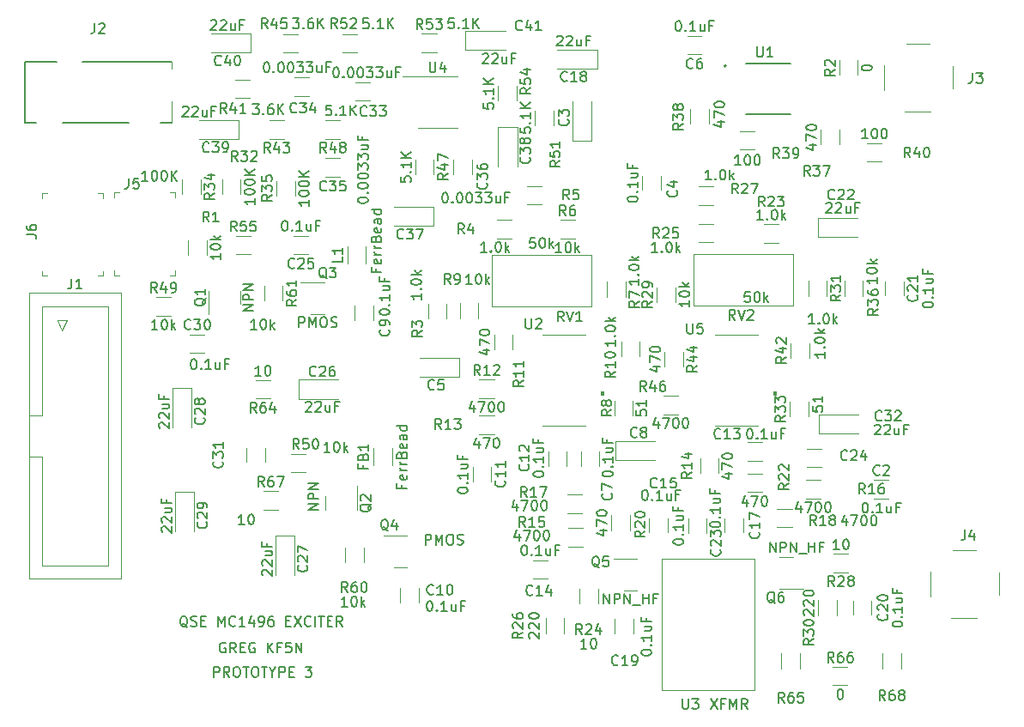
<source format=gto>
G04 #@! TF.GenerationSoftware,KiCad,Pcbnew,7.0.1-3b83917a11~172~ubuntu22.04.1*
G04 #@! TF.CreationDate,2023-03-16T19:30:03-04:00*
G04 #@! TF.ProjectId,sdt_qse_1496,7364745f-7173-4655-9f31-3439362e6b69,2.0*
G04 #@! TF.SameCoordinates,Original*
G04 #@! TF.FileFunction,Legend,Top*
G04 #@! TF.FilePolarity,Positive*
%FSLAX46Y46*%
G04 Gerber Fmt 4.6, Leading zero omitted, Abs format (unit mm)*
G04 Created by KiCad (PCBNEW 7.0.1-3b83917a11~172~ubuntu22.04.1) date 2023-03-16 19:30:03*
%MOMM*%
%LPD*%
G01*
G04 APERTURE LIST*
%ADD10C,0.150000*%
%ADD11C,0.127000*%
%ADD12C,0.120000*%
%ADD13C,0.100000*%
%ADD14C,0.200000*%
G04 APERTURE END LIST*
D10*
X111364285Y-130257857D02*
X111269047Y-130210238D01*
X111269047Y-130210238D02*
X111173809Y-130115000D01*
X111173809Y-130115000D02*
X111030952Y-129972142D01*
X111030952Y-129972142D02*
X110935714Y-129924523D01*
X110935714Y-129924523D02*
X110840476Y-129924523D01*
X110888095Y-130162619D02*
X110792857Y-130115000D01*
X110792857Y-130115000D02*
X110697619Y-130019761D01*
X110697619Y-130019761D02*
X110650000Y-129829285D01*
X110650000Y-129829285D02*
X110650000Y-129495952D01*
X110650000Y-129495952D02*
X110697619Y-129305476D01*
X110697619Y-129305476D02*
X110792857Y-129210238D01*
X110792857Y-129210238D02*
X110888095Y-129162619D01*
X110888095Y-129162619D02*
X111078571Y-129162619D01*
X111078571Y-129162619D02*
X111173809Y-129210238D01*
X111173809Y-129210238D02*
X111269047Y-129305476D01*
X111269047Y-129305476D02*
X111316666Y-129495952D01*
X111316666Y-129495952D02*
X111316666Y-129829285D01*
X111316666Y-129829285D02*
X111269047Y-130019761D01*
X111269047Y-130019761D02*
X111173809Y-130115000D01*
X111173809Y-130115000D02*
X111078571Y-130162619D01*
X111078571Y-130162619D02*
X110888095Y-130162619D01*
X111697619Y-130115000D02*
X111840476Y-130162619D01*
X111840476Y-130162619D02*
X112078571Y-130162619D01*
X112078571Y-130162619D02*
X112173809Y-130115000D01*
X112173809Y-130115000D02*
X112221428Y-130067380D01*
X112221428Y-130067380D02*
X112269047Y-129972142D01*
X112269047Y-129972142D02*
X112269047Y-129876904D01*
X112269047Y-129876904D02*
X112221428Y-129781666D01*
X112221428Y-129781666D02*
X112173809Y-129734047D01*
X112173809Y-129734047D02*
X112078571Y-129686428D01*
X112078571Y-129686428D02*
X111888095Y-129638809D01*
X111888095Y-129638809D02*
X111792857Y-129591190D01*
X111792857Y-129591190D02*
X111745238Y-129543571D01*
X111745238Y-129543571D02*
X111697619Y-129448333D01*
X111697619Y-129448333D02*
X111697619Y-129353095D01*
X111697619Y-129353095D02*
X111745238Y-129257857D01*
X111745238Y-129257857D02*
X111792857Y-129210238D01*
X111792857Y-129210238D02*
X111888095Y-129162619D01*
X111888095Y-129162619D02*
X112126190Y-129162619D01*
X112126190Y-129162619D02*
X112269047Y-129210238D01*
X112697619Y-129638809D02*
X113030952Y-129638809D01*
X113173809Y-130162619D02*
X112697619Y-130162619D01*
X112697619Y-130162619D02*
X112697619Y-129162619D01*
X112697619Y-129162619D02*
X113173809Y-129162619D01*
X114364286Y-130162619D02*
X114364286Y-129162619D01*
X114364286Y-129162619D02*
X114697619Y-129876904D01*
X114697619Y-129876904D02*
X115030952Y-129162619D01*
X115030952Y-129162619D02*
X115030952Y-130162619D01*
X116078571Y-130067380D02*
X116030952Y-130115000D01*
X116030952Y-130115000D02*
X115888095Y-130162619D01*
X115888095Y-130162619D02*
X115792857Y-130162619D01*
X115792857Y-130162619D02*
X115650000Y-130115000D01*
X115650000Y-130115000D02*
X115554762Y-130019761D01*
X115554762Y-130019761D02*
X115507143Y-129924523D01*
X115507143Y-129924523D02*
X115459524Y-129734047D01*
X115459524Y-129734047D02*
X115459524Y-129591190D01*
X115459524Y-129591190D02*
X115507143Y-129400714D01*
X115507143Y-129400714D02*
X115554762Y-129305476D01*
X115554762Y-129305476D02*
X115650000Y-129210238D01*
X115650000Y-129210238D02*
X115792857Y-129162619D01*
X115792857Y-129162619D02*
X115888095Y-129162619D01*
X115888095Y-129162619D02*
X116030952Y-129210238D01*
X116030952Y-129210238D02*
X116078571Y-129257857D01*
X117030952Y-130162619D02*
X116459524Y-130162619D01*
X116745238Y-130162619D02*
X116745238Y-129162619D01*
X116745238Y-129162619D02*
X116650000Y-129305476D01*
X116650000Y-129305476D02*
X116554762Y-129400714D01*
X116554762Y-129400714D02*
X116459524Y-129448333D01*
X117888095Y-129495952D02*
X117888095Y-130162619D01*
X117650000Y-129115000D02*
X117411905Y-129829285D01*
X117411905Y-129829285D02*
X118030952Y-129829285D01*
X118459524Y-130162619D02*
X118650000Y-130162619D01*
X118650000Y-130162619D02*
X118745238Y-130115000D01*
X118745238Y-130115000D02*
X118792857Y-130067380D01*
X118792857Y-130067380D02*
X118888095Y-129924523D01*
X118888095Y-129924523D02*
X118935714Y-129734047D01*
X118935714Y-129734047D02*
X118935714Y-129353095D01*
X118935714Y-129353095D02*
X118888095Y-129257857D01*
X118888095Y-129257857D02*
X118840476Y-129210238D01*
X118840476Y-129210238D02*
X118745238Y-129162619D01*
X118745238Y-129162619D02*
X118554762Y-129162619D01*
X118554762Y-129162619D02*
X118459524Y-129210238D01*
X118459524Y-129210238D02*
X118411905Y-129257857D01*
X118411905Y-129257857D02*
X118364286Y-129353095D01*
X118364286Y-129353095D02*
X118364286Y-129591190D01*
X118364286Y-129591190D02*
X118411905Y-129686428D01*
X118411905Y-129686428D02*
X118459524Y-129734047D01*
X118459524Y-129734047D02*
X118554762Y-129781666D01*
X118554762Y-129781666D02*
X118745238Y-129781666D01*
X118745238Y-129781666D02*
X118840476Y-129734047D01*
X118840476Y-129734047D02*
X118888095Y-129686428D01*
X118888095Y-129686428D02*
X118935714Y-129591190D01*
X119792857Y-129162619D02*
X119602381Y-129162619D01*
X119602381Y-129162619D02*
X119507143Y-129210238D01*
X119507143Y-129210238D02*
X119459524Y-129257857D01*
X119459524Y-129257857D02*
X119364286Y-129400714D01*
X119364286Y-129400714D02*
X119316667Y-129591190D01*
X119316667Y-129591190D02*
X119316667Y-129972142D01*
X119316667Y-129972142D02*
X119364286Y-130067380D01*
X119364286Y-130067380D02*
X119411905Y-130115000D01*
X119411905Y-130115000D02*
X119507143Y-130162619D01*
X119507143Y-130162619D02*
X119697619Y-130162619D01*
X119697619Y-130162619D02*
X119792857Y-130115000D01*
X119792857Y-130115000D02*
X119840476Y-130067380D01*
X119840476Y-130067380D02*
X119888095Y-129972142D01*
X119888095Y-129972142D02*
X119888095Y-129734047D01*
X119888095Y-129734047D02*
X119840476Y-129638809D01*
X119840476Y-129638809D02*
X119792857Y-129591190D01*
X119792857Y-129591190D02*
X119697619Y-129543571D01*
X119697619Y-129543571D02*
X119507143Y-129543571D01*
X119507143Y-129543571D02*
X119411905Y-129591190D01*
X119411905Y-129591190D02*
X119364286Y-129638809D01*
X119364286Y-129638809D02*
X119316667Y-129734047D01*
X121078572Y-129638809D02*
X121411905Y-129638809D01*
X121554762Y-130162619D02*
X121078572Y-130162619D01*
X121078572Y-130162619D02*
X121078572Y-129162619D01*
X121078572Y-129162619D02*
X121554762Y-129162619D01*
X121888096Y-129162619D02*
X122554762Y-130162619D01*
X122554762Y-129162619D02*
X121888096Y-130162619D01*
X123507143Y-130067380D02*
X123459524Y-130115000D01*
X123459524Y-130115000D02*
X123316667Y-130162619D01*
X123316667Y-130162619D02*
X123221429Y-130162619D01*
X123221429Y-130162619D02*
X123078572Y-130115000D01*
X123078572Y-130115000D02*
X122983334Y-130019761D01*
X122983334Y-130019761D02*
X122935715Y-129924523D01*
X122935715Y-129924523D02*
X122888096Y-129734047D01*
X122888096Y-129734047D02*
X122888096Y-129591190D01*
X122888096Y-129591190D02*
X122935715Y-129400714D01*
X122935715Y-129400714D02*
X122983334Y-129305476D01*
X122983334Y-129305476D02*
X123078572Y-129210238D01*
X123078572Y-129210238D02*
X123221429Y-129162619D01*
X123221429Y-129162619D02*
X123316667Y-129162619D01*
X123316667Y-129162619D02*
X123459524Y-129210238D01*
X123459524Y-129210238D02*
X123507143Y-129257857D01*
X123935715Y-130162619D02*
X123935715Y-129162619D01*
X124269048Y-129162619D02*
X124840476Y-129162619D01*
X124554762Y-130162619D02*
X124554762Y-129162619D01*
X125173810Y-129638809D02*
X125507143Y-129638809D01*
X125650000Y-130162619D02*
X125173810Y-130162619D01*
X125173810Y-130162619D02*
X125173810Y-129162619D01*
X125173810Y-129162619D02*
X125650000Y-129162619D01*
X126650000Y-130162619D02*
X126316667Y-129686428D01*
X126078572Y-130162619D02*
X126078572Y-129162619D01*
X126078572Y-129162619D02*
X126459524Y-129162619D01*
X126459524Y-129162619D02*
X126554762Y-129210238D01*
X126554762Y-129210238D02*
X126602381Y-129257857D01*
X126602381Y-129257857D02*
X126650000Y-129353095D01*
X126650000Y-129353095D02*
X126650000Y-129495952D01*
X126650000Y-129495952D02*
X126602381Y-129591190D01*
X126602381Y-129591190D02*
X126554762Y-129638809D01*
X126554762Y-129638809D02*
X126459524Y-129686428D01*
X126459524Y-129686428D02*
X126078572Y-129686428D01*
X113940476Y-135162619D02*
X113940476Y-134162619D01*
X113940476Y-134162619D02*
X114321428Y-134162619D01*
X114321428Y-134162619D02*
X114416666Y-134210238D01*
X114416666Y-134210238D02*
X114464285Y-134257857D01*
X114464285Y-134257857D02*
X114511904Y-134353095D01*
X114511904Y-134353095D02*
X114511904Y-134495952D01*
X114511904Y-134495952D02*
X114464285Y-134591190D01*
X114464285Y-134591190D02*
X114416666Y-134638809D01*
X114416666Y-134638809D02*
X114321428Y-134686428D01*
X114321428Y-134686428D02*
X113940476Y-134686428D01*
X115511904Y-135162619D02*
X115178571Y-134686428D01*
X114940476Y-135162619D02*
X114940476Y-134162619D01*
X114940476Y-134162619D02*
X115321428Y-134162619D01*
X115321428Y-134162619D02*
X115416666Y-134210238D01*
X115416666Y-134210238D02*
X115464285Y-134257857D01*
X115464285Y-134257857D02*
X115511904Y-134353095D01*
X115511904Y-134353095D02*
X115511904Y-134495952D01*
X115511904Y-134495952D02*
X115464285Y-134591190D01*
X115464285Y-134591190D02*
X115416666Y-134638809D01*
X115416666Y-134638809D02*
X115321428Y-134686428D01*
X115321428Y-134686428D02*
X114940476Y-134686428D01*
X116130952Y-134162619D02*
X116321428Y-134162619D01*
X116321428Y-134162619D02*
X116416666Y-134210238D01*
X116416666Y-134210238D02*
X116511904Y-134305476D01*
X116511904Y-134305476D02*
X116559523Y-134495952D01*
X116559523Y-134495952D02*
X116559523Y-134829285D01*
X116559523Y-134829285D02*
X116511904Y-135019761D01*
X116511904Y-135019761D02*
X116416666Y-135115000D01*
X116416666Y-135115000D02*
X116321428Y-135162619D01*
X116321428Y-135162619D02*
X116130952Y-135162619D01*
X116130952Y-135162619D02*
X116035714Y-135115000D01*
X116035714Y-135115000D02*
X115940476Y-135019761D01*
X115940476Y-135019761D02*
X115892857Y-134829285D01*
X115892857Y-134829285D02*
X115892857Y-134495952D01*
X115892857Y-134495952D02*
X115940476Y-134305476D01*
X115940476Y-134305476D02*
X116035714Y-134210238D01*
X116035714Y-134210238D02*
X116130952Y-134162619D01*
X116845238Y-134162619D02*
X117416666Y-134162619D01*
X117130952Y-135162619D02*
X117130952Y-134162619D01*
X117940476Y-134162619D02*
X118130952Y-134162619D01*
X118130952Y-134162619D02*
X118226190Y-134210238D01*
X118226190Y-134210238D02*
X118321428Y-134305476D01*
X118321428Y-134305476D02*
X118369047Y-134495952D01*
X118369047Y-134495952D02*
X118369047Y-134829285D01*
X118369047Y-134829285D02*
X118321428Y-135019761D01*
X118321428Y-135019761D02*
X118226190Y-135115000D01*
X118226190Y-135115000D02*
X118130952Y-135162619D01*
X118130952Y-135162619D02*
X117940476Y-135162619D01*
X117940476Y-135162619D02*
X117845238Y-135115000D01*
X117845238Y-135115000D02*
X117750000Y-135019761D01*
X117750000Y-135019761D02*
X117702381Y-134829285D01*
X117702381Y-134829285D02*
X117702381Y-134495952D01*
X117702381Y-134495952D02*
X117750000Y-134305476D01*
X117750000Y-134305476D02*
X117845238Y-134210238D01*
X117845238Y-134210238D02*
X117940476Y-134162619D01*
X118654762Y-134162619D02*
X119226190Y-134162619D01*
X118940476Y-135162619D02*
X118940476Y-134162619D01*
X119750000Y-134686428D02*
X119750000Y-135162619D01*
X119416667Y-134162619D02*
X119750000Y-134686428D01*
X119750000Y-134686428D02*
X120083333Y-134162619D01*
X120416667Y-135162619D02*
X120416667Y-134162619D01*
X120416667Y-134162619D02*
X120797619Y-134162619D01*
X120797619Y-134162619D02*
X120892857Y-134210238D01*
X120892857Y-134210238D02*
X120940476Y-134257857D01*
X120940476Y-134257857D02*
X120988095Y-134353095D01*
X120988095Y-134353095D02*
X120988095Y-134495952D01*
X120988095Y-134495952D02*
X120940476Y-134591190D01*
X120940476Y-134591190D02*
X120892857Y-134638809D01*
X120892857Y-134638809D02*
X120797619Y-134686428D01*
X120797619Y-134686428D02*
X120416667Y-134686428D01*
X121416667Y-134638809D02*
X121750000Y-134638809D01*
X121892857Y-135162619D02*
X121416667Y-135162619D01*
X121416667Y-135162619D02*
X121416667Y-134162619D01*
X121416667Y-134162619D02*
X121892857Y-134162619D01*
X122988096Y-134162619D02*
X123607143Y-134162619D01*
X123607143Y-134162619D02*
X123273810Y-134543571D01*
X123273810Y-134543571D02*
X123416667Y-134543571D01*
X123416667Y-134543571D02*
X123511905Y-134591190D01*
X123511905Y-134591190D02*
X123559524Y-134638809D01*
X123559524Y-134638809D02*
X123607143Y-134734047D01*
X123607143Y-134734047D02*
X123607143Y-134972142D01*
X123607143Y-134972142D02*
X123559524Y-135067380D01*
X123559524Y-135067380D02*
X123511905Y-135115000D01*
X123511905Y-135115000D02*
X123416667Y-135162619D01*
X123416667Y-135162619D02*
X123130953Y-135162619D01*
X123130953Y-135162619D02*
X123035715Y-135115000D01*
X123035715Y-135115000D02*
X122988096Y-135067380D01*
X115099999Y-131810238D02*
X115004761Y-131762619D01*
X115004761Y-131762619D02*
X114861904Y-131762619D01*
X114861904Y-131762619D02*
X114719047Y-131810238D01*
X114719047Y-131810238D02*
X114623809Y-131905476D01*
X114623809Y-131905476D02*
X114576190Y-132000714D01*
X114576190Y-132000714D02*
X114528571Y-132191190D01*
X114528571Y-132191190D02*
X114528571Y-132334047D01*
X114528571Y-132334047D02*
X114576190Y-132524523D01*
X114576190Y-132524523D02*
X114623809Y-132619761D01*
X114623809Y-132619761D02*
X114719047Y-132715000D01*
X114719047Y-132715000D02*
X114861904Y-132762619D01*
X114861904Y-132762619D02*
X114957142Y-132762619D01*
X114957142Y-132762619D02*
X115099999Y-132715000D01*
X115099999Y-132715000D02*
X115147618Y-132667380D01*
X115147618Y-132667380D02*
X115147618Y-132334047D01*
X115147618Y-132334047D02*
X114957142Y-132334047D01*
X116147618Y-132762619D02*
X115814285Y-132286428D01*
X115576190Y-132762619D02*
X115576190Y-131762619D01*
X115576190Y-131762619D02*
X115957142Y-131762619D01*
X115957142Y-131762619D02*
X116052380Y-131810238D01*
X116052380Y-131810238D02*
X116099999Y-131857857D01*
X116099999Y-131857857D02*
X116147618Y-131953095D01*
X116147618Y-131953095D02*
X116147618Y-132095952D01*
X116147618Y-132095952D02*
X116099999Y-132191190D01*
X116099999Y-132191190D02*
X116052380Y-132238809D01*
X116052380Y-132238809D02*
X115957142Y-132286428D01*
X115957142Y-132286428D02*
X115576190Y-132286428D01*
X116576190Y-132238809D02*
X116909523Y-132238809D01*
X117052380Y-132762619D02*
X116576190Y-132762619D01*
X116576190Y-132762619D02*
X116576190Y-131762619D01*
X116576190Y-131762619D02*
X117052380Y-131762619D01*
X118004761Y-131810238D02*
X117909523Y-131762619D01*
X117909523Y-131762619D02*
X117766666Y-131762619D01*
X117766666Y-131762619D02*
X117623809Y-131810238D01*
X117623809Y-131810238D02*
X117528571Y-131905476D01*
X117528571Y-131905476D02*
X117480952Y-132000714D01*
X117480952Y-132000714D02*
X117433333Y-132191190D01*
X117433333Y-132191190D02*
X117433333Y-132334047D01*
X117433333Y-132334047D02*
X117480952Y-132524523D01*
X117480952Y-132524523D02*
X117528571Y-132619761D01*
X117528571Y-132619761D02*
X117623809Y-132715000D01*
X117623809Y-132715000D02*
X117766666Y-132762619D01*
X117766666Y-132762619D02*
X117861904Y-132762619D01*
X117861904Y-132762619D02*
X118004761Y-132715000D01*
X118004761Y-132715000D02*
X118052380Y-132667380D01*
X118052380Y-132667380D02*
X118052380Y-132334047D01*
X118052380Y-132334047D02*
X117861904Y-132334047D01*
X119242857Y-132762619D02*
X119242857Y-131762619D01*
X119814285Y-132762619D02*
X119385714Y-132191190D01*
X119814285Y-131762619D02*
X119242857Y-132334047D01*
X120576190Y-132238809D02*
X120242857Y-132238809D01*
X120242857Y-132762619D02*
X120242857Y-131762619D01*
X120242857Y-131762619D02*
X120719047Y-131762619D01*
X121576190Y-131762619D02*
X121100000Y-131762619D01*
X121100000Y-131762619D02*
X121052381Y-132238809D01*
X121052381Y-132238809D02*
X121100000Y-132191190D01*
X121100000Y-132191190D02*
X121195238Y-132143571D01*
X121195238Y-132143571D02*
X121433333Y-132143571D01*
X121433333Y-132143571D02*
X121528571Y-132191190D01*
X121528571Y-132191190D02*
X121576190Y-132238809D01*
X121576190Y-132238809D02*
X121623809Y-132334047D01*
X121623809Y-132334047D02*
X121623809Y-132572142D01*
X121623809Y-132572142D02*
X121576190Y-132667380D01*
X121576190Y-132667380D02*
X121528571Y-132715000D01*
X121528571Y-132715000D02*
X121433333Y-132762619D01*
X121433333Y-132762619D02*
X121195238Y-132762619D01*
X121195238Y-132762619D02*
X121100000Y-132715000D01*
X121100000Y-132715000D02*
X121052381Y-132667380D01*
X122052381Y-132762619D02*
X122052381Y-131762619D01*
X122052381Y-131762619D02*
X122623809Y-132762619D01*
X122623809Y-132762619D02*
X122623809Y-131762619D01*
X102191102Y-70686709D02*
X102191102Y-71402204D01*
X102191102Y-71402204D02*
X102143402Y-71545303D01*
X102143402Y-71545303D02*
X102048003Y-71640703D01*
X102048003Y-71640703D02*
X101904904Y-71688402D01*
X101904904Y-71688402D02*
X101809505Y-71688402D01*
X102620399Y-70782109D02*
X102668099Y-70734409D01*
X102668099Y-70734409D02*
X102763498Y-70686709D01*
X102763498Y-70686709D02*
X103001997Y-70686709D01*
X103001997Y-70686709D02*
X103097396Y-70734409D01*
X103097396Y-70734409D02*
X103145096Y-70782109D01*
X103145096Y-70782109D02*
X103192795Y-70877508D01*
X103192795Y-70877508D02*
X103192795Y-70972907D01*
X103192795Y-70972907D02*
X103145096Y-71116006D01*
X103145096Y-71116006D02*
X102572700Y-71688402D01*
X102572700Y-71688402D02*
X103192795Y-71688402D01*
X99936666Y-95862619D02*
X99936666Y-96576904D01*
X99936666Y-96576904D02*
X99889047Y-96719761D01*
X99889047Y-96719761D02*
X99793809Y-96815000D01*
X99793809Y-96815000D02*
X99650952Y-96862619D01*
X99650952Y-96862619D02*
X99555714Y-96862619D01*
X100936666Y-96862619D02*
X100365238Y-96862619D01*
X100650952Y-96862619D02*
X100650952Y-95862619D01*
X100650952Y-95862619D02*
X100555714Y-96005476D01*
X100555714Y-96005476D02*
X100460476Y-96100714D01*
X100460476Y-96100714D02*
X100365238Y-96148333D01*
X144713095Y-99812619D02*
X144713095Y-100622142D01*
X144713095Y-100622142D02*
X144760714Y-100717380D01*
X144760714Y-100717380D02*
X144808333Y-100765000D01*
X144808333Y-100765000D02*
X144903571Y-100812619D01*
X144903571Y-100812619D02*
X145094047Y-100812619D01*
X145094047Y-100812619D02*
X145189285Y-100765000D01*
X145189285Y-100765000D02*
X145236904Y-100717380D01*
X145236904Y-100717380D02*
X145284523Y-100622142D01*
X145284523Y-100622142D02*
X145284523Y-99812619D01*
X145713095Y-99907857D02*
X145760714Y-99860238D01*
X145760714Y-99860238D02*
X145855952Y-99812619D01*
X145855952Y-99812619D02*
X146094047Y-99812619D01*
X146094047Y-99812619D02*
X146189285Y-99860238D01*
X146189285Y-99860238D02*
X146236904Y-99907857D01*
X146236904Y-99907857D02*
X146284523Y-100003095D01*
X146284523Y-100003095D02*
X146284523Y-100098333D01*
X146284523Y-100098333D02*
X146236904Y-100241190D01*
X146236904Y-100241190D02*
X145665476Y-100812619D01*
X145665476Y-100812619D02*
X146284523Y-100812619D01*
X172757142Y-85712619D02*
X172423809Y-85236428D01*
X172185714Y-85712619D02*
X172185714Y-84712619D01*
X172185714Y-84712619D02*
X172566666Y-84712619D01*
X172566666Y-84712619D02*
X172661904Y-84760238D01*
X172661904Y-84760238D02*
X172709523Y-84807857D01*
X172709523Y-84807857D02*
X172757142Y-84903095D01*
X172757142Y-84903095D02*
X172757142Y-85045952D01*
X172757142Y-85045952D02*
X172709523Y-85141190D01*
X172709523Y-85141190D02*
X172661904Y-85188809D01*
X172661904Y-85188809D02*
X172566666Y-85236428D01*
X172566666Y-85236428D02*
X172185714Y-85236428D01*
X173090476Y-84712619D02*
X173709523Y-84712619D01*
X173709523Y-84712619D02*
X173376190Y-85093571D01*
X173376190Y-85093571D02*
X173519047Y-85093571D01*
X173519047Y-85093571D02*
X173614285Y-85141190D01*
X173614285Y-85141190D02*
X173661904Y-85188809D01*
X173661904Y-85188809D02*
X173709523Y-85284047D01*
X173709523Y-85284047D02*
X173709523Y-85522142D01*
X173709523Y-85522142D02*
X173661904Y-85617380D01*
X173661904Y-85617380D02*
X173614285Y-85665000D01*
X173614285Y-85665000D02*
X173519047Y-85712619D01*
X173519047Y-85712619D02*
X173233333Y-85712619D01*
X173233333Y-85712619D02*
X173138095Y-85665000D01*
X173138095Y-85665000D02*
X173090476Y-85617380D01*
X174042857Y-84712619D02*
X174709523Y-84712619D01*
X174709523Y-84712619D02*
X174280952Y-85712619D01*
X172735952Y-82681904D02*
X173402619Y-82681904D01*
X172355000Y-82919999D02*
X173069285Y-83158094D01*
X173069285Y-83158094D02*
X173069285Y-82539047D01*
X172402619Y-82253332D02*
X172402619Y-81586666D01*
X172402619Y-81586666D02*
X173402619Y-82015237D01*
X172402619Y-81015237D02*
X172402619Y-80919999D01*
X172402619Y-80919999D02*
X172450238Y-80824761D01*
X172450238Y-80824761D02*
X172497857Y-80777142D01*
X172497857Y-80777142D02*
X172593095Y-80729523D01*
X172593095Y-80729523D02*
X172783571Y-80681904D01*
X172783571Y-80681904D02*
X173021666Y-80681904D01*
X173021666Y-80681904D02*
X173212142Y-80729523D01*
X173212142Y-80729523D02*
X173307380Y-80777142D01*
X173307380Y-80777142D02*
X173355000Y-80824761D01*
X173355000Y-80824761D02*
X173402619Y-80919999D01*
X173402619Y-80919999D02*
X173402619Y-81015237D01*
X173402619Y-81015237D02*
X173355000Y-81110475D01*
X173355000Y-81110475D02*
X173307380Y-81158094D01*
X173307380Y-81158094D02*
X173212142Y-81205713D01*
X173212142Y-81205713D02*
X173021666Y-81253332D01*
X173021666Y-81253332D02*
X172783571Y-81253332D01*
X172783571Y-81253332D02*
X172593095Y-81205713D01*
X172593095Y-81205713D02*
X172497857Y-81158094D01*
X172497857Y-81158094D02*
X172450238Y-81110475D01*
X172450238Y-81110475D02*
X172402619Y-81015237D01*
X140227142Y-105372619D02*
X139893809Y-104896428D01*
X139655714Y-105372619D02*
X139655714Y-104372619D01*
X139655714Y-104372619D02*
X140036666Y-104372619D01*
X140036666Y-104372619D02*
X140131904Y-104420238D01*
X140131904Y-104420238D02*
X140179523Y-104467857D01*
X140179523Y-104467857D02*
X140227142Y-104563095D01*
X140227142Y-104563095D02*
X140227142Y-104705952D01*
X140227142Y-104705952D02*
X140179523Y-104801190D01*
X140179523Y-104801190D02*
X140131904Y-104848809D01*
X140131904Y-104848809D02*
X140036666Y-104896428D01*
X140036666Y-104896428D02*
X139655714Y-104896428D01*
X141179523Y-105372619D02*
X140608095Y-105372619D01*
X140893809Y-105372619D02*
X140893809Y-104372619D01*
X140893809Y-104372619D02*
X140798571Y-104515476D01*
X140798571Y-104515476D02*
X140703333Y-104610714D01*
X140703333Y-104610714D02*
X140608095Y-104658333D01*
X141560476Y-104467857D02*
X141608095Y-104420238D01*
X141608095Y-104420238D02*
X141703333Y-104372619D01*
X141703333Y-104372619D02*
X141941428Y-104372619D01*
X141941428Y-104372619D02*
X142036666Y-104420238D01*
X142036666Y-104420238D02*
X142084285Y-104467857D01*
X142084285Y-104467857D02*
X142131904Y-104563095D01*
X142131904Y-104563095D02*
X142131904Y-104658333D01*
X142131904Y-104658333D02*
X142084285Y-104801190D01*
X142084285Y-104801190D02*
X141512857Y-105372619D01*
X141512857Y-105372619D02*
X142131904Y-105372619D01*
X139631904Y-108345952D02*
X139631904Y-109012619D01*
X139393809Y-107965000D02*
X139155714Y-108679285D01*
X139155714Y-108679285D02*
X139774761Y-108679285D01*
X140060476Y-108012619D02*
X140727142Y-108012619D01*
X140727142Y-108012619D02*
X140298571Y-109012619D01*
X141298571Y-108012619D02*
X141393809Y-108012619D01*
X141393809Y-108012619D02*
X141489047Y-108060238D01*
X141489047Y-108060238D02*
X141536666Y-108107857D01*
X141536666Y-108107857D02*
X141584285Y-108203095D01*
X141584285Y-108203095D02*
X141631904Y-108393571D01*
X141631904Y-108393571D02*
X141631904Y-108631666D01*
X141631904Y-108631666D02*
X141584285Y-108822142D01*
X141584285Y-108822142D02*
X141536666Y-108917380D01*
X141536666Y-108917380D02*
X141489047Y-108965000D01*
X141489047Y-108965000D02*
X141393809Y-109012619D01*
X141393809Y-109012619D02*
X141298571Y-109012619D01*
X141298571Y-109012619D02*
X141203333Y-108965000D01*
X141203333Y-108965000D02*
X141155714Y-108917380D01*
X141155714Y-108917380D02*
X141108095Y-108822142D01*
X141108095Y-108822142D02*
X141060476Y-108631666D01*
X141060476Y-108631666D02*
X141060476Y-108393571D01*
X141060476Y-108393571D02*
X141108095Y-108203095D01*
X141108095Y-108203095D02*
X141155714Y-108107857D01*
X141155714Y-108107857D02*
X141203333Y-108060238D01*
X141203333Y-108060238D02*
X141298571Y-108012619D01*
X142250952Y-108012619D02*
X142346190Y-108012619D01*
X142346190Y-108012619D02*
X142441428Y-108060238D01*
X142441428Y-108060238D02*
X142489047Y-108107857D01*
X142489047Y-108107857D02*
X142536666Y-108203095D01*
X142536666Y-108203095D02*
X142584285Y-108393571D01*
X142584285Y-108393571D02*
X142584285Y-108631666D01*
X142584285Y-108631666D02*
X142536666Y-108822142D01*
X142536666Y-108822142D02*
X142489047Y-108917380D01*
X142489047Y-108917380D02*
X142441428Y-108965000D01*
X142441428Y-108965000D02*
X142346190Y-109012619D01*
X142346190Y-109012619D02*
X142250952Y-109012619D01*
X142250952Y-109012619D02*
X142155714Y-108965000D01*
X142155714Y-108965000D02*
X142108095Y-108917380D01*
X142108095Y-108917380D02*
X142060476Y-108822142D01*
X142060476Y-108822142D02*
X142012857Y-108631666D01*
X142012857Y-108631666D02*
X142012857Y-108393571D01*
X142012857Y-108393571D02*
X142060476Y-108203095D01*
X142060476Y-108203095D02*
X142108095Y-108107857D01*
X142108095Y-108107857D02*
X142155714Y-108060238D01*
X142155714Y-108060238D02*
X142250952Y-108012619D01*
X167538095Y-72987619D02*
X167538095Y-73797142D01*
X167538095Y-73797142D02*
X167585714Y-73892380D01*
X167585714Y-73892380D02*
X167633333Y-73940000D01*
X167633333Y-73940000D02*
X167728571Y-73987619D01*
X167728571Y-73987619D02*
X167919047Y-73987619D01*
X167919047Y-73987619D02*
X168014285Y-73940000D01*
X168014285Y-73940000D02*
X168061904Y-73892380D01*
X168061904Y-73892380D02*
X168109523Y-73797142D01*
X168109523Y-73797142D02*
X168109523Y-72987619D01*
X169109523Y-73987619D02*
X168538095Y-73987619D01*
X168823809Y-73987619D02*
X168823809Y-72987619D01*
X168823809Y-72987619D02*
X168728571Y-73130476D01*
X168728571Y-73130476D02*
X168633333Y-73225714D01*
X168633333Y-73225714D02*
X168538095Y-73273333D01*
X161203333Y-75042380D02*
X161155714Y-75090000D01*
X161155714Y-75090000D02*
X161012857Y-75137619D01*
X161012857Y-75137619D02*
X160917619Y-75137619D01*
X160917619Y-75137619D02*
X160774762Y-75090000D01*
X160774762Y-75090000D02*
X160679524Y-74994761D01*
X160679524Y-74994761D02*
X160631905Y-74899523D01*
X160631905Y-74899523D02*
X160584286Y-74709047D01*
X160584286Y-74709047D02*
X160584286Y-74566190D01*
X160584286Y-74566190D02*
X160631905Y-74375714D01*
X160631905Y-74375714D02*
X160679524Y-74280476D01*
X160679524Y-74280476D02*
X160774762Y-74185238D01*
X160774762Y-74185238D02*
X160917619Y-74137619D01*
X160917619Y-74137619D02*
X161012857Y-74137619D01*
X161012857Y-74137619D02*
X161155714Y-74185238D01*
X161155714Y-74185238D02*
X161203333Y-74232857D01*
X162060476Y-74137619D02*
X161870000Y-74137619D01*
X161870000Y-74137619D02*
X161774762Y-74185238D01*
X161774762Y-74185238D02*
X161727143Y-74232857D01*
X161727143Y-74232857D02*
X161631905Y-74375714D01*
X161631905Y-74375714D02*
X161584286Y-74566190D01*
X161584286Y-74566190D02*
X161584286Y-74947142D01*
X161584286Y-74947142D02*
X161631905Y-75042380D01*
X161631905Y-75042380D02*
X161679524Y-75090000D01*
X161679524Y-75090000D02*
X161774762Y-75137619D01*
X161774762Y-75137619D02*
X161965238Y-75137619D01*
X161965238Y-75137619D02*
X162060476Y-75090000D01*
X162060476Y-75090000D02*
X162108095Y-75042380D01*
X162108095Y-75042380D02*
X162155714Y-74947142D01*
X162155714Y-74947142D02*
X162155714Y-74709047D01*
X162155714Y-74709047D02*
X162108095Y-74613809D01*
X162108095Y-74613809D02*
X162060476Y-74566190D01*
X162060476Y-74566190D02*
X161965238Y-74518571D01*
X161965238Y-74518571D02*
X161774762Y-74518571D01*
X161774762Y-74518571D02*
X161679524Y-74566190D01*
X161679524Y-74566190D02*
X161631905Y-74613809D01*
X161631905Y-74613809D02*
X161584286Y-74709047D01*
X159727143Y-70437619D02*
X159822381Y-70437619D01*
X159822381Y-70437619D02*
X159917619Y-70485238D01*
X159917619Y-70485238D02*
X159965238Y-70532857D01*
X159965238Y-70532857D02*
X160012857Y-70628095D01*
X160012857Y-70628095D02*
X160060476Y-70818571D01*
X160060476Y-70818571D02*
X160060476Y-71056666D01*
X160060476Y-71056666D02*
X160012857Y-71247142D01*
X160012857Y-71247142D02*
X159965238Y-71342380D01*
X159965238Y-71342380D02*
X159917619Y-71390000D01*
X159917619Y-71390000D02*
X159822381Y-71437619D01*
X159822381Y-71437619D02*
X159727143Y-71437619D01*
X159727143Y-71437619D02*
X159631905Y-71390000D01*
X159631905Y-71390000D02*
X159584286Y-71342380D01*
X159584286Y-71342380D02*
X159536667Y-71247142D01*
X159536667Y-71247142D02*
X159489048Y-71056666D01*
X159489048Y-71056666D02*
X159489048Y-70818571D01*
X159489048Y-70818571D02*
X159536667Y-70628095D01*
X159536667Y-70628095D02*
X159584286Y-70532857D01*
X159584286Y-70532857D02*
X159631905Y-70485238D01*
X159631905Y-70485238D02*
X159727143Y-70437619D01*
X160489048Y-71342380D02*
X160536667Y-71390000D01*
X160536667Y-71390000D02*
X160489048Y-71437619D01*
X160489048Y-71437619D02*
X160441429Y-71390000D01*
X160441429Y-71390000D02*
X160489048Y-71342380D01*
X160489048Y-71342380D02*
X160489048Y-71437619D01*
X161489047Y-71437619D02*
X160917619Y-71437619D01*
X161203333Y-71437619D02*
X161203333Y-70437619D01*
X161203333Y-70437619D02*
X161108095Y-70580476D01*
X161108095Y-70580476D02*
X161012857Y-70675714D01*
X161012857Y-70675714D02*
X160917619Y-70723333D01*
X162346190Y-70770952D02*
X162346190Y-71437619D01*
X161917619Y-70770952D02*
X161917619Y-71294761D01*
X161917619Y-71294761D02*
X161965238Y-71390000D01*
X161965238Y-71390000D02*
X162060476Y-71437619D01*
X162060476Y-71437619D02*
X162203333Y-71437619D01*
X162203333Y-71437619D02*
X162298571Y-71390000D01*
X162298571Y-71390000D02*
X162346190Y-71342380D01*
X163155714Y-70913809D02*
X162822381Y-70913809D01*
X162822381Y-71437619D02*
X162822381Y-70437619D01*
X162822381Y-70437619D02*
X163298571Y-70437619D01*
X182657142Y-83912619D02*
X182323809Y-83436428D01*
X182085714Y-83912619D02*
X182085714Y-82912619D01*
X182085714Y-82912619D02*
X182466666Y-82912619D01*
X182466666Y-82912619D02*
X182561904Y-82960238D01*
X182561904Y-82960238D02*
X182609523Y-83007857D01*
X182609523Y-83007857D02*
X182657142Y-83103095D01*
X182657142Y-83103095D02*
X182657142Y-83245952D01*
X182657142Y-83245952D02*
X182609523Y-83341190D01*
X182609523Y-83341190D02*
X182561904Y-83388809D01*
X182561904Y-83388809D02*
X182466666Y-83436428D01*
X182466666Y-83436428D02*
X182085714Y-83436428D01*
X183514285Y-83245952D02*
X183514285Y-83912619D01*
X183276190Y-82865000D02*
X183038095Y-83579285D01*
X183038095Y-83579285D02*
X183657142Y-83579285D01*
X184228571Y-82912619D02*
X184323809Y-82912619D01*
X184323809Y-82912619D02*
X184419047Y-82960238D01*
X184419047Y-82960238D02*
X184466666Y-83007857D01*
X184466666Y-83007857D02*
X184514285Y-83103095D01*
X184514285Y-83103095D02*
X184561904Y-83293571D01*
X184561904Y-83293571D02*
X184561904Y-83531666D01*
X184561904Y-83531666D02*
X184514285Y-83722142D01*
X184514285Y-83722142D02*
X184466666Y-83817380D01*
X184466666Y-83817380D02*
X184419047Y-83865000D01*
X184419047Y-83865000D02*
X184323809Y-83912619D01*
X184323809Y-83912619D02*
X184228571Y-83912619D01*
X184228571Y-83912619D02*
X184133333Y-83865000D01*
X184133333Y-83865000D02*
X184085714Y-83817380D01*
X184085714Y-83817380D02*
X184038095Y-83722142D01*
X184038095Y-83722142D02*
X183990476Y-83531666D01*
X183990476Y-83531666D02*
X183990476Y-83293571D01*
X183990476Y-83293571D02*
X184038095Y-83103095D01*
X184038095Y-83103095D02*
X184085714Y-83007857D01*
X184085714Y-83007857D02*
X184133333Y-82960238D01*
X184133333Y-82960238D02*
X184228571Y-82912619D01*
X178463333Y-82042619D02*
X177891905Y-82042619D01*
X178177619Y-82042619D02*
X178177619Y-81042619D01*
X178177619Y-81042619D02*
X178082381Y-81185476D01*
X178082381Y-81185476D02*
X177987143Y-81280714D01*
X177987143Y-81280714D02*
X177891905Y-81328333D01*
X179082381Y-81042619D02*
X179177619Y-81042619D01*
X179177619Y-81042619D02*
X179272857Y-81090238D01*
X179272857Y-81090238D02*
X179320476Y-81137857D01*
X179320476Y-81137857D02*
X179368095Y-81233095D01*
X179368095Y-81233095D02*
X179415714Y-81423571D01*
X179415714Y-81423571D02*
X179415714Y-81661666D01*
X179415714Y-81661666D02*
X179368095Y-81852142D01*
X179368095Y-81852142D02*
X179320476Y-81947380D01*
X179320476Y-81947380D02*
X179272857Y-81995000D01*
X179272857Y-81995000D02*
X179177619Y-82042619D01*
X179177619Y-82042619D02*
X179082381Y-82042619D01*
X179082381Y-82042619D02*
X178987143Y-81995000D01*
X178987143Y-81995000D02*
X178939524Y-81947380D01*
X178939524Y-81947380D02*
X178891905Y-81852142D01*
X178891905Y-81852142D02*
X178844286Y-81661666D01*
X178844286Y-81661666D02*
X178844286Y-81423571D01*
X178844286Y-81423571D02*
X178891905Y-81233095D01*
X178891905Y-81233095D02*
X178939524Y-81137857D01*
X178939524Y-81137857D02*
X178987143Y-81090238D01*
X178987143Y-81090238D02*
X179082381Y-81042619D01*
X180034762Y-81042619D02*
X180130000Y-81042619D01*
X180130000Y-81042619D02*
X180225238Y-81090238D01*
X180225238Y-81090238D02*
X180272857Y-81137857D01*
X180272857Y-81137857D02*
X180320476Y-81233095D01*
X180320476Y-81233095D02*
X180368095Y-81423571D01*
X180368095Y-81423571D02*
X180368095Y-81661666D01*
X180368095Y-81661666D02*
X180320476Y-81852142D01*
X180320476Y-81852142D02*
X180272857Y-81947380D01*
X180272857Y-81947380D02*
X180225238Y-81995000D01*
X180225238Y-81995000D02*
X180130000Y-82042619D01*
X180130000Y-82042619D02*
X180034762Y-82042619D01*
X180034762Y-82042619D02*
X179939524Y-81995000D01*
X179939524Y-81995000D02*
X179891905Y-81947380D01*
X179891905Y-81947380D02*
X179844286Y-81852142D01*
X179844286Y-81852142D02*
X179796667Y-81661666D01*
X179796667Y-81661666D02*
X179796667Y-81423571D01*
X179796667Y-81423571D02*
X179844286Y-81233095D01*
X179844286Y-81233095D02*
X179891905Y-81137857D01*
X179891905Y-81137857D02*
X179939524Y-81090238D01*
X179939524Y-81090238D02*
X180034762Y-81042619D01*
X131179761Y-120732857D02*
X131084523Y-120685238D01*
X131084523Y-120685238D02*
X130989285Y-120590000D01*
X130989285Y-120590000D02*
X130846428Y-120447142D01*
X130846428Y-120447142D02*
X130751190Y-120399523D01*
X130751190Y-120399523D02*
X130655952Y-120399523D01*
X130703571Y-120637619D02*
X130608333Y-120590000D01*
X130608333Y-120590000D02*
X130513095Y-120494761D01*
X130513095Y-120494761D02*
X130465476Y-120304285D01*
X130465476Y-120304285D02*
X130465476Y-119970952D01*
X130465476Y-119970952D02*
X130513095Y-119780476D01*
X130513095Y-119780476D02*
X130608333Y-119685238D01*
X130608333Y-119685238D02*
X130703571Y-119637619D01*
X130703571Y-119637619D02*
X130894047Y-119637619D01*
X130894047Y-119637619D02*
X130989285Y-119685238D01*
X130989285Y-119685238D02*
X131084523Y-119780476D01*
X131084523Y-119780476D02*
X131132142Y-119970952D01*
X131132142Y-119970952D02*
X131132142Y-120304285D01*
X131132142Y-120304285D02*
X131084523Y-120494761D01*
X131084523Y-120494761D02*
X130989285Y-120590000D01*
X130989285Y-120590000D02*
X130894047Y-120637619D01*
X130894047Y-120637619D02*
X130703571Y-120637619D01*
X131989285Y-119970952D02*
X131989285Y-120637619D01*
X131751190Y-119590000D02*
X131513095Y-120304285D01*
X131513095Y-120304285D02*
X132132142Y-120304285D01*
X134841667Y-122112619D02*
X134841667Y-121112619D01*
X134841667Y-121112619D02*
X135222619Y-121112619D01*
X135222619Y-121112619D02*
X135317857Y-121160238D01*
X135317857Y-121160238D02*
X135365476Y-121207857D01*
X135365476Y-121207857D02*
X135413095Y-121303095D01*
X135413095Y-121303095D02*
X135413095Y-121445952D01*
X135413095Y-121445952D02*
X135365476Y-121541190D01*
X135365476Y-121541190D02*
X135317857Y-121588809D01*
X135317857Y-121588809D02*
X135222619Y-121636428D01*
X135222619Y-121636428D02*
X134841667Y-121636428D01*
X135841667Y-122112619D02*
X135841667Y-121112619D01*
X135841667Y-121112619D02*
X136175000Y-121826904D01*
X136175000Y-121826904D02*
X136508333Y-121112619D01*
X136508333Y-121112619D02*
X136508333Y-122112619D01*
X137175000Y-121112619D02*
X137365476Y-121112619D01*
X137365476Y-121112619D02*
X137460714Y-121160238D01*
X137460714Y-121160238D02*
X137555952Y-121255476D01*
X137555952Y-121255476D02*
X137603571Y-121445952D01*
X137603571Y-121445952D02*
X137603571Y-121779285D01*
X137603571Y-121779285D02*
X137555952Y-121969761D01*
X137555952Y-121969761D02*
X137460714Y-122065000D01*
X137460714Y-122065000D02*
X137365476Y-122112619D01*
X137365476Y-122112619D02*
X137175000Y-122112619D01*
X137175000Y-122112619D02*
X137079762Y-122065000D01*
X137079762Y-122065000D02*
X136984524Y-121969761D01*
X136984524Y-121969761D02*
X136936905Y-121779285D01*
X136936905Y-121779285D02*
X136936905Y-121445952D01*
X136936905Y-121445952D02*
X136984524Y-121255476D01*
X136984524Y-121255476D02*
X137079762Y-121160238D01*
X137079762Y-121160238D02*
X137175000Y-121112619D01*
X137984524Y-122065000D02*
X138127381Y-122112619D01*
X138127381Y-122112619D02*
X138365476Y-122112619D01*
X138365476Y-122112619D02*
X138460714Y-122065000D01*
X138460714Y-122065000D02*
X138508333Y-122017380D01*
X138508333Y-122017380D02*
X138555952Y-121922142D01*
X138555952Y-121922142D02*
X138555952Y-121826904D01*
X138555952Y-121826904D02*
X138508333Y-121731666D01*
X138508333Y-121731666D02*
X138460714Y-121684047D01*
X138460714Y-121684047D02*
X138365476Y-121636428D01*
X138365476Y-121636428D02*
X138175000Y-121588809D01*
X138175000Y-121588809D02*
X138079762Y-121541190D01*
X138079762Y-121541190D02*
X138032143Y-121493571D01*
X138032143Y-121493571D02*
X137984524Y-121398333D01*
X137984524Y-121398333D02*
X137984524Y-121303095D01*
X137984524Y-121303095D02*
X138032143Y-121207857D01*
X138032143Y-121207857D02*
X138079762Y-121160238D01*
X138079762Y-121160238D02*
X138175000Y-121112619D01*
X138175000Y-121112619D02*
X138413095Y-121112619D01*
X138413095Y-121112619D02*
X138555952Y-121160238D01*
X157882142Y-91862619D02*
X157548809Y-91386428D01*
X157310714Y-91862619D02*
X157310714Y-90862619D01*
X157310714Y-90862619D02*
X157691666Y-90862619D01*
X157691666Y-90862619D02*
X157786904Y-90910238D01*
X157786904Y-90910238D02*
X157834523Y-90957857D01*
X157834523Y-90957857D02*
X157882142Y-91053095D01*
X157882142Y-91053095D02*
X157882142Y-91195952D01*
X157882142Y-91195952D02*
X157834523Y-91291190D01*
X157834523Y-91291190D02*
X157786904Y-91338809D01*
X157786904Y-91338809D02*
X157691666Y-91386428D01*
X157691666Y-91386428D02*
X157310714Y-91386428D01*
X158263095Y-90957857D02*
X158310714Y-90910238D01*
X158310714Y-90910238D02*
X158405952Y-90862619D01*
X158405952Y-90862619D02*
X158644047Y-90862619D01*
X158644047Y-90862619D02*
X158739285Y-90910238D01*
X158739285Y-90910238D02*
X158786904Y-90957857D01*
X158786904Y-90957857D02*
X158834523Y-91053095D01*
X158834523Y-91053095D02*
X158834523Y-91148333D01*
X158834523Y-91148333D02*
X158786904Y-91291190D01*
X158786904Y-91291190D02*
X158215476Y-91862619D01*
X158215476Y-91862619D02*
X158834523Y-91862619D01*
X159739285Y-90862619D02*
X159263095Y-90862619D01*
X159263095Y-90862619D02*
X159215476Y-91338809D01*
X159215476Y-91338809D02*
X159263095Y-91291190D01*
X159263095Y-91291190D02*
X159358333Y-91243571D01*
X159358333Y-91243571D02*
X159596428Y-91243571D01*
X159596428Y-91243571D02*
X159691666Y-91291190D01*
X159691666Y-91291190D02*
X159739285Y-91338809D01*
X159739285Y-91338809D02*
X159786904Y-91434047D01*
X159786904Y-91434047D02*
X159786904Y-91672142D01*
X159786904Y-91672142D02*
X159739285Y-91767380D01*
X159739285Y-91767380D02*
X159691666Y-91815000D01*
X159691666Y-91815000D02*
X159596428Y-91862619D01*
X159596428Y-91862619D02*
X159358333Y-91862619D01*
X159358333Y-91862619D02*
X159263095Y-91815000D01*
X159263095Y-91815000D02*
X159215476Y-91767380D01*
X157716666Y-93262619D02*
X157145238Y-93262619D01*
X157430952Y-93262619D02*
X157430952Y-92262619D01*
X157430952Y-92262619D02*
X157335714Y-92405476D01*
X157335714Y-92405476D02*
X157240476Y-92500714D01*
X157240476Y-92500714D02*
X157145238Y-92548333D01*
X158145238Y-93167380D02*
X158192857Y-93215000D01*
X158192857Y-93215000D02*
X158145238Y-93262619D01*
X158145238Y-93262619D02*
X158097619Y-93215000D01*
X158097619Y-93215000D02*
X158145238Y-93167380D01*
X158145238Y-93167380D02*
X158145238Y-93262619D01*
X158811904Y-92262619D02*
X158907142Y-92262619D01*
X158907142Y-92262619D02*
X159002380Y-92310238D01*
X159002380Y-92310238D02*
X159049999Y-92357857D01*
X159049999Y-92357857D02*
X159097618Y-92453095D01*
X159097618Y-92453095D02*
X159145237Y-92643571D01*
X159145237Y-92643571D02*
X159145237Y-92881666D01*
X159145237Y-92881666D02*
X159097618Y-93072142D01*
X159097618Y-93072142D02*
X159049999Y-93167380D01*
X159049999Y-93167380D02*
X159002380Y-93215000D01*
X159002380Y-93215000D02*
X158907142Y-93262619D01*
X158907142Y-93262619D02*
X158811904Y-93262619D01*
X158811904Y-93262619D02*
X158716666Y-93215000D01*
X158716666Y-93215000D02*
X158669047Y-93167380D01*
X158669047Y-93167380D02*
X158621428Y-93072142D01*
X158621428Y-93072142D02*
X158573809Y-92881666D01*
X158573809Y-92881666D02*
X158573809Y-92643571D01*
X158573809Y-92643571D02*
X158621428Y-92453095D01*
X158621428Y-92453095D02*
X158669047Y-92357857D01*
X158669047Y-92357857D02*
X158716666Y-92310238D01*
X158716666Y-92310238D02*
X158811904Y-92262619D01*
X159573809Y-93262619D02*
X159573809Y-92262619D01*
X159669047Y-92881666D02*
X159954761Y-93262619D01*
X159954761Y-92595952D02*
X159573809Y-92976904D01*
X105566666Y-85987619D02*
X105566666Y-86701904D01*
X105566666Y-86701904D02*
X105519047Y-86844761D01*
X105519047Y-86844761D02*
X105423809Y-86940000D01*
X105423809Y-86940000D02*
X105280952Y-86987619D01*
X105280952Y-86987619D02*
X105185714Y-86987619D01*
X106519047Y-85987619D02*
X106042857Y-85987619D01*
X106042857Y-85987619D02*
X105995238Y-86463809D01*
X105995238Y-86463809D02*
X106042857Y-86416190D01*
X106042857Y-86416190D02*
X106138095Y-86368571D01*
X106138095Y-86368571D02*
X106376190Y-86368571D01*
X106376190Y-86368571D02*
X106471428Y-86416190D01*
X106471428Y-86416190D02*
X106519047Y-86463809D01*
X106519047Y-86463809D02*
X106566666Y-86559047D01*
X106566666Y-86559047D02*
X106566666Y-86797142D01*
X106566666Y-86797142D02*
X106519047Y-86892380D01*
X106519047Y-86892380D02*
X106471428Y-86940000D01*
X106471428Y-86940000D02*
X106376190Y-86987619D01*
X106376190Y-86987619D02*
X106138095Y-86987619D01*
X106138095Y-86987619D02*
X106042857Y-86940000D01*
X106042857Y-86940000D02*
X105995238Y-86892380D01*
X148683333Y-89642619D02*
X148350000Y-89166428D01*
X148111905Y-89642619D02*
X148111905Y-88642619D01*
X148111905Y-88642619D02*
X148492857Y-88642619D01*
X148492857Y-88642619D02*
X148588095Y-88690238D01*
X148588095Y-88690238D02*
X148635714Y-88737857D01*
X148635714Y-88737857D02*
X148683333Y-88833095D01*
X148683333Y-88833095D02*
X148683333Y-88975952D01*
X148683333Y-88975952D02*
X148635714Y-89071190D01*
X148635714Y-89071190D02*
X148588095Y-89118809D01*
X148588095Y-89118809D02*
X148492857Y-89166428D01*
X148492857Y-89166428D02*
X148111905Y-89166428D01*
X149540476Y-88642619D02*
X149350000Y-88642619D01*
X149350000Y-88642619D02*
X149254762Y-88690238D01*
X149254762Y-88690238D02*
X149207143Y-88737857D01*
X149207143Y-88737857D02*
X149111905Y-88880714D01*
X149111905Y-88880714D02*
X149064286Y-89071190D01*
X149064286Y-89071190D02*
X149064286Y-89452142D01*
X149064286Y-89452142D02*
X149111905Y-89547380D01*
X149111905Y-89547380D02*
X149159524Y-89595000D01*
X149159524Y-89595000D02*
X149254762Y-89642619D01*
X149254762Y-89642619D02*
X149445238Y-89642619D01*
X149445238Y-89642619D02*
X149540476Y-89595000D01*
X149540476Y-89595000D02*
X149588095Y-89547380D01*
X149588095Y-89547380D02*
X149635714Y-89452142D01*
X149635714Y-89452142D02*
X149635714Y-89214047D01*
X149635714Y-89214047D02*
X149588095Y-89118809D01*
X149588095Y-89118809D02*
X149540476Y-89071190D01*
X149540476Y-89071190D02*
X149445238Y-89023571D01*
X149445238Y-89023571D02*
X149254762Y-89023571D01*
X149254762Y-89023571D02*
X149159524Y-89071190D01*
X149159524Y-89071190D02*
X149111905Y-89118809D01*
X149111905Y-89118809D02*
X149064286Y-89214047D01*
X148254761Y-93282619D02*
X147683333Y-93282619D01*
X147969047Y-93282619D02*
X147969047Y-92282619D01*
X147969047Y-92282619D02*
X147873809Y-92425476D01*
X147873809Y-92425476D02*
X147778571Y-92520714D01*
X147778571Y-92520714D02*
X147683333Y-92568333D01*
X148873809Y-92282619D02*
X148969047Y-92282619D01*
X148969047Y-92282619D02*
X149064285Y-92330238D01*
X149064285Y-92330238D02*
X149111904Y-92377857D01*
X149111904Y-92377857D02*
X149159523Y-92473095D01*
X149159523Y-92473095D02*
X149207142Y-92663571D01*
X149207142Y-92663571D02*
X149207142Y-92901666D01*
X149207142Y-92901666D02*
X149159523Y-93092142D01*
X149159523Y-93092142D02*
X149111904Y-93187380D01*
X149111904Y-93187380D02*
X149064285Y-93235000D01*
X149064285Y-93235000D02*
X148969047Y-93282619D01*
X148969047Y-93282619D02*
X148873809Y-93282619D01*
X148873809Y-93282619D02*
X148778571Y-93235000D01*
X148778571Y-93235000D02*
X148730952Y-93187380D01*
X148730952Y-93187380D02*
X148683333Y-93092142D01*
X148683333Y-93092142D02*
X148635714Y-92901666D01*
X148635714Y-92901666D02*
X148635714Y-92663571D01*
X148635714Y-92663571D02*
X148683333Y-92473095D01*
X148683333Y-92473095D02*
X148730952Y-92377857D01*
X148730952Y-92377857D02*
X148778571Y-92330238D01*
X148778571Y-92330238D02*
X148873809Y-92282619D01*
X149635714Y-93282619D02*
X149635714Y-92282619D01*
X149730952Y-92901666D02*
X150016666Y-93282619D01*
X150016666Y-92615952D02*
X149635714Y-92996904D01*
X188041666Y-120662619D02*
X188041666Y-121376904D01*
X188041666Y-121376904D02*
X187994047Y-121519761D01*
X187994047Y-121519761D02*
X187898809Y-121615000D01*
X187898809Y-121615000D02*
X187755952Y-121662619D01*
X187755952Y-121662619D02*
X187660714Y-121662619D01*
X188946428Y-120995952D02*
X188946428Y-121662619D01*
X188708333Y-120615000D02*
X188470238Y-121329285D01*
X188470238Y-121329285D02*
X189089285Y-121329285D01*
X138633333Y-91437619D02*
X138300000Y-90961428D01*
X138061905Y-91437619D02*
X138061905Y-90437619D01*
X138061905Y-90437619D02*
X138442857Y-90437619D01*
X138442857Y-90437619D02*
X138538095Y-90485238D01*
X138538095Y-90485238D02*
X138585714Y-90532857D01*
X138585714Y-90532857D02*
X138633333Y-90628095D01*
X138633333Y-90628095D02*
X138633333Y-90770952D01*
X138633333Y-90770952D02*
X138585714Y-90866190D01*
X138585714Y-90866190D02*
X138538095Y-90913809D01*
X138538095Y-90913809D02*
X138442857Y-90961428D01*
X138442857Y-90961428D02*
X138061905Y-90961428D01*
X139490476Y-90770952D02*
X139490476Y-91437619D01*
X139252381Y-90390000D02*
X139014286Y-91104285D01*
X139014286Y-91104285D02*
X139633333Y-91104285D01*
X140866666Y-93237619D02*
X140295238Y-93237619D01*
X140580952Y-93237619D02*
X140580952Y-92237619D01*
X140580952Y-92237619D02*
X140485714Y-92380476D01*
X140485714Y-92380476D02*
X140390476Y-92475714D01*
X140390476Y-92475714D02*
X140295238Y-92523333D01*
X141295238Y-93142380D02*
X141342857Y-93190000D01*
X141342857Y-93190000D02*
X141295238Y-93237619D01*
X141295238Y-93237619D02*
X141247619Y-93190000D01*
X141247619Y-93190000D02*
X141295238Y-93142380D01*
X141295238Y-93142380D02*
X141295238Y-93237619D01*
X141961904Y-92237619D02*
X142057142Y-92237619D01*
X142057142Y-92237619D02*
X142152380Y-92285238D01*
X142152380Y-92285238D02*
X142199999Y-92332857D01*
X142199999Y-92332857D02*
X142247618Y-92428095D01*
X142247618Y-92428095D02*
X142295237Y-92618571D01*
X142295237Y-92618571D02*
X142295237Y-92856666D01*
X142295237Y-92856666D02*
X142247618Y-93047142D01*
X142247618Y-93047142D02*
X142199999Y-93142380D01*
X142199999Y-93142380D02*
X142152380Y-93190000D01*
X142152380Y-93190000D02*
X142057142Y-93237619D01*
X142057142Y-93237619D02*
X141961904Y-93237619D01*
X141961904Y-93237619D02*
X141866666Y-93190000D01*
X141866666Y-93190000D02*
X141819047Y-93142380D01*
X141819047Y-93142380D02*
X141771428Y-93047142D01*
X141771428Y-93047142D02*
X141723809Y-92856666D01*
X141723809Y-92856666D02*
X141723809Y-92618571D01*
X141723809Y-92618571D02*
X141771428Y-92428095D01*
X141771428Y-92428095D02*
X141819047Y-92332857D01*
X141819047Y-92332857D02*
X141866666Y-92285238D01*
X141866666Y-92285238D02*
X141961904Y-92237619D01*
X142723809Y-93237619D02*
X142723809Y-92237619D01*
X142819047Y-92856666D02*
X143104761Y-93237619D01*
X143104761Y-92570952D02*
X142723809Y-92951904D01*
X116307142Y-84262619D02*
X115973809Y-83786428D01*
X115735714Y-84262619D02*
X115735714Y-83262619D01*
X115735714Y-83262619D02*
X116116666Y-83262619D01*
X116116666Y-83262619D02*
X116211904Y-83310238D01*
X116211904Y-83310238D02*
X116259523Y-83357857D01*
X116259523Y-83357857D02*
X116307142Y-83453095D01*
X116307142Y-83453095D02*
X116307142Y-83595952D01*
X116307142Y-83595952D02*
X116259523Y-83691190D01*
X116259523Y-83691190D02*
X116211904Y-83738809D01*
X116211904Y-83738809D02*
X116116666Y-83786428D01*
X116116666Y-83786428D02*
X115735714Y-83786428D01*
X116640476Y-83262619D02*
X117259523Y-83262619D01*
X117259523Y-83262619D02*
X116926190Y-83643571D01*
X116926190Y-83643571D02*
X117069047Y-83643571D01*
X117069047Y-83643571D02*
X117164285Y-83691190D01*
X117164285Y-83691190D02*
X117211904Y-83738809D01*
X117211904Y-83738809D02*
X117259523Y-83834047D01*
X117259523Y-83834047D02*
X117259523Y-84072142D01*
X117259523Y-84072142D02*
X117211904Y-84167380D01*
X117211904Y-84167380D02*
X117164285Y-84215000D01*
X117164285Y-84215000D02*
X117069047Y-84262619D01*
X117069047Y-84262619D02*
X116783333Y-84262619D01*
X116783333Y-84262619D02*
X116688095Y-84215000D01*
X116688095Y-84215000D02*
X116640476Y-84167380D01*
X117640476Y-83357857D02*
X117688095Y-83310238D01*
X117688095Y-83310238D02*
X117783333Y-83262619D01*
X117783333Y-83262619D02*
X118021428Y-83262619D01*
X118021428Y-83262619D02*
X118116666Y-83310238D01*
X118116666Y-83310238D02*
X118164285Y-83357857D01*
X118164285Y-83357857D02*
X118211904Y-83453095D01*
X118211904Y-83453095D02*
X118211904Y-83548333D01*
X118211904Y-83548333D02*
X118164285Y-83691190D01*
X118164285Y-83691190D02*
X117592857Y-84262619D01*
X117592857Y-84262619D02*
X118211904Y-84262619D01*
X117982619Y-87966666D02*
X117982619Y-88538094D01*
X117982619Y-88252380D02*
X116982619Y-88252380D01*
X116982619Y-88252380D02*
X117125476Y-88347618D01*
X117125476Y-88347618D02*
X117220714Y-88442856D01*
X117220714Y-88442856D02*
X117268333Y-88538094D01*
X116982619Y-87347618D02*
X116982619Y-87252380D01*
X116982619Y-87252380D02*
X117030238Y-87157142D01*
X117030238Y-87157142D02*
X117077857Y-87109523D01*
X117077857Y-87109523D02*
X117173095Y-87061904D01*
X117173095Y-87061904D02*
X117363571Y-87014285D01*
X117363571Y-87014285D02*
X117601666Y-87014285D01*
X117601666Y-87014285D02*
X117792142Y-87061904D01*
X117792142Y-87061904D02*
X117887380Y-87109523D01*
X117887380Y-87109523D02*
X117935000Y-87157142D01*
X117935000Y-87157142D02*
X117982619Y-87252380D01*
X117982619Y-87252380D02*
X117982619Y-87347618D01*
X117982619Y-87347618D02*
X117935000Y-87442856D01*
X117935000Y-87442856D02*
X117887380Y-87490475D01*
X117887380Y-87490475D02*
X117792142Y-87538094D01*
X117792142Y-87538094D02*
X117601666Y-87585713D01*
X117601666Y-87585713D02*
X117363571Y-87585713D01*
X117363571Y-87585713D02*
X117173095Y-87538094D01*
X117173095Y-87538094D02*
X117077857Y-87490475D01*
X117077857Y-87490475D02*
X117030238Y-87442856D01*
X117030238Y-87442856D02*
X116982619Y-87347618D01*
X116982619Y-86395237D02*
X116982619Y-86299999D01*
X116982619Y-86299999D02*
X117030238Y-86204761D01*
X117030238Y-86204761D02*
X117077857Y-86157142D01*
X117077857Y-86157142D02*
X117173095Y-86109523D01*
X117173095Y-86109523D02*
X117363571Y-86061904D01*
X117363571Y-86061904D02*
X117601666Y-86061904D01*
X117601666Y-86061904D02*
X117792142Y-86109523D01*
X117792142Y-86109523D02*
X117887380Y-86157142D01*
X117887380Y-86157142D02*
X117935000Y-86204761D01*
X117935000Y-86204761D02*
X117982619Y-86299999D01*
X117982619Y-86299999D02*
X117982619Y-86395237D01*
X117982619Y-86395237D02*
X117935000Y-86490475D01*
X117935000Y-86490475D02*
X117887380Y-86538094D01*
X117887380Y-86538094D02*
X117792142Y-86585713D01*
X117792142Y-86585713D02*
X117601666Y-86633332D01*
X117601666Y-86633332D02*
X117363571Y-86633332D01*
X117363571Y-86633332D02*
X117173095Y-86585713D01*
X117173095Y-86585713D02*
X117077857Y-86538094D01*
X117077857Y-86538094D02*
X117030238Y-86490475D01*
X117030238Y-86490475D02*
X116982619Y-86395237D01*
X117982619Y-85633332D02*
X116982619Y-85633332D01*
X117982619Y-85061904D02*
X117411190Y-85490475D01*
X116982619Y-85061904D02*
X117554047Y-85633332D01*
X123117380Y-124142857D02*
X123165000Y-124190476D01*
X123165000Y-124190476D02*
X123212619Y-124333333D01*
X123212619Y-124333333D02*
X123212619Y-124428571D01*
X123212619Y-124428571D02*
X123165000Y-124571428D01*
X123165000Y-124571428D02*
X123069761Y-124666666D01*
X123069761Y-124666666D02*
X122974523Y-124714285D01*
X122974523Y-124714285D02*
X122784047Y-124761904D01*
X122784047Y-124761904D02*
X122641190Y-124761904D01*
X122641190Y-124761904D02*
X122450714Y-124714285D01*
X122450714Y-124714285D02*
X122355476Y-124666666D01*
X122355476Y-124666666D02*
X122260238Y-124571428D01*
X122260238Y-124571428D02*
X122212619Y-124428571D01*
X122212619Y-124428571D02*
X122212619Y-124333333D01*
X122212619Y-124333333D02*
X122260238Y-124190476D01*
X122260238Y-124190476D02*
X122307857Y-124142857D01*
X122307857Y-123761904D02*
X122260238Y-123714285D01*
X122260238Y-123714285D02*
X122212619Y-123619047D01*
X122212619Y-123619047D02*
X122212619Y-123380952D01*
X122212619Y-123380952D02*
X122260238Y-123285714D01*
X122260238Y-123285714D02*
X122307857Y-123238095D01*
X122307857Y-123238095D02*
X122403095Y-123190476D01*
X122403095Y-123190476D02*
X122498333Y-123190476D01*
X122498333Y-123190476D02*
X122641190Y-123238095D01*
X122641190Y-123238095D02*
X123212619Y-123809523D01*
X123212619Y-123809523D02*
X123212619Y-123190476D01*
X122212619Y-122857142D02*
X122212619Y-122190476D01*
X122212619Y-122190476D02*
X123212619Y-122619047D01*
X118807857Y-125142856D02*
X118760238Y-125095237D01*
X118760238Y-125095237D02*
X118712619Y-124999999D01*
X118712619Y-124999999D02*
X118712619Y-124761904D01*
X118712619Y-124761904D02*
X118760238Y-124666666D01*
X118760238Y-124666666D02*
X118807857Y-124619047D01*
X118807857Y-124619047D02*
X118903095Y-124571428D01*
X118903095Y-124571428D02*
X118998333Y-124571428D01*
X118998333Y-124571428D02*
X119141190Y-124619047D01*
X119141190Y-124619047D02*
X119712619Y-125190475D01*
X119712619Y-125190475D02*
X119712619Y-124571428D01*
X118807857Y-124190475D02*
X118760238Y-124142856D01*
X118760238Y-124142856D02*
X118712619Y-124047618D01*
X118712619Y-124047618D02*
X118712619Y-123809523D01*
X118712619Y-123809523D02*
X118760238Y-123714285D01*
X118760238Y-123714285D02*
X118807857Y-123666666D01*
X118807857Y-123666666D02*
X118903095Y-123619047D01*
X118903095Y-123619047D02*
X118998333Y-123619047D01*
X118998333Y-123619047D02*
X119141190Y-123666666D01*
X119141190Y-123666666D02*
X119712619Y-124238094D01*
X119712619Y-124238094D02*
X119712619Y-123619047D01*
X119045952Y-122761904D02*
X119712619Y-122761904D01*
X119045952Y-123190475D02*
X119569761Y-123190475D01*
X119569761Y-123190475D02*
X119665000Y-123142856D01*
X119665000Y-123142856D02*
X119712619Y-123047618D01*
X119712619Y-123047618D02*
X119712619Y-122904761D01*
X119712619Y-122904761D02*
X119665000Y-122809523D01*
X119665000Y-122809523D02*
X119617380Y-122761904D01*
X119188809Y-121952380D02*
X119188809Y-122285713D01*
X119712619Y-122285713D02*
X118712619Y-122285713D01*
X118712619Y-122285713D02*
X118712619Y-121809523D01*
X163932142Y-111567380D02*
X163884523Y-111615000D01*
X163884523Y-111615000D02*
X163741666Y-111662619D01*
X163741666Y-111662619D02*
X163646428Y-111662619D01*
X163646428Y-111662619D02*
X163503571Y-111615000D01*
X163503571Y-111615000D02*
X163408333Y-111519761D01*
X163408333Y-111519761D02*
X163360714Y-111424523D01*
X163360714Y-111424523D02*
X163313095Y-111234047D01*
X163313095Y-111234047D02*
X163313095Y-111091190D01*
X163313095Y-111091190D02*
X163360714Y-110900714D01*
X163360714Y-110900714D02*
X163408333Y-110805476D01*
X163408333Y-110805476D02*
X163503571Y-110710238D01*
X163503571Y-110710238D02*
X163646428Y-110662619D01*
X163646428Y-110662619D02*
X163741666Y-110662619D01*
X163741666Y-110662619D02*
X163884523Y-110710238D01*
X163884523Y-110710238D02*
X163932142Y-110757857D01*
X164884523Y-111662619D02*
X164313095Y-111662619D01*
X164598809Y-111662619D02*
X164598809Y-110662619D01*
X164598809Y-110662619D02*
X164503571Y-110805476D01*
X164503571Y-110805476D02*
X164408333Y-110900714D01*
X164408333Y-110900714D02*
X164313095Y-110948333D01*
X165217857Y-110662619D02*
X165836904Y-110662619D01*
X165836904Y-110662619D02*
X165503571Y-111043571D01*
X165503571Y-111043571D02*
X165646428Y-111043571D01*
X165646428Y-111043571D02*
X165741666Y-111091190D01*
X165741666Y-111091190D02*
X165789285Y-111138809D01*
X165789285Y-111138809D02*
X165836904Y-111234047D01*
X165836904Y-111234047D02*
X165836904Y-111472142D01*
X165836904Y-111472142D02*
X165789285Y-111567380D01*
X165789285Y-111567380D02*
X165741666Y-111615000D01*
X165741666Y-111615000D02*
X165646428Y-111662619D01*
X165646428Y-111662619D02*
X165360714Y-111662619D01*
X165360714Y-111662619D02*
X165265476Y-111615000D01*
X165265476Y-111615000D02*
X165217857Y-111567380D01*
X166782143Y-110662619D02*
X166877381Y-110662619D01*
X166877381Y-110662619D02*
X166972619Y-110710238D01*
X166972619Y-110710238D02*
X167020238Y-110757857D01*
X167020238Y-110757857D02*
X167067857Y-110853095D01*
X167067857Y-110853095D02*
X167115476Y-111043571D01*
X167115476Y-111043571D02*
X167115476Y-111281666D01*
X167115476Y-111281666D02*
X167067857Y-111472142D01*
X167067857Y-111472142D02*
X167020238Y-111567380D01*
X167020238Y-111567380D02*
X166972619Y-111615000D01*
X166972619Y-111615000D02*
X166877381Y-111662619D01*
X166877381Y-111662619D02*
X166782143Y-111662619D01*
X166782143Y-111662619D02*
X166686905Y-111615000D01*
X166686905Y-111615000D02*
X166639286Y-111567380D01*
X166639286Y-111567380D02*
X166591667Y-111472142D01*
X166591667Y-111472142D02*
X166544048Y-111281666D01*
X166544048Y-111281666D02*
X166544048Y-111043571D01*
X166544048Y-111043571D02*
X166591667Y-110853095D01*
X166591667Y-110853095D02*
X166639286Y-110757857D01*
X166639286Y-110757857D02*
X166686905Y-110710238D01*
X166686905Y-110710238D02*
X166782143Y-110662619D01*
X167544048Y-111567380D02*
X167591667Y-111615000D01*
X167591667Y-111615000D02*
X167544048Y-111662619D01*
X167544048Y-111662619D02*
X167496429Y-111615000D01*
X167496429Y-111615000D02*
X167544048Y-111567380D01*
X167544048Y-111567380D02*
X167544048Y-111662619D01*
X168544047Y-111662619D02*
X167972619Y-111662619D01*
X168258333Y-111662619D02*
X168258333Y-110662619D01*
X168258333Y-110662619D02*
X168163095Y-110805476D01*
X168163095Y-110805476D02*
X168067857Y-110900714D01*
X168067857Y-110900714D02*
X167972619Y-110948333D01*
X169401190Y-110995952D02*
X169401190Y-111662619D01*
X168972619Y-110995952D02*
X168972619Y-111519761D01*
X168972619Y-111519761D02*
X169020238Y-111615000D01*
X169020238Y-111615000D02*
X169115476Y-111662619D01*
X169115476Y-111662619D02*
X169258333Y-111662619D01*
X169258333Y-111662619D02*
X169353571Y-111615000D01*
X169353571Y-111615000D02*
X169401190Y-111567380D01*
X170210714Y-111138809D02*
X169877381Y-111138809D01*
X169877381Y-111662619D02*
X169877381Y-110662619D01*
X169877381Y-110662619D02*
X170353571Y-110662619D01*
X119692619Y-87592857D02*
X119216428Y-87926190D01*
X119692619Y-88164285D02*
X118692619Y-88164285D01*
X118692619Y-88164285D02*
X118692619Y-87783333D01*
X118692619Y-87783333D02*
X118740238Y-87688095D01*
X118740238Y-87688095D02*
X118787857Y-87640476D01*
X118787857Y-87640476D02*
X118883095Y-87592857D01*
X118883095Y-87592857D02*
X119025952Y-87592857D01*
X119025952Y-87592857D02*
X119121190Y-87640476D01*
X119121190Y-87640476D02*
X119168809Y-87688095D01*
X119168809Y-87688095D02*
X119216428Y-87783333D01*
X119216428Y-87783333D02*
X119216428Y-88164285D01*
X118692619Y-87259523D02*
X118692619Y-86640476D01*
X118692619Y-86640476D02*
X119073571Y-86973809D01*
X119073571Y-86973809D02*
X119073571Y-86830952D01*
X119073571Y-86830952D02*
X119121190Y-86735714D01*
X119121190Y-86735714D02*
X119168809Y-86688095D01*
X119168809Y-86688095D02*
X119264047Y-86640476D01*
X119264047Y-86640476D02*
X119502142Y-86640476D01*
X119502142Y-86640476D02*
X119597380Y-86688095D01*
X119597380Y-86688095D02*
X119645000Y-86735714D01*
X119645000Y-86735714D02*
X119692619Y-86830952D01*
X119692619Y-86830952D02*
X119692619Y-87116666D01*
X119692619Y-87116666D02*
X119645000Y-87211904D01*
X119645000Y-87211904D02*
X119597380Y-87259523D01*
X118692619Y-85735714D02*
X118692619Y-86211904D01*
X118692619Y-86211904D02*
X119168809Y-86259523D01*
X119168809Y-86259523D02*
X119121190Y-86211904D01*
X119121190Y-86211904D02*
X119073571Y-86116666D01*
X119073571Y-86116666D02*
X119073571Y-85878571D01*
X119073571Y-85878571D02*
X119121190Y-85783333D01*
X119121190Y-85783333D02*
X119168809Y-85735714D01*
X119168809Y-85735714D02*
X119264047Y-85688095D01*
X119264047Y-85688095D02*
X119502142Y-85688095D01*
X119502142Y-85688095D02*
X119597380Y-85735714D01*
X119597380Y-85735714D02*
X119645000Y-85783333D01*
X119645000Y-85783333D02*
X119692619Y-85878571D01*
X119692619Y-85878571D02*
X119692619Y-86116666D01*
X119692619Y-86116666D02*
X119645000Y-86211904D01*
X119645000Y-86211904D02*
X119597380Y-86259523D01*
X123332619Y-88116666D02*
X123332619Y-88688094D01*
X123332619Y-88402380D02*
X122332619Y-88402380D01*
X122332619Y-88402380D02*
X122475476Y-88497618D01*
X122475476Y-88497618D02*
X122570714Y-88592856D01*
X122570714Y-88592856D02*
X122618333Y-88688094D01*
X122332619Y-87497618D02*
X122332619Y-87402380D01*
X122332619Y-87402380D02*
X122380238Y-87307142D01*
X122380238Y-87307142D02*
X122427857Y-87259523D01*
X122427857Y-87259523D02*
X122523095Y-87211904D01*
X122523095Y-87211904D02*
X122713571Y-87164285D01*
X122713571Y-87164285D02*
X122951666Y-87164285D01*
X122951666Y-87164285D02*
X123142142Y-87211904D01*
X123142142Y-87211904D02*
X123237380Y-87259523D01*
X123237380Y-87259523D02*
X123285000Y-87307142D01*
X123285000Y-87307142D02*
X123332619Y-87402380D01*
X123332619Y-87402380D02*
X123332619Y-87497618D01*
X123332619Y-87497618D02*
X123285000Y-87592856D01*
X123285000Y-87592856D02*
X123237380Y-87640475D01*
X123237380Y-87640475D02*
X123142142Y-87688094D01*
X123142142Y-87688094D02*
X122951666Y-87735713D01*
X122951666Y-87735713D02*
X122713571Y-87735713D01*
X122713571Y-87735713D02*
X122523095Y-87688094D01*
X122523095Y-87688094D02*
X122427857Y-87640475D01*
X122427857Y-87640475D02*
X122380238Y-87592856D01*
X122380238Y-87592856D02*
X122332619Y-87497618D01*
X122332619Y-86545237D02*
X122332619Y-86449999D01*
X122332619Y-86449999D02*
X122380238Y-86354761D01*
X122380238Y-86354761D02*
X122427857Y-86307142D01*
X122427857Y-86307142D02*
X122523095Y-86259523D01*
X122523095Y-86259523D02*
X122713571Y-86211904D01*
X122713571Y-86211904D02*
X122951666Y-86211904D01*
X122951666Y-86211904D02*
X123142142Y-86259523D01*
X123142142Y-86259523D02*
X123237380Y-86307142D01*
X123237380Y-86307142D02*
X123285000Y-86354761D01*
X123285000Y-86354761D02*
X123332619Y-86449999D01*
X123332619Y-86449999D02*
X123332619Y-86545237D01*
X123332619Y-86545237D02*
X123285000Y-86640475D01*
X123285000Y-86640475D02*
X123237380Y-86688094D01*
X123237380Y-86688094D02*
X123142142Y-86735713D01*
X123142142Y-86735713D02*
X122951666Y-86783332D01*
X122951666Y-86783332D02*
X122713571Y-86783332D01*
X122713571Y-86783332D02*
X122523095Y-86735713D01*
X122523095Y-86735713D02*
X122427857Y-86688094D01*
X122427857Y-86688094D02*
X122380238Y-86640475D01*
X122380238Y-86640475D02*
X122332619Y-86545237D01*
X123332619Y-85783332D02*
X122332619Y-85783332D01*
X123332619Y-85211904D02*
X122761190Y-85640475D01*
X122332619Y-85211904D02*
X122904047Y-85783332D01*
X188791666Y-75574619D02*
X188791666Y-76288904D01*
X188791666Y-76288904D02*
X188744047Y-76431761D01*
X188744047Y-76431761D02*
X188648809Y-76527000D01*
X188648809Y-76527000D02*
X188505952Y-76574619D01*
X188505952Y-76574619D02*
X188410714Y-76574619D01*
X189172619Y-75574619D02*
X189791666Y-75574619D01*
X189791666Y-75574619D02*
X189458333Y-75955571D01*
X189458333Y-75955571D02*
X189601190Y-75955571D01*
X189601190Y-75955571D02*
X189696428Y-76003190D01*
X189696428Y-76003190D02*
X189744047Y-76050809D01*
X189744047Y-76050809D02*
X189791666Y-76146047D01*
X189791666Y-76146047D02*
X189791666Y-76384142D01*
X189791666Y-76384142D02*
X189744047Y-76479380D01*
X189744047Y-76479380D02*
X189696428Y-76527000D01*
X189696428Y-76527000D02*
X189601190Y-76574619D01*
X189601190Y-76574619D02*
X189315476Y-76574619D01*
X189315476Y-76574619D02*
X189220238Y-76527000D01*
X189220238Y-76527000D02*
X189172619Y-76479380D01*
X145392142Y-127007380D02*
X145344523Y-127055000D01*
X145344523Y-127055000D02*
X145201666Y-127102619D01*
X145201666Y-127102619D02*
X145106428Y-127102619D01*
X145106428Y-127102619D02*
X144963571Y-127055000D01*
X144963571Y-127055000D02*
X144868333Y-126959761D01*
X144868333Y-126959761D02*
X144820714Y-126864523D01*
X144820714Y-126864523D02*
X144773095Y-126674047D01*
X144773095Y-126674047D02*
X144773095Y-126531190D01*
X144773095Y-126531190D02*
X144820714Y-126340714D01*
X144820714Y-126340714D02*
X144868333Y-126245476D01*
X144868333Y-126245476D02*
X144963571Y-126150238D01*
X144963571Y-126150238D02*
X145106428Y-126102619D01*
X145106428Y-126102619D02*
X145201666Y-126102619D01*
X145201666Y-126102619D02*
X145344523Y-126150238D01*
X145344523Y-126150238D02*
X145392142Y-126197857D01*
X146344523Y-127102619D02*
X145773095Y-127102619D01*
X146058809Y-127102619D02*
X146058809Y-126102619D01*
X146058809Y-126102619D02*
X145963571Y-126245476D01*
X145963571Y-126245476D02*
X145868333Y-126340714D01*
X145868333Y-126340714D02*
X145773095Y-126388333D01*
X147201666Y-126435952D02*
X147201666Y-127102619D01*
X146963571Y-126055000D02*
X146725476Y-126769285D01*
X146725476Y-126769285D02*
X147344523Y-126769285D01*
X144532143Y-122162619D02*
X144627381Y-122162619D01*
X144627381Y-122162619D02*
X144722619Y-122210238D01*
X144722619Y-122210238D02*
X144770238Y-122257857D01*
X144770238Y-122257857D02*
X144817857Y-122353095D01*
X144817857Y-122353095D02*
X144865476Y-122543571D01*
X144865476Y-122543571D02*
X144865476Y-122781666D01*
X144865476Y-122781666D02*
X144817857Y-122972142D01*
X144817857Y-122972142D02*
X144770238Y-123067380D01*
X144770238Y-123067380D02*
X144722619Y-123115000D01*
X144722619Y-123115000D02*
X144627381Y-123162619D01*
X144627381Y-123162619D02*
X144532143Y-123162619D01*
X144532143Y-123162619D02*
X144436905Y-123115000D01*
X144436905Y-123115000D02*
X144389286Y-123067380D01*
X144389286Y-123067380D02*
X144341667Y-122972142D01*
X144341667Y-122972142D02*
X144294048Y-122781666D01*
X144294048Y-122781666D02*
X144294048Y-122543571D01*
X144294048Y-122543571D02*
X144341667Y-122353095D01*
X144341667Y-122353095D02*
X144389286Y-122257857D01*
X144389286Y-122257857D02*
X144436905Y-122210238D01*
X144436905Y-122210238D02*
X144532143Y-122162619D01*
X145294048Y-123067380D02*
X145341667Y-123115000D01*
X145341667Y-123115000D02*
X145294048Y-123162619D01*
X145294048Y-123162619D02*
X145246429Y-123115000D01*
X145246429Y-123115000D02*
X145294048Y-123067380D01*
X145294048Y-123067380D02*
X145294048Y-123162619D01*
X146294047Y-123162619D02*
X145722619Y-123162619D01*
X146008333Y-123162619D02*
X146008333Y-122162619D01*
X146008333Y-122162619D02*
X145913095Y-122305476D01*
X145913095Y-122305476D02*
X145817857Y-122400714D01*
X145817857Y-122400714D02*
X145722619Y-122448333D01*
X147151190Y-122495952D02*
X147151190Y-123162619D01*
X146722619Y-122495952D02*
X146722619Y-123019761D01*
X146722619Y-123019761D02*
X146770238Y-123115000D01*
X146770238Y-123115000D02*
X146865476Y-123162619D01*
X146865476Y-123162619D02*
X147008333Y-123162619D01*
X147008333Y-123162619D02*
X147103571Y-123115000D01*
X147103571Y-123115000D02*
X147151190Y-123067380D01*
X147960714Y-122638809D02*
X147627381Y-122638809D01*
X147627381Y-123162619D02*
X147627381Y-122162619D01*
X147627381Y-122162619D02*
X148103571Y-122162619D01*
X113157857Y-97795238D02*
X113110238Y-97890476D01*
X113110238Y-97890476D02*
X113015000Y-97985714D01*
X113015000Y-97985714D02*
X112872142Y-98128571D01*
X112872142Y-98128571D02*
X112824523Y-98223809D01*
X112824523Y-98223809D02*
X112824523Y-98319047D01*
X113062619Y-98271428D02*
X113015000Y-98366666D01*
X113015000Y-98366666D02*
X112919761Y-98461904D01*
X112919761Y-98461904D02*
X112729285Y-98509523D01*
X112729285Y-98509523D02*
X112395952Y-98509523D01*
X112395952Y-98509523D02*
X112205476Y-98461904D01*
X112205476Y-98461904D02*
X112110238Y-98366666D01*
X112110238Y-98366666D02*
X112062619Y-98271428D01*
X112062619Y-98271428D02*
X112062619Y-98080952D01*
X112062619Y-98080952D02*
X112110238Y-97985714D01*
X112110238Y-97985714D02*
X112205476Y-97890476D01*
X112205476Y-97890476D02*
X112395952Y-97842857D01*
X112395952Y-97842857D02*
X112729285Y-97842857D01*
X112729285Y-97842857D02*
X112919761Y-97890476D01*
X112919761Y-97890476D02*
X113015000Y-97985714D01*
X113015000Y-97985714D02*
X113062619Y-98080952D01*
X113062619Y-98080952D02*
X113062619Y-98271428D01*
X113062619Y-96890476D02*
X113062619Y-97461904D01*
X113062619Y-97176190D02*
X112062619Y-97176190D01*
X112062619Y-97176190D02*
X112205476Y-97271428D01*
X112205476Y-97271428D02*
X112300714Y-97366666D01*
X112300714Y-97366666D02*
X112348333Y-97461904D01*
X117862619Y-99009523D02*
X116862619Y-99009523D01*
X116862619Y-99009523D02*
X117862619Y-98438095D01*
X117862619Y-98438095D02*
X116862619Y-98438095D01*
X117862619Y-97961904D02*
X116862619Y-97961904D01*
X116862619Y-97961904D02*
X116862619Y-97580952D01*
X116862619Y-97580952D02*
X116910238Y-97485714D01*
X116910238Y-97485714D02*
X116957857Y-97438095D01*
X116957857Y-97438095D02*
X117053095Y-97390476D01*
X117053095Y-97390476D02*
X117195952Y-97390476D01*
X117195952Y-97390476D02*
X117291190Y-97438095D01*
X117291190Y-97438095D02*
X117338809Y-97485714D01*
X117338809Y-97485714D02*
X117386428Y-97580952D01*
X117386428Y-97580952D02*
X117386428Y-97961904D01*
X117862619Y-96961904D02*
X116862619Y-96961904D01*
X116862619Y-96961904D02*
X117862619Y-96390476D01*
X117862619Y-96390476D02*
X116862619Y-96390476D01*
X121907142Y-94767380D02*
X121859523Y-94815000D01*
X121859523Y-94815000D02*
X121716666Y-94862619D01*
X121716666Y-94862619D02*
X121621428Y-94862619D01*
X121621428Y-94862619D02*
X121478571Y-94815000D01*
X121478571Y-94815000D02*
X121383333Y-94719761D01*
X121383333Y-94719761D02*
X121335714Y-94624523D01*
X121335714Y-94624523D02*
X121288095Y-94434047D01*
X121288095Y-94434047D02*
X121288095Y-94291190D01*
X121288095Y-94291190D02*
X121335714Y-94100714D01*
X121335714Y-94100714D02*
X121383333Y-94005476D01*
X121383333Y-94005476D02*
X121478571Y-93910238D01*
X121478571Y-93910238D02*
X121621428Y-93862619D01*
X121621428Y-93862619D02*
X121716666Y-93862619D01*
X121716666Y-93862619D02*
X121859523Y-93910238D01*
X121859523Y-93910238D02*
X121907142Y-93957857D01*
X122288095Y-93957857D02*
X122335714Y-93910238D01*
X122335714Y-93910238D02*
X122430952Y-93862619D01*
X122430952Y-93862619D02*
X122669047Y-93862619D01*
X122669047Y-93862619D02*
X122764285Y-93910238D01*
X122764285Y-93910238D02*
X122811904Y-93957857D01*
X122811904Y-93957857D02*
X122859523Y-94053095D01*
X122859523Y-94053095D02*
X122859523Y-94148333D01*
X122859523Y-94148333D02*
X122811904Y-94291190D01*
X122811904Y-94291190D02*
X122240476Y-94862619D01*
X122240476Y-94862619D02*
X122859523Y-94862619D01*
X123764285Y-93862619D02*
X123288095Y-93862619D01*
X123288095Y-93862619D02*
X123240476Y-94338809D01*
X123240476Y-94338809D02*
X123288095Y-94291190D01*
X123288095Y-94291190D02*
X123383333Y-94243571D01*
X123383333Y-94243571D02*
X123621428Y-94243571D01*
X123621428Y-94243571D02*
X123716666Y-94291190D01*
X123716666Y-94291190D02*
X123764285Y-94338809D01*
X123764285Y-94338809D02*
X123811904Y-94434047D01*
X123811904Y-94434047D02*
X123811904Y-94672142D01*
X123811904Y-94672142D02*
X123764285Y-94767380D01*
X123764285Y-94767380D02*
X123716666Y-94815000D01*
X123716666Y-94815000D02*
X123621428Y-94862619D01*
X123621428Y-94862619D02*
X123383333Y-94862619D01*
X123383333Y-94862619D02*
X123288095Y-94815000D01*
X123288095Y-94815000D02*
X123240476Y-94767380D01*
X120907143Y-90162619D02*
X121002381Y-90162619D01*
X121002381Y-90162619D02*
X121097619Y-90210238D01*
X121097619Y-90210238D02*
X121145238Y-90257857D01*
X121145238Y-90257857D02*
X121192857Y-90353095D01*
X121192857Y-90353095D02*
X121240476Y-90543571D01*
X121240476Y-90543571D02*
X121240476Y-90781666D01*
X121240476Y-90781666D02*
X121192857Y-90972142D01*
X121192857Y-90972142D02*
X121145238Y-91067380D01*
X121145238Y-91067380D02*
X121097619Y-91115000D01*
X121097619Y-91115000D02*
X121002381Y-91162619D01*
X121002381Y-91162619D02*
X120907143Y-91162619D01*
X120907143Y-91162619D02*
X120811905Y-91115000D01*
X120811905Y-91115000D02*
X120764286Y-91067380D01*
X120764286Y-91067380D02*
X120716667Y-90972142D01*
X120716667Y-90972142D02*
X120669048Y-90781666D01*
X120669048Y-90781666D02*
X120669048Y-90543571D01*
X120669048Y-90543571D02*
X120716667Y-90353095D01*
X120716667Y-90353095D02*
X120764286Y-90257857D01*
X120764286Y-90257857D02*
X120811905Y-90210238D01*
X120811905Y-90210238D02*
X120907143Y-90162619D01*
X121669048Y-91067380D02*
X121716667Y-91115000D01*
X121716667Y-91115000D02*
X121669048Y-91162619D01*
X121669048Y-91162619D02*
X121621429Y-91115000D01*
X121621429Y-91115000D02*
X121669048Y-91067380D01*
X121669048Y-91067380D02*
X121669048Y-91162619D01*
X122669047Y-91162619D02*
X122097619Y-91162619D01*
X122383333Y-91162619D02*
X122383333Y-90162619D01*
X122383333Y-90162619D02*
X122288095Y-90305476D01*
X122288095Y-90305476D02*
X122192857Y-90400714D01*
X122192857Y-90400714D02*
X122097619Y-90448333D01*
X123526190Y-90495952D02*
X123526190Y-91162619D01*
X123097619Y-90495952D02*
X123097619Y-91019761D01*
X123097619Y-91019761D02*
X123145238Y-91115000D01*
X123145238Y-91115000D02*
X123240476Y-91162619D01*
X123240476Y-91162619D02*
X123383333Y-91162619D01*
X123383333Y-91162619D02*
X123478571Y-91115000D01*
X123478571Y-91115000D02*
X123526190Y-91067380D01*
X124335714Y-90638809D02*
X124002381Y-90638809D01*
X124002381Y-91162619D02*
X124002381Y-90162619D01*
X124002381Y-90162619D02*
X124478571Y-90162619D01*
X163867380Y-122592857D02*
X163915000Y-122640476D01*
X163915000Y-122640476D02*
X163962619Y-122783333D01*
X163962619Y-122783333D02*
X163962619Y-122878571D01*
X163962619Y-122878571D02*
X163915000Y-123021428D01*
X163915000Y-123021428D02*
X163819761Y-123116666D01*
X163819761Y-123116666D02*
X163724523Y-123164285D01*
X163724523Y-123164285D02*
X163534047Y-123211904D01*
X163534047Y-123211904D02*
X163391190Y-123211904D01*
X163391190Y-123211904D02*
X163200714Y-123164285D01*
X163200714Y-123164285D02*
X163105476Y-123116666D01*
X163105476Y-123116666D02*
X163010238Y-123021428D01*
X163010238Y-123021428D02*
X162962619Y-122878571D01*
X162962619Y-122878571D02*
X162962619Y-122783333D01*
X162962619Y-122783333D02*
X163010238Y-122640476D01*
X163010238Y-122640476D02*
X163057857Y-122592857D01*
X163057857Y-122211904D02*
X163010238Y-122164285D01*
X163010238Y-122164285D02*
X162962619Y-122069047D01*
X162962619Y-122069047D02*
X162962619Y-121830952D01*
X162962619Y-121830952D02*
X163010238Y-121735714D01*
X163010238Y-121735714D02*
X163057857Y-121688095D01*
X163057857Y-121688095D02*
X163153095Y-121640476D01*
X163153095Y-121640476D02*
X163248333Y-121640476D01*
X163248333Y-121640476D02*
X163391190Y-121688095D01*
X163391190Y-121688095D02*
X163962619Y-122259523D01*
X163962619Y-122259523D02*
X163962619Y-121640476D01*
X162962619Y-121307142D02*
X162962619Y-120688095D01*
X162962619Y-120688095D02*
X163343571Y-121021428D01*
X163343571Y-121021428D02*
X163343571Y-120878571D01*
X163343571Y-120878571D02*
X163391190Y-120783333D01*
X163391190Y-120783333D02*
X163438809Y-120735714D01*
X163438809Y-120735714D02*
X163534047Y-120688095D01*
X163534047Y-120688095D02*
X163772142Y-120688095D01*
X163772142Y-120688095D02*
X163867380Y-120735714D01*
X163867380Y-120735714D02*
X163915000Y-120783333D01*
X163915000Y-120783333D02*
X163962619Y-120878571D01*
X163962619Y-120878571D02*
X163962619Y-121164285D01*
X163962619Y-121164285D02*
X163915000Y-121259523D01*
X163915000Y-121259523D02*
X163867380Y-121307142D01*
X159287619Y-121867856D02*
X159287619Y-121772618D01*
X159287619Y-121772618D02*
X159335238Y-121677380D01*
X159335238Y-121677380D02*
X159382857Y-121629761D01*
X159382857Y-121629761D02*
X159478095Y-121582142D01*
X159478095Y-121582142D02*
X159668571Y-121534523D01*
X159668571Y-121534523D02*
X159906666Y-121534523D01*
X159906666Y-121534523D02*
X160097142Y-121582142D01*
X160097142Y-121582142D02*
X160192380Y-121629761D01*
X160192380Y-121629761D02*
X160240000Y-121677380D01*
X160240000Y-121677380D02*
X160287619Y-121772618D01*
X160287619Y-121772618D02*
X160287619Y-121867856D01*
X160287619Y-121867856D02*
X160240000Y-121963094D01*
X160240000Y-121963094D02*
X160192380Y-122010713D01*
X160192380Y-122010713D02*
X160097142Y-122058332D01*
X160097142Y-122058332D02*
X159906666Y-122105951D01*
X159906666Y-122105951D02*
X159668571Y-122105951D01*
X159668571Y-122105951D02*
X159478095Y-122058332D01*
X159478095Y-122058332D02*
X159382857Y-122010713D01*
X159382857Y-122010713D02*
X159335238Y-121963094D01*
X159335238Y-121963094D02*
X159287619Y-121867856D01*
X160192380Y-121105951D02*
X160240000Y-121058332D01*
X160240000Y-121058332D02*
X160287619Y-121105951D01*
X160287619Y-121105951D02*
X160240000Y-121153570D01*
X160240000Y-121153570D02*
X160192380Y-121105951D01*
X160192380Y-121105951D02*
X160287619Y-121105951D01*
X160287619Y-120105952D02*
X160287619Y-120677380D01*
X160287619Y-120391666D02*
X159287619Y-120391666D01*
X159287619Y-120391666D02*
X159430476Y-120486904D01*
X159430476Y-120486904D02*
X159525714Y-120582142D01*
X159525714Y-120582142D02*
X159573333Y-120677380D01*
X159620952Y-119248809D02*
X160287619Y-119248809D01*
X159620952Y-119677380D02*
X160144761Y-119677380D01*
X160144761Y-119677380D02*
X160240000Y-119629761D01*
X160240000Y-119629761D02*
X160287619Y-119534523D01*
X160287619Y-119534523D02*
X160287619Y-119391666D01*
X160287619Y-119391666D02*
X160240000Y-119296428D01*
X160240000Y-119296428D02*
X160192380Y-119248809D01*
X159763809Y-118439285D02*
X159763809Y-118772618D01*
X160287619Y-118772618D02*
X159287619Y-118772618D01*
X159287619Y-118772618D02*
X159287619Y-118296428D01*
X132657142Y-91867380D02*
X132609523Y-91915000D01*
X132609523Y-91915000D02*
X132466666Y-91962619D01*
X132466666Y-91962619D02*
X132371428Y-91962619D01*
X132371428Y-91962619D02*
X132228571Y-91915000D01*
X132228571Y-91915000D02*
X132133333Y-91819761D01*
X132133333Y-91819761D02*
X132085714Y-91724523D01*
X132085714Y-91724523D02*
X132038095Y-91534047D01*
X132038095Y-91534047D02*
X132038095Y-91391190D01*
X132038095Y-91391190D02*
X132085714Y-91200714D01*
X132085714Y-91200714D02*
X132133333Y-91105476D01*
X132133333Y-91105476D02*
X132228571Y-91010238D01*
X132228571Y-91010238D02*
X132371428Y-90962619D01*
X132371428Y-90962619D02*
X132466666Y-90962619D01*
X132466666Y-90962619D02*
X132609523Y-91010238D01*
X132609523Y-91010238D02*
X132657142Y-91057857D01*
X132990476Y-90962619D02*
X133609523Y-90962619D01*
X133609523Y-90962619D02*
X133276190Y-91343571D01*
X133276190Y-91343571D02*
X133419047Y-91343571D01*
X133419047Y-91343571D02*
X133514285Y-91391190D01*
X133514285Y-91391190D02*
X133561904Y-91438809D01*
X133561904Y-91438809D02*
X133609523Y-91534047D01*
X133609523Y-91534047D02*
X133609523Y-91772142D01*
X133609523Y-91772142D02*
X133561904Y-91867380D01*
X133561904Y-91867380D02*
X133514285Y-91915000D01*
X133514285Y-91915000D02*
X133419047Y-91962619D01*
X133419047Y-91962619D02*
X133133333Y-91962619D01*
X133133333Y-91962619D02*
X133038095Y-91915000D01*
X133038095Y-91915000D02*
X132990476Y-91867380D01*
X133942857Y-90962619D02*
X134609523Y-90962619D01*
X134609523Y-90962619D02*
X134180952Y-91962619D01*
X149011833Y-88067619D02*
X148678500Y-87591428D01*
X148440405Y-88067619D02*
X148440405Y-87067619D01*
X148440405Y-87067619D02*
X148821357Y-87067619D01*
X148821357Y-87067619D02*
X148916595Y-87115238D01*
X148916595Y-87115238D02*
X148964214Y-87162857D01*
X148964214Y-87162857D02*
X149011833Y-87258095D01*
X149011833Y-87258095D02*
X149011833Y-87400952D01*
X149011833Y-87400952D02*
X148964214Y-87496190D01*
X148964214Y-87496190D02*
X148916595Y-87543809D01*
X148916595Y-87543809D02*
X148821357Y-87591428D01*
X148821357Y-87591428D02*
X148440405Y-87591428D01*
X149916595Y-87067619D02*
X149440405Y-87067619D01*
X149440405Y-87067619D02*
X149392786Y-87543809D01*
X149392786Y-87543809D02*
X149440405Y-87496190D01*
X149440405Y-87496190D02*
X149535643Y-87448571D01*
X149535643Y-87448571D02*
X149773738Y-87448571D01*
X149773738Y-87448571D02*
X149868976Y-87496190D01*
X149868976Y-87496190D02*
X149916595Y-87543809D01*
X149916595Y-87543809D02*
X149964214Y-87639047D01*
X149964214Y-87639047D02*
X149964214Y-87877142D01*
X149964214Y-87877142D02*
X149916595Y-87972380D01*
X149916595Y-87972380D02*
X149868976Y-88020000D01*
X149868976Y-88020000D02*
X149773738Y-88067619D01*
X149773738Y-88067619D02*
X149535643Y-88067619D01*
X149535643Y-88067619D02*
X149440405Y-88020000D01*
X149440405Y-88020000D02*
X149392786Y-87972380D01*
X170322969Y-109398857D02*
X169846778Y-109732190D01*
X170322969Y-109970285D02*
X169322969Y-109970285D01*
X169322969Y-109970285D02*
X169322969Y-109589333D01*
X169322969Y-109589333D02*
X169370588Y-109494095D01*
X169370588Y-109494095D02*
X169418207Y-109446476D01*
X169418207Y-109446476D02*
X169513445Y-109398857D01*
X169513445Y-109398857D02*
X169656302Y-109398857D01*
X169656302Y-109398857D02*
X169751540Y-109446476D01*
X169751540Y-109446476D02*
X169799159Y-109494095D01*
X169799159Y-109494095D02*
X169846778Y-109589333D01*
X169846778Y-109589333D02*
X169846778Y-109970285D01*
X169322969Y-109065523D02*
X169322969Y-108446476D01*
X169322969Y-108446476D02*
X169703921Y-108779809D01*
X169703921Y-108779809D02*
X169703921Y-108636952D01*
X169703921Y-108636952D02*
X169751540Y-108541714D01*
X169751540Y-108541714D02*
X169799159Y-108494095D01*
X169799159Y-108494095D02*
X169894397Y-108446476D01*
X169894397Y-108446476D02*
X170132492Y-108446476D01*
X170132492Y-108446476D02*
X170227730Y-108494095D01*
X170227730Y-108494095D02*
X170275350Y-108541714D01*
X170275350Y-108541714D02*
X170322969Y-108636952D01*
X170322969Y-108636952D02*
X170322969Y-108922666D01*
X170322969Y-108922666D02*
X170275350Y-109017904D01*
X170275350Y-109017904D02*
X170227730Y-109065523D01*
X169322969Y-108113142D02*
X169322969Y-107494095D01*
X169322969Y-107494095D02*
X169703921Y-107827428D01*
X169703921Y-107827428D02*
X169703921Y-107684571D01*
X169703921Y-107684571D02*
X169751540Y-107589333D01*
X169751540Y-107589333D02*
X169799159Y-107541714D01*
X169799159Y-107541714D02*
X169894397Y-107494095D01*
X169894397Y-107494095D02*
X170132492Y-107494095D01*
X170132492Y-107494095D02*
X170227730Y-107541714D01*
X170227730Y-107541714D02*
X170275350Y-107589333D01*
X170275350Y-107589333D02*
X170322969Y-107684571D01*
X170322969Y-107684571D02*
X170322969Y-107970285D01*
X170322969Y-107970285D02*
X170275350Y-108065523D01*
X170275350Y-108065523D02*
X170227730Y-108113142D01*
X173012619Y-108463095D02*
X173012619Y-108939285D01*
X173012619Y-108939285D02*
X173488809Y-108986904D01*
X173488809Y-108986904D02*
X173441190Y-108939285D01*
X173441190Y-108939285D02*
X173393571Y-108844047D01*
X173393571Y-108844047D02*
X173393571Y-108605952D01*
X173393571Y-108605952D02*
X173441190Y-108510714D01*
X173441190Y-108510714D02*
X173488809Y-108463095D01*
X173488809Y-108463095D02*
X173584047Y-108415476D01*
X173584047Y-108415476D02*
X173822142Y-108415476D01*
X173822142Y-108415476D02*
X173917380Y-108463095D01*
X173917380Y-108463095D02*
X173965000Y-108510714D01*
X173965000Y-108510714D02*
X174012619Y-108605952D01*
X174012619Y-108605952D02*
X174012619Y-108844047D01*
X174012619Y-108844047D02*
X173965000Y-108939285D01*
X173965000Y-108939285D02*
X173917380Y-108986904D01*
X174012619Y-107463095D02*
X174012619Y-108034523D01*
X174012619Y-107748809D02*
X173012619Y-107748809D01*
X173012619Y-107748809D02*
X173155476Y-107844047D01*
X173155476Y-107844047D02*
X173250714Y-107939285D01*
X173250714Y-107939285D02*
X173298333Y-108034523D01*
X128688809Y-114283333D02*
X128688809Y-114616666D01*
X129212619Y-114616666D02*
X128212619Y-114616666D01*
X128212619Y-114616666D02*
X128212619Y-114140476D01*
X128688809Y-113426190D02*
X128736428Y-113283333D01*
X128736428Y-113283333D02*
X128784047Y-113235714D01*
X128784047Y-113235714D02*
X128879285Y-113188095D01*
X128879285Y-113188095D02*
X129022142Y-113188095D01*
X129022142Y-113188095D02*
X129117380Y-113235714D01*
X129117380Y-113235714D02*
X129165000Y-113283333D01*
X129165000Y-113283333D02*
X129212619Y-113378571D01*
X129212619Y-113378571D02*
X129212619Y-113759523D01*
X129212619Y-113759523D02*
X128212619Y-113759523D01*
X128212619Y-113759523D02*
X128212619Y-113426190D01*
X128212619Y-113426190D02*
X128260238Y-113330952D01*
X128260238Y-113330952D02*
X128307857Y-113283333D01*
X128307857Y-113283333D02*
X128403095Y-113235714D01*
X128403095Y-113235714D02*
X128498333Y-113235714D01*
X128498333Y-113235714D02*
X128593571Y-113283333D01*
X128593571Y-113283333D02*
X128641190Y-113330952D01*
X128641190Y-113330952D02*
X128688809Y-113426190D01*
X128688809Y-113426190D02*
X128688809Y-113759523D01*
X129212619Y-112235714D02*
X129212619Y-112807142D01*
X129212619Y-112521428D02*
X128212619Y-112521428D01*
X128212619Y-112521428D02*
X128355476Y-112616666D01*
X128355476Y-112616666D02*
X128450714Y-112711904D01*
X128450714Y-112711904D02*
X128498333Y-112807142D01*
X132488809Y-116188095D02*
X132488809Y-116521428D01*
X133012619Y-116521428D02*
X132012619Y-116521428D01*
X132012619Y-116521428D02*
X132012619Y-116045238D01*
X132965000Y-115283333D02*
X133012619Y-115378571D01*
X133012619Y-115378571D02*
X133012619Y-115569047D01*
X133012619Y-115569047D02*
X132965000Y-115664285D01*
X132965000Y-115664285D02*
X132869761Y-115711904D01*
X132869761Y-115711904D02*
X132488809Y-115711904D01*
X132488809Y-115711904D02*
X132393571Y-115664285D01*
X132393571Y-115664285D02*
X132345952Y-115569047D01*
X132345952Y-115569047D02*
X132345952Y-115378571D01*
X132345952Y-115378571D02*
X132393571Y-115283333D01*
X132393571Y-115283333D02*
X132488809Y-115235714D01*
X132488809Y-115235714D02*
X132584047Y-115235714D01*
X132584047Y-115235714D02*
X132679285Y-115711904D01*
X133012619Y-114807142D02*
X132345952Y-114807142D01*
X132536428Y-114807142D02*
X132441190Y-114759523D01*
X132441190Y-114759523D02*
X132393571Y-114711904D01*
X132393571Y-114711904D02*
X132345952Y-114616666D01*
X132345952Y-114616666D02*
X132345952Y-114521428D01*
X133012619Y-114188094D02*
X132345952Y-114188094D01*
X132536428Y-114188094D02*
X132441190Y-114140475D01*
X132441190Y-114140475D02*
X132393571Y-114092856D01*
X132393571Y-114092856D02*
X132345952Y-113997618D01*
X132345952Y-113997618D02*
X132345952Y-113902380D01*
X132488809Y-113235713D02*
X132536428Y-113092856D01*
X132536428Y-113092856D02*
X132584047Y-113045237D01*
X132584047Y-113045237D02*
X132679285Y-112997618D01*
X132679285Y-112997618D02*
X132822142Y-112997618D01*
X132822142Y-112997618D02*
X132917380Y-113045237D01*
X132917380Y-113045237D02*
X132965000Y-113092856D01*
X132965000Y-113092856D02*
X133012619Y-113188094D01*
X133012619Y-113188094D02*
X133012619Y-113569046D01*
X133012619Y-113569046D02*
X132012619Y-113569046D01*
X132012619Y-113569046D02*
X132012619Y-113235713D01*
X132012619Y-113235713D02*
X132060238Y-113140475D01*
X132060238Y-113140475D02*
X132107857Y-113092856D01*
X132107857Y-113092856D02*
X132203095Y-113045237D01*
X132203095Y-113045237D02*
X132298333Y-113045237D01*
X132298333Y-113045237D02*
X132393571Y-113092856D01*
X132393571Y-113092856D02*
X132441190Y-113140475D01*
X132441190Y-113140475D02*
X132488809Y-113235713D01*
X132488809Y-113235713D02*
X132488809Y-113569046D01*
X132965000Y-112188094D02*
X133012619Y-112283332D01*
X133012619Y-112283332D02*
X133012619Y-112473808D01*
X133012619Y-112473808D02*
X132965000Y-112569046D01*
X132965000Y-112569046D02*
X132869761Y-112616665D01*
X132869761Y-112616665D02*
X132488809Y-112616665D01*
X132488809Y-112616665D02*
X132393571Y-112569046D01*
X132393571Y-112569046D02*
X132345952Y-112473808D01*
X132345952Y-112473808D02*
X132345952Y-112283332D01*
X132345952Y-112283332D02*
X132393571Y-112188094D01*
X132393571Y-112188094D02*
X132488809Y-112140475D01*
X132488809Y-112140475D02*
X132584047Y-112140475D01*
X132584047Y-112140475D02*
X132679285Y-112616665D01*
X133012619Y-111283332D02*
X132488809Y-111283332D01*
X132488809Y-111283332D02*
X132393571Y-111330951D01*
X132393571Y-111330951D02*
X132345952Y-111426189D01*
X132345952Y-111426189D02*
X132345952Y-111616665D01*
X132345952Y-111616665D02*
X132393571Y-111711903D01*
X132965000Y-111283332D02*
X133012619Y-111378570D01*
X133012619Y-111378570D02*
X133012619Y-111616665D01*
X133012619Y-111616665D02*
X132965000Y-111711903D01*
X132965000Y-111711903D02*
X132869761Y-111759522D01*
X132869761Y-111759522D02*
X132774523Y-111759522D01*
X132774523Y-111759522D02*
X132679285Y-111711903D01*
X132679285Y-111711903D02*
X132631666Y-111616665D01*
X132631666Y-111616665D02*
X132631666Y-111378570D01*
X132631666Y-111378570D02*
X132584047Y-111283332D01*
X133012619Y-110378570D02*
X132012619Y-110378570D01*
X132965000Y-110378570D02*
X133012619Y-110473808D01*
X133012619Y-110473808D02*
X133012619Y-110664284D01*
X133012619Y-110664284D02*
X132965000Y-110759522D01*
X132965000Y-110759522D02*
X132917380Y-110807141D01*
X132917380Y-110807141D02*
X132822142Y-110854760D01*
X132822142Y-110854760D02*
X132536428Y-110854760D01*
X132536428Y-110854760D02*
X132441190Y-110807141D01*
X132441190Y-110807141D02*
X132393571Y-110759522D01*
X132393571Y-110759522D02*
X132345952Y-110664284D01*
X132345952Y-110664284D02*
X132345952Y-110473808D01*
X132345952Y-110473808D02*
X132393571Y-110378570D01*
X148807142Y-76317380D02*
X148759523Y-76365000D01*
X148759523Y-76365000D02*
X148616666Y-76412619D01*
X148616666Y-76412619D02*
X148521428Y-76412619D01*
X148521428Y-76412619D02*
X148378571Y-76365000D01*
X148378571Y-76365000D02*
X148283333Y-76269761D01*
X148283333Y-76269761D02*
X148235714Y-76174523D01*
X148235714Y-76174523D02*
X148188095Y-75984047D01*
X148188095Y-75984047D02*
X148188095Y-75841190D01*
X148188095Y-75841190D02*
X148235714Y-75650714D01*
X148235714Y-75650714D02*
X148283333Y-75555476D01*
X148283333Y-75555476D02*
X148378571Y-75460238D01*
X148378571Y-75460238D02*
X148521428Y-75412619D01*
X148521428Y-75412619D02*
X148616666Y-75412619D01*
X148616666Y-75412619D02*
X148759523Y-75460238D01*
X148759523Y-75460238D02*
X148807142Y-75507857D01*
X149759523Y-76412619D02*
X149188095Y-76412619D01*
X149473809Y-76412619D02*
X149473809Y-75412619D01*
X149473809Y-75412619D02*
X149378571Y-75555476D01*
X149378571Y-75555476D02*
X149283333Y-75650714D01*
X149283333Y-75650714D02*
X149188095Y-75698333D01*
X150330952Y-75841190D02*
X150235714Y-75793571D01*
X150235714Y-75793571D02*
X150188095Y-75745952D01*
X150188095Y-75745952D02*
X150140476Y-75650714D01*
X150140476Y-75650714D02*
X150140476Y-75603095D01*
X150140476Y-75603095D02*
X150188095Y-75507857D01*
X150188095Y-75507857D02*
X150235714Y-75460238D01*
X150235714Y-75460238D02*
X150330952Y-75412619D01*
X150330952Y-75412619D02*
X150521428Y-75412619D01*
X150521428Y-75412619D02*
X150616666Y-75460238D01*
X150616666Y-75460238D02*
X150664285Y-75507857D01*
X150664285Y-75507857D02*
X150711904Y-75603095D01*
X150711904Y-75603095D02*
X150711904Y-75650714D01*
X150711904Y-75650714D02*
X150664285Y-75745952D01*
X150664285Y-75745952D02*
X150616666Y-75793571D01*
X150616666Y-75793571D02*
X150521428Y-75841190D01*
X150521428Y-75841190D02*
X150330952Y-75841190D01*
X150330952Y-75841190D02*
X150235714Y-75888809D01*
X150235714Y-75888809D02*
X150188095Y-75936428D01*
X150188095Y-75936428D02*
X150140476Y-76031666D01*
X150140476Y-76031666D02*
X150140476Y-76222142D01*
X150140476Y-76222142D02*
X150188095Y-76317380D01*
X150188095Y-76317380D02*
X150235714Y-76365000D01*
X150235714Y-76365000D02*
X150330952Y-76412619D01*
X150330952Y-76412619D02*
X150521428Y-76412619D01*
X150521428Y-76412619D02*
X150616666Y-76365000D01*
X150616666Y-76365000D02*
X150664285Y-76317380D01*
X150664285Y-76317380D02*
X150711904Y-76222142D01*
X150711904Y-76222142D02*
X150711904Y-76031666D01*
X150711904Y-76031666D02*
X150664285Y-75936428D01*
X150664285Y-75936428D02*
X150616666Y-75888809D01*
X150616666Y-75888809D02*
X150521428Y-75841190D01*
X147807143Y-72007857D02*
X147854762Y-71960238D01*
X147854762Y-71960238D02*
X147950000Y-71912619D01*
X147950000Y-71912619D02*
X148188095Y-71912619D01*
X148188095Y-71912619D02*
X148283333Y-71960238D01*
X148283333Y-71960238D02*
X148330952Y-72007857D01*
X148330952Y-72007857D02*
X148378571Y-72103095D01*
X148378571Y-72103095D02*
X148378571Y-72198333D01*
X148378571Y-72198333D02*
X148330952Y-72341190D01*
X148330952Y-72341190D02*
X147759524Y-72912619D01*
X147759524Y-72912619D02*
X148378571Y-72912619D01*
X148759524Y-72007857D02*
X148807143Y-71960238D01*
X148807143Y-71960238D02*
X148902381Y-71912619D01*
X148902381Y-71912619D02*
X149140476Y-71912619D01*
X149140476Y-71912619D02*
X149235714Y-71960238D01*
X149235714Y-71960238D02*
X149283333Y-72007857D01*
X149283333Y-72007857D02*
X149330952Y-72103095D01*
X149330952Y-72103095D02*
X149330952Y-72198333D01*
X149330952Y-72198333D02*
X149283333Y-72341190D01*
X149283333Y-72341190D02*
X148711905Y-72912619D01*
X148711905Y-72912619D02*
X149330952Y-72912619D01*
X150188095Y-72245952D02*
X150188095Y-72912619D01*
X149759524Y-72245952D02*
X149759524Y-72769761D01*
X149759524Y-72769761D02*
X149807143Y-72865000D01*
X149807143Y-72865000D02*
X149902381Y-72912619D01*
X149902381Y-72912619D02*
X150045238Y-72912619D01*
X150045238Y-72912619D02*
X150140476Y-72865000D01*
X150140476Y-72865000D02*
X150188095Y-72817380D01*
X150997619Y-72388809D02*
X150664286Y-72388809D01*
X150664286Y-72912619D02*
X150664286Y-71912619D01*
X150664286Y-71912619D02*
X151140476Y-71912619D01*
X113479342Y-83295780D02*
X113431723Y-83343400D01*
X113431723Y-83343400D02*
X113288866Y-83391019D01*
X113288866Y-83391019D02*
X113193628Y-83391019D01*
X113193628Y-83391019D02*
X113050771Y-83343400D01*
X113050771Y-83343400D02*
X112955533Y-83248161D01*
X112955533Y-83248161D02*
X112907914Y-83152923D01*
X112907914Y-83152923D02*
X112860295Y-82962447D01*
X112860295Y-82962447D02*
X112860295Y-82819590D01*
X112860295Y-82819590D02*
X112907914Y-82629114D01*
X112907914Y-82629114D02*
X112955533Y-82533876D01*
X112955533Y-82533876D02*
X113050771Y-82438638D01*
X113050771Y-82438638D02*
X113193628Y-82391019D01*
X113193628Y-82391019D02*
X113288866Y-82391019D01*
X113288866Y-82391019D02*
X113431723Y-82438638D01*
X113431723Y-82438638D02*
X113479342Y-82486257D01*
X113812676Y-82391019D02*
X114431723Y-82391019D01*
X114431723Y-82391019D02*
X114098390Y-82771971D01*
X114098390Y-82771971D02*
X114241247Y-82771971D01*
X114241247Y-82771971D02*
X114336485Y-82819590D01*
X114336485Y-82819590D02*
X114384104Y-82867209D01*
X114384104Y-82867209D02*
X114431723Y-82962447D01*
X114431723Y-82962447D02*
X114431723Y-83200542D01*
X114431723Y-83200542D02*
X114384104Y-83295780D01*
X114384104Y-83295780D02*
X114336485Y-83343400D01*
X114336485Y-83343400D02*
X114241247Y-83391019D01*
X114241247Y-83391019D02*
X113955533Y-83391019D01*
X113955533Y-83391019D02*
X113860295Y-83343400D01*
X113860295Y-83343400D02*
X113812676Y-83295780D01*
X114907914Y-83391019D02*
X115098390Y-83391019D01*
X115098390Y-83391019D02*
X115193628Y-83343400D01*
X115193628Y-83343400D02*
X115241247Y-83295780D01*
X115241247Y-83295780D02*
X115336485Y-83152923D01*
X115336485Y-83152923D02*
X115384104Y-82962447D01*
X115384104Y-82962447D02*
X115384104Y-82581495D01*
X115384104Y-82581495D02*
X115336485Y-82486257D01*
X115336485Y-82486257D02*
X115288866Y-82438638D01*
X115288866Y-82438638D02*
X115193628Y-82391019D01*
X115193628Y-82391019D02*
X115003152Y-82391019D01*
X115003152Y-82391019D02*
X114907914Y-82438638D01*
X114907914Y-82438638D02*
X114860295Y-82486257D01*
X114860295Y-82486257D02*
X114812676Y-82581495D01*
X114812676Y-82581495D02*
X114812676Y-82819590D01*
X114812676Y-82819590D02*
X114860295Y-82914828D01*
X114860295Y-82914828D02*
X114907914Y-82962447D01*
X114907914Y-82962447D02*
X115003152Y-83010066D01*
X115003152Y-83010066D02*
X115193628Y-83010066D01*
X115193628Y-83010066D02*
X115288866Y-82962447D01*
X115288866Y-82962447D02*
X115336485Y-82914828D01*
X115336485Y-82914828D02*
X115384104Y-82819590D01*
X110882143Y-78957857D02*
X110929762Y-78910238D01*
X110929762Y-78910238D02*
X111025000Y-78862619D01*
X111025000Y-78862619D02*
X111263095Y-78862619D01*
X111263095Y-78862619D02*
X111358333Y-78910238D01*
X111358333Y-78910238D02*
X111405952Y-78957857D01*
X111405952Y-78957857D02*
X111453571Y-79053095D01*
X111453571Y-79053095D02*
X111453571Y-79148333D01*
X111453571Y-79148333D02*
X111405952Y-79291190D01*
X111405952Y-79291190D02*
X110834524Y-79862619D01*
X110834524Y-79862619D02*
X111453571Y-79862619D01*
X111834524Y-78957857D02*
X111882143Y-78910238D01*
X111882143Y-78910238D02*
X111977381Y-78862619D01*
X111977381Y-78862619D02*
X112215476Y-78862619D01*
X112215476Y-78862619D02*
X112310714Y-78910238D01*
X112310714Y-78910238D02*
X112358333Y-78957857D01*
X112358333Y-78957857D02*
X112405952Y-79053095D01*
X112405952Y-79053095D02*
X112405952Y-79148333D01*
X112405952Y-79148333D02*
X112358333Y-79291190D01*
X112358333Y-79291190D02*
X111786905Y-79862619D01*
X111786905Y-79862619D02*
X112405952Y-79862619D01*
X113263095Y-79195952D02*
X113263095Y-79862619D01*
X112834524Y-79195952D02*
X112834524Y-79719761D01*
X112834524Y-79719761D02*
X112882143Y-79815000D01*
X112882143Y-79815000D02*
X112977381Y-79862619D01*
X112977381Y-79862619D02*
X113120238Y-79862619D01*
X113120238Y-79862619D02*
X113215476Y-79815000D01*
X113215476Y-79815000D02*
X113263095Y-79767380D01*
X114072619Y-79338809D02*
X113739286Y-79338809D01*
X113739286Y-79862619D02*
X113739286Y-78862619D01*
X113739286Y-78862619D02*
X114215476Y-78862619D01*
X179633333Y-115167380D02*
X179585714Y-115215000D01*
X179585714Y-115215000D02*
X179442857Y-115262619D01*
X179442857Y-115262619D02*
X179347619Y-115262619D01*
X179347619Y-115262619D02*
X179204762Y-115215000D01*
X179204762Y-115215000D02*
X179109524Y-115119761D01*
X179109524Y-115119761D02*
X179061905Y-115024523D01*
X179061905Y-115024523D02*
X179014286Y-114834047D01*
X179014286Y-114834047D02*
X179014286Y-114691190D01*
X179014286Y-114691190D02*
X179061905Y-114500714D01*
X179061905Y-114500714D02*
X179109524Y-114405476D01*
X179109524Y-114405476D02*
X179204762Y-114310238D01*
X179204762Y-114310238D02*
X179347619Y-114262619D01*
X179347619Y-114262619D02*
X179442857Y-114262619D01*
X179442857Y-114262619D02*
X179585714Y-114310238D01*
X179585714Y-114310238D02*
X179633333Y-114357857D01*
X180014286Y-114357857D02*
X180061905Y-114310238D01*
X180061905Y-114310238D02*
X180157143Y-114262619D01*
X180157143Y-114262619D02*
X180395238Y-114262619D01*
X180395238Y-114262619D02*
X180490476Y-114310238D01*
X180490476Y-114310238D02*
X180538095Y-114357857D01*
X180538095Y-114357857D02*
X180585714Y-114453095D01*
X180585714Y-114453095D02*
X180585714Y-114548333D01*
X180585714Y-114548333D02*
X180538095Y-114691190D01*
X180538095Y-114691190D02*
X179966667Y-115262619D01*
X179966667Y-115262619D02*
X180585714Y-115262619D01*
X178157143Y-117962619D02*
X178252381Y-117962619D01*
X178252381Y-117962619D02*
X178347619Y-118010238D01*
X178347619Y-118010238D02*
X178395238Y-118057857D01*
X178395238Y-118057857D02*
X178442857Y-118153095D01*
X178442857Y-118153095D02*
X178490476Y-118343571D01*
X178490476Y-118343571D02*
X178490476Y-118581666D01*
X178490476Y-118581666D02*
X178442857Y-118772142D01*
X178442857Y-118772142D02*
X178395238Y-118867380D01*
X178395238Y-118867380D02*
X178347619Y-118915000D01*
X178347619Y-118915000D02*
X178252381Y-118962619D01*
X178252381Y-118962619D02*
X178157143Y-118962619D01*
X178157143Y-118962619D02*
X178061905Y-118915000D01*
X178061905Y-118915000D02*
X178014286Y-118867380D01*
X178014286Y-118867380D02*
X177966667Y-118772142D01*
X177966667Y-118772142D02*
X177919048Y-118581666D01*
X177919048Y-118581666D02*
X177919048Y-118343571D01*
X177919048Y-118343571D02*
X177966667Y-118153095D01*
X177966667Y-118153095D02*
X178014286Y-118057857D01*
X178014286Y-118057857D02*
X178061905Y-118010238D01*
X178061905Y-118010238D02*
X178157143Y-117962619D01*
X178919048Y-118867380D02*
X178966667Y-118915000D01*
X178966667Y-118915000D02*
X178919048Y-118962619D01*
X178919048Y-118962619D02*
X178871429Y-118915000D01*
X178871429Y-118915000D02*
X178919048Y-118867380D01*
X178919048Y-118867380D02*
X178919048Y-118962619D01*
X179919047Y-118962619D02*
X179347619Y-118962619D01*
X179633333Y-118962619D02*
X179633333Y-117962619D01*
X179633333Y-117962619D02*
X179538095Y-118105476D01*
X179538095Y-118105476D02*
X179442857Y-118200714D01*
X179442857Y-118200714D02*
X179347619Y-118248333D01*
X180776190Y-118295952D02*
X180776190Y-118962619D01*
X180347619Y-118295952D02*
X180347619Y-118819761D01*
X180347619Y-118819761D02*
X180395238Y-118915000D01*
X180395238Y-118915000D02*
X180490476Y-118962619D01*
X180490476Y-118962619D02*
X180633333Y-118962619D01*
X180633333Y-118962619D02*
X180728571Y-118915000D01*
X180728571Y-118915000D02*
X180776190Y-118867380D01*
X181585714Y-118438809D02*
X181252381Y-118438809D01*
X181252381Y-118962619D02*
X181252381Y-117962619D01*
X181252381Y-117962619D02*
X181728571Y-117962619D01*
X155912619Y-98091666D02*
X155436428Y-98424999D01*
X155912619Y-98663094D02*
X154912619Y-98663094D01*
X154912619Y-98663094D02*
X154912619Y-98282142D01*
X154912619Y-98282142D02*
X154960238Y-98186904D01*
X154960238Y-98186904D02*
X155007857Y-98139285D01*
X155007857Y-98139285D02*
X155103095Y-98091666D01*
X155103095Y-98091666D02*
X155245952Y-98091666D01*
X155245952Y-98091666D02*
X155341190Y-98139285D01*
X155341190Y-98139285D02*
X155388809Y-98186904D01*
X155388809Y-98186904D02*
X155436428Y-98282142D01*
X155436428Y-98282142D02*
X155436428Y-98663094D01*
X154912619Y-97758332D02*
X154912619Y-97091666D01*
X154912619Y-97091666D02*
X155912619Y-97520237D01*
X155887619Y-95908333D02*
X155887619Y-96479761D01*
X155887619Y-96194047D02*
X154887619Y-96194047D01*
X154887619Y-96194047D02*
X155030476Y-96289285D01*
X155030476Y-96289285D02*
X155125714Y-96384523D01*
X155125714Y-96384523D02*
X155173333Y-96479761D01*
X155792380Y-95479761D02*
X155840000Y-95432142D01*
X155840000Y-95432142D02*
X155887619Y-95479761D01*
X155887619Y-95479761D02*
X155840000Y-95527380D01*
X155840000Y-95527380D02*
X155792380Y-95479761D01*
X155792380Y-95479761D02*
X155887619Y-95479761D01*
X154887619Y-94813095D02*
X154887619Y-94717857D01*
X154887619Y-94717857D02*
X154935238Y-94622619D01*
X154935238Y-94622619D02*
X154982857Y-94575000D01*
X154982857Y-94575000D02*
X155078095Y-94527381D01*
X155078095Y-94527381D02*
X155268571Y-94479762D01*
X155268571Y-94479762D02*
X155506666Y-94479762D01*
X155506666Y-94479762D02*
X155697142Y-94527381D01*
X155697142Y-94527381D02*
X155792380Y-94575000D01*
X155792380Y-94575000D02*
X155840000Y-94622619D01*
X155840000Y-94622619D02*
X155887619Y-94717857D01*
X155887619Y-94717857D02*
X155887619Y-94813095D01*
X155887619Y-94813095D02*
X155840000Y-94908333D01*
X155840000Y-94908333D02*
X155792380Y-94955952D01*
X155792380Y-94955952D02*
X155697142Y-95003571D01*
X155697142Y-95003571D02*
X155506666Y-95051190D01*
X155506666Y-95051190D02*
X155268571Y-95051190D01*
X155268571Y-95051190D02*
X155078095Y-95003571D01*
X155078095Y-95003571D02*
X154982857Y-94955952D01*
X154982857Y-94955952D02*
X154935238Y-94908333D01*
X154935238Y-94908333D02*
X154887619Y-94813095D01*
X155887619Y-94051190D02*
X154887619Y-94051190D01*
X155506666Y-93955952D02*
X155887619Y-93670238D01*
X155220952Y-93670238D02*
X155601904Y-94051190D01*
X118907142Y-116392619D02*
X118573809Y-115916428D01*
X118335714Y-116392619D02*
X118335714Y-115392619D01*
X118335714Y-115392619D02*
X118716666Y-115392619D01*
X118716666Y-115392619D02*
X118811904Y-115440238D01*
X118811904Y-115440238D02*
X118859523Y-115487857D01*
X118859523Y-115487857D02*
X118907142Y-115583095D01*
X118907142Y-115583095D02*
X118907142Y-115725952D01*
X118907142Y-115725952D02*
X118859523Y-115821190D01*
X118859523Y-115821190D02*
X118811904Y-115868809D01*
X118811904Y-115868809D02*
X118716666Y-115916428D01*
X118716666Y-115916428D02*
X118335714Y-115916428D01*
X119764285Y-115392619D02*
X119573809Y-115392619D01*
X119573809Y-115392619D02*
X119478571Y-115440238D01*
X119478571Y-115440238D02*
X119430952Y-115487857D01*
X119430952Y-115487857D02*
X119335714Y-115630714D01*
X119335714Y-115630714D02*
X119288095Y-115821190D01*
X119288095Y-115821190D02*
X119288095Y-116202142D01*
X119288095Y-116202142D02*
X119335714Y-116297380D01*
X119335714Y-116297380D02*
X119383333Y-116345000D01*
X119383333Y-116345000D02*
X119478571Y-116392619D01*
X119478571Y-116392619D02*
X119669047Y-116392619D01*
X119669047Y-116392619D02*
X119764285Y-116345000D01*
X119764285Y-116345000D02*
X119811904Y-116297380D01*
X119811904Y-116297380D02*
X119859523Y-116202142D01*
X119859523Y-116202142D02*
X119859523Y-115964047D01*
X119859523Y-115964047D02*
X119811904Y-115868809D01*
X119811904Y-115868809D02*
X119764285Y-115821190D01*
X119764285Y-115821190D02*
X119669047Y-115773571D01*
X119669047Y-115773571D02*
X119478571Y-115773571D01*
X119478571Y-115773571D02*
X119383333Y-115821190D01*
X119383333Y-115821190D02*
X119335714Y-115868809D01*
X119335714Y-115868809D02*
X119288095Y-115964047D01*
X120192857Y-115392619D02*
X120859523Y-115392619D01*
X120859523Y-115392619D02*
X120430952Y-116392619D01*
X116959523Y-120112619D02*
X116388095Y-120112619D01*
X116673809Y-120112619D02*
X116673809Y-119112619D01*
X116673809Y-119112619D02*
X116578571Y-119255476D01*
X116578571Y-119255476D02*
X116483333Y-119350714D01*
X116483333Y-119350714D02*
X116388095Y-119398333D01*
X117578571Y-119112619D02*
X117673809Y-119112619D01*
X117673809Y-119112619D02*
X117769047Y-119160238D01*
X117769047Y-119160238D02*
X117816666Y-119207857D01*
X117816666Y-119207857D02*
X117864285Y-119303095D01*
X117864285Y-119303095D02*
X117911904Y-119493571D01*
X117911904Y-119493571D02*
X117911904Y-119731666D01*
X117911904Y-119731666D02*
X117864285Y-119922142D01*
X117864285Y-119922142D02*
X117816666Y-120017380D01*
X117816666Y-120017380D02*
X117769047Y-120065000D01*
X117769047Y-120065000D02*
X117673809Y-120112619D01*
X117673809Y-120112619D02*
X117578571Y-120112619D01*
X117578571Y-120112619D02*
X117483333Y-120065000D01*
X117483333Y-120065000D02*
X117435714Y-120017380D01*
X117435714Y-120017380D02*
X117388095Y-119922142D01*
X117388095Y-119922142D02*
X117340476Y-119731666D01*
X117340476Y-119731666D02*
X117340476Y-119493571D01*
X117340476Y-119493571D02*
X117388095Y-119303095D01*
X117388095Y-119303095D02*
X117435714Y-119207857D01*
X117435714Y-119207857D02*
X117483333Y-119160238D01*
X117483333Y-119160238D02*
X117578571Y-119112619D01*
X178182142Y-117087619D02*
X177848809Y-116611428D01*
X177610714Y-117087619D02*
X177610714Y-116087619D01*
X177610714Y-116087619D02*
X177991666Y-116087619D01*
X177991666Y-116087619D02*
X178086904Y-116135238D01*
X178086904Y-116135238D02*
X178134523Y-116182857D01*
X178134523Y-116182857D02*
X178182142Y-116278095D01*
X178182142Y-116278095D02*
X178182142Y-116420952D01*
X178182142Y-116420952D02*
X178134523Y-116516190D01*
X178134523Y-116516190D02*
X178086904Y-116563809D01*
X178086904Y-116563809D02*
X177991666Y-116611428D01*
X177991666Y-116611428D02*
X177610714Y-116611428D01*
X179134523Y-117087619D02*
X178563095Y-117087619D01*
X178848809Y-117087619D02*
X178848809Y-116087619D01*
X178848809Y-116087619D02*
X178753571Y-116230476D01*
X178753571Y-116230476D02*
X178658333Y-116325714D01*
X178658333Y-116325714D02*
X178563095Y-116373333D01*
X179991666Y-116087619D02*
X179801190Y-116087619D01*
X179801190Y-116087619D02*
X179705952Y-116135238D01*
X179705952Y-116135238D02*
X179658333Y-116182857D01*
X179658333Y-116182857D02*
X179563095Y-116325714D01*
X179563095Y-116325714D02*
X179515476Y-116516190D01*
X179515476Y-116516190D02*
X179515476Y-116897142D01*
X179515476Y-116897142D02*
X179563095Y-116992380D01*
X179563095Y-116992380D02*
X179610714Y-117040000D01*
X179610714Y-117040000D02*
X179705952Y-117087619D01*
X179705952Y-117087619D02*
X179896428Y-117087619D01*
X179896428Y-117087619D02*
X179991666Y-117040000D01*
X179991666Y-117040000D02*
X180039285Y-116992380D01*
X180039285Y-116992380D02*
X180086904Y-116897142D01*
X180086904Y-116897142D02*
X180086904Y-116659047D01*
X180086904Y-116659047D02*
X180039285Y-116563809D01*
X180039285Y-116563809D02*
X179991666Y-116516190D01*
X179991666Y-116516190D02*
X179896428Y-116468571D01*
X179896428Y-116468571D02*
X179705952Y-116468571D01*
X179705952Y-116468571D02*
X179610714Y-116516190D01*
X179610714Y-116516190D02*
X179563095Y-116563809D01*
X179563095Y-116563809D02*
X179515476Y-116659047D01*
X171861904Y-118240952D02*
X171861904Y-118907619D01*
X171623809Y-117860000D02*
X171385714Y-118574285D01*
X171385714Y-118574285D02*
X172004761Y-118574285D01*
X172290476Y-117907619D02*
X172957142Y-117907619D01*
X172957142Y-117907619D02*
X172528571Y-118907619D01*
X173528571Y-117907619D02*
X173623809Y-117907619D01*
X173623809Y-117907619D02*
X173719047Y-117955238D01*
X173719047Y-117955238D02*
X173766666Y-118002857D01*
X173766666Y-118002857D02*
X173814285Y-118098095D01*
X173814285Y-118098095D02*
X173861904Y-118288571D01*
X173861904Y-118288571D02*
X173861904Y-118526666D01*
X173861904Y-118526666D02*
X173814285Y-118717142D01*
X173814285Y-118717142D02*
X173766666Y-118812380D01*
X173766666Y-118812380D02*
X173719047Y-118860000D01*
X173719047Y-118860000D02*
X173623809Y-118907619D01*
X173623809Y-118907619D02*
X173528571Y-118907619D01*
X173528571Y-118907619D02*
X173433333Y-118860000D01*
X173433333Y-118860000D02*
X173385714Y-118812380D01*
X173385714Y-118812380D02*
X173338095Y-118717142D01*
X173338095Y-118717142D02*
X173290476Y-118526666D01*
X173290476Y-118526666D02*
X173290476Y-118288571D01*
X173290476Y-118288571D02*
X173338095Y-118098095D01*
X173338095Y-118098095D02*
X173385714Y-118002857D01*
X173385714Y-118002857D02*
X173433333Y-117955238D01*
X173433333Y-117955238D02*
X173528571Y-117907619D01*
X174480952Y-117907619D02*
X174576190Y-117907619D01*
X174576190Y-117907619D02*
X174671428Y-117955238D01*
X174671428Y-117955238D02*
X174719047Y-118002857D01*
X174719047Y-118002857D02*
X174766666Y-118098095D01*
X174766666Y-118098095D02*
X174814285Y-118288571D01*
X174814285Y-118288571D02*
X174814285Y-118526666D01*
X174814285Y-118526666D02*
X174766666Y-118717142D01*
X174766666Y-118717142D02*
X174719047Y-118812380D01*
X174719047Y-118812380D02*
X174671428Y-118860000D01*
X174671428Y-118860000D02*
X174576190Y-118907619D01*
X174576190Y-118907619D02*
X174480952Y-118907619D01*
X174480952Y-118907619D02*
X174385714Y-118860000D01*
X174385714Y-118860000D02*
X174338095Y-118812380D01*
X174338095Y-118812380D02*
X174290476Y-118717142D01*
X174290476Y-118717142D02*
X174242857Y-118526666D01*
X174242857Y-118526666D02*
X174242857Y-118288571D01*
X174242857Y-118288571D02*
X174290476Y-118098095D01*
X174290476Y-118098095D02*
X174338095Y-118002857D01*
X174338095Y-118002857D02*
X174385714Y-117955238D01*
X174385714Y-117955238D02*
X174480952Y-117907619D01*
X112967380Y-109608857D02*
X113015000Y-109656476D01*
X113015000Y-109656476D02*
X113062619Y-109799333D01*
X113062619Y-109799333D02*
X113062619Y-109894571D01*
X113062619Y-109894571D02*
X113015000Y-110037428D01*
X113015000Y-110037428D02*
X112919761Y-110132666D01*
X112919761Y-110132666D02*
X112824523Y-110180285D01*
X112824523Y-110180285D02*
X112634047Y-110227904D01*
X112634047Y-110227904D02*
X112491190Y-110227904D01*
X112491190Y-110227904D02*
X112300714Y-110180285D01*
X112300714Y-110180285D02*
X112205476Y-110132666D01*
X112205476Y-110132666D02*
X112110238Y-110037428D01*
X112110238Y-110037428D02*
X112062619Y-109894571D01*
X112062619Y-109894571D02*
X112062619Y-109799333D01*
X112062619Y-109799333D02*
X112110238Y-109656476D01*
X112110238Y-109656476D02*
X112157857Y-109608857D01*
X112157857Y-109227904D02*
X112110238Y-109180285D01*
X112110238Y-109180285D02*
X112062619Y-109085047D01*
X112062619Y-109085047D02*
X112062619Y-108846952D01*
X112062619Y-108846952D02*
X112110238Y-108751714D01*
X112110238Y-108751714D02*
X112157857Y-108704095D01*
X112157857Y-108704095D02*
X112253095Y-108656476D01*
X112253095Y-108656476D02*
X112348333Y-108656476D01*
X112348333Y-108656476D02*
X112491190Y-108704095D01*
X112491190Y-108704095D02*
X113062619Y-109275523D01*
X113062619Y-109275523D02*
X113062619Y-108656476D01*
X112491190Y-108085047D02*
X112443571Y-108180285D01*
X112443571Y-108180285D02*
X112395952Y-108227904D01*
X112395952Y-108227904D02*
X112300714Y-108275523D01*
X112300714Y-108275523D02*
X112253095Y-108275523D01*
X112253095Y-108275523D02*
X112157857Y-108227904D01*
X112157857Y-108227904D02*
X112110238Y-108180285D01*
X112110238Y-108180285D02*
X112062619Y-108085047D01*
X112062619Y-108085047D02*
X112062619Y-107894571D01*
X112062619Y-107894571D02*
X112110238Y-107799333D01*
X112110238Y-107799333D02*
X112157857Y-107751714D01*
X112157857Y-107751714D02*
X112253095Y-107704095D01*
X112253095Y-107704095D02*
X112300714Y-107704095D01*
X112300714Y-107704095D02*
X112395952Y-107751714D01*
X112395952Y-107751714D02*
X112443571Y-107799333D01*
X112443571Y-107799333D02*
X112491190Y-107894571D01*
X112491190Y-107894571D02*
X112491190Y-108085047D01*
X112491190Y-108085047D02*
X112538809Y-108180285D01*
X112538809Y-108180285D02*
X112586428Y-108227904D01*
X112586428Y-108227904D02*
X112681666Y-108275523D01*
X112681666Y-108275523D02*
X112872142Y-108275523D01*
X112872142Y-108275523D02*
X112967380Y-108227904D01*
X112967380Y-108227904D02*
X113015000Y-108180285D01*
X113015000Y-108180285D02*
X113062619Y-108085047D01*
X113062619Y-108085047D02*
X113062619Y-107894571D01*
X113062619Y-107894571D02*
X113015000Y-107799333D01*
X113015000Y-107799333D02*
X112967380Y-107751714D01*
X112967380Y-107751714D02*
X112872142Y-107704095D01*
X112872142Y-107704095D02*
X112681666Y-107704095D01*
X112681666Y-107704095D02*
X112586428Y-107751714D01*
X112586428Y-107751714D02*
X112538809Y-107799333D01*
X112538809Y-107799333D02*
X112491190Y-107894571D01*
X108657857Y-110608856D02*
X108610238Y-110561237D01*
X108610238Y-110561237D02*
X108562619Y-110465999D01*
X108562619Y-110465999D02*
X108562619Y-110227904D01*
X108562619Y-110227904D02*
X108610238Y-110132666D01*
X108610238Y-110132666D02*
X108657857Y-110085047D01*
X108657857Y-110085047D02*
X108753095Y-110037428D01*
X108753095Y-110037428D02*
X108848333Y-110037428D01*
X108848333Y-110037428D02*
X108991190Y-110085047D01*
X108991190Y-110085047D02*
X109562619Y-110656475D01*
X109562619Y-110656475D02*
X109562619Y-110037428D01*
X108657857Y-109656475D02*
X108610238Y-109608856D01*
X108610238Y-109608856D02*
X108562619Y-109513618D01*
X108562619Y-109513618D02*
X108562619Y-109275523D01*
X108562619Y-109275523D02*
X108610238Y-109180285D01*
X108610238Y-109180285D02*
X108657857Y-109132666D01*
X108657857Y-109132666D02*
X108753095Y-109085047D01*
X108753095Y-109085047D02*
X108848333Y-109085047D01*
X108848333Y-109085047D02*
X108991190Y-109132666D01*
X108991190Y-109132666D02*
X109562619Y-109704094D01*
X109562619Y-109704094D02*
X109562619Y-109085047D01*
X108895952Y-108227904D02*
X109562619Y-108227904D01*
X108895952Y-108656475D02*
X109419761Y-108656475D01*
X109419761Y-108656475D02*
X109515000Y-108608856D01*
X109515000Y-108608856D02*
X109562619Y-108513618D01*
X109562619Y-108513618D02*
X109562619Y-108370761D01*
X109562619Y-108370761D02*
X109515000Y-108275523D01*
X109515000Y-108275523D02*
X109467380Y-108227904D01*
X109038809Y-107418380D02*
X109038809Y-107751713D01*
X109562619Y-107751713D02*
X108562619Y-107751713D01*
X108562619Y-107751713D02*
X108562619Y-107275523D01*
X153167380Y-117066666D02*
X153215000Y-117114285D01*
X153215000Y-117114285D02*
X153262619Y-117257142D01*
X153262619Y-117257142D02*
X153262619Y-117352380D01*
X153262619Y-117352380D02*
X153215000Y-117495237D01*
X153215000Y-117495237D02*
X153119761Y-117590475D01*
X153119761Y-117590475D02*
X153024523Y-117638094D01*
X153024523Y-117638094D02*
X152834047Y-117685713D01*
X152834047Y-117685713D02*
X152691190Y-117685713D01*
X152691190Y-117685713D02*
X152500714Y-117638094D01*
X152500714Y-117638094D02*
X152405476Y-117590475D01*
X152405476Y-117590475D02*
X152310238Y-117495237D01*
X152310238Y-117495237D02*
X152262619Y-117352380D01*
X152262619Y-117352380D02*
X152262619Y-117257142D01*
X152262619Y-117257142D02*
X152310238Y-117114285D01*
X152310238Y-117114285D02*
X152357857Y-117066666D01*
X152262619Y-116733332D02*
X152262619Y-116066666D01*
X152262619Y-116066666D02*
X153262619Y-116495237D01*
X152287619Y-115167856D02*
X152287619Y-115072618D01*
X152287619Y-115072618D02*
X152335238Y-114977380D01*
X152335238Y-114977380D02*
X152382857Y-114929761D01*
X152382857Y-114929761D02*
X152478095Y-114882142D01*
X152478095Y-114882142D02*
X152668571Y-114834523D01*
X152668571Y-114834523D02*
X152906666Y-114834523D01*
X152906666Y-114834523D02*
X153097142Y-114882142D01*
X153097142Y-114882142D02*
X153192380Y-114929761D01*
X153192380Y-114929761D02*
X153240000Y-114977380D01*
X153240000Y-114977380D02*
X153287619Y-115072618D01*
X153287619Y-115072618D02*
X153287619Y-115167856D01*
X153287619Y-115167856D02*
X153240000Y-115263094D01*
X153240000Y-115263094D02*
X153192380Y-115310713D01*
X153192380Y-115310713D02*
X153097142Y-115358332D01*
X153097142Y-115358332D02*
X152906666Y-115405951D01*
X152906666Y-115405951D02*
X152668571Y-115405951D01*
X152668571Y-115405951D02*
X152478095Y-115358332D01*
X152478095Y-115358332D02*
X152382857Y-115310713D01*
X152382857Y-115310713D02*
X152335238Y-115263094D01*
X152335238Y-115263094D02*
X152287619Y-115167856D01*
X153192380Y-114405951D02*
X153240000Y-114358332D01*
X153240000Y-114358332D02*
X153287619Y-114405951D01*
X153287619Y-114405951D02*
X153240000Y-114453570D01*
X153240000Y-114453570D02*
X153192380Y-114405951D01*
X153192380Y-114405951D02*
X153287619Y-114405951D01*
X153287619Y-113405952D02*
X153287619Y-113977380D01*
X153287619Y-113691666D02*
X152287619Y-113691666D01*
X152287619Y-113691666D02*
X152430476Y-113786904D01*
X152430476Y-113786904D02*
X152525714Y-113882142D01*
X152525714Y-113882142D02*
X152573333Y-113977380D01*
X152620952Y-112548809D02*
X153287619Y-112548809D01*
X152620952Y-112977380D02*
X153144761Y-112977380D01*
X153144761Y-112977380D02*
X153240000Y-112929761D01*
X153240000Y-112929761D02*
X153287619Y-112834523D01*
X153287619Y-112834523D02*
X153287619Y-112691666D01*
X153287619Y-112691666D02*
X153240000Y-112596428D01*
X153240000Y-112596428D02*
X153192380Y-112548809D01*
X152763809Y-111739285D02*
X152763809Y-112072618D01*
X153287619Y-112072618D02*
X152287619Y-112072618D01*
X152287619Y-112072618D02*
X152287619Y-111596428D01*
X155687733Y-111444180D02*
X155640114Y-111491800D01*
X155640114Y-111491800D02*
X155497257Y-111539419D01*
X155497257Y-111539419D02*
X155402019Y-111539419D01*
X155402019Y-111539419D02*
X155259162Y-111491800D01*
X155259162Y-111491800D02*
X155163924Y-111396561D01*
X155163924Y-111396561D02*
X155116305Y-111301323D01*
X155116305Y-111301323D02*
X155068686Y-111110847D01*
X155068686Y-111110847D02*
X155068686Y-110967990D01*
X155068686Y-110967990D02*
X155116305Y-110777514D01*
X155116305Y-110777514D02*
X155163924Y-110682276D01*
X155163924Y-110682276D02*
X155259162Y-110587038D01*
X155259162Y-110587038D02*
X155402019Y-110539419D01*
X155402019Y-110539419D02*
X155497257Y-110539419D01*
X155497257Y-110539419D02*
X155640114Y-110587038D01*
X155640114Y-110587038D02*
X155687733Y-110634657D01*
X156259162Y-110967990D02*
X156163924Y-110920371D01*
X156163924Y-110920371D02*
X156116305Y-110872752D01*
X156116305Y-110872752D02*
X156068686Y-110777514D01*
X156068686Y-110777514D02*
X156068686Y-110729895D01*
X156068686Y-110729895D02*
X156116305Y-110634657D01*
X156116305Y-110634657D02*
X156163924Y-110587038D01*
X156163924Y-110587038D02*
X156259162Y-110539419D01*
X156259162Y-110539419D02*
X156449638Y-110539419D01*
X156449638Y-110539419D02*
X156544876Y-110587038D01*
X156544876Y-110587038D02*
X156592495Y-110634657D01*
X156592495Y-110634657D02*
X156640114Y-110729895D01*
X156640114Y-110729895D02*
X156640114Y-110777514D01*
X156640114Y-110777514D02*
X156592495Y-110872752D01*
X156592495Y-110872752D02*
X156544876Y-110920371D01*
X156544876Y-110920371D02*
X156449638Y-110967990D01*
X156449638Y-110967990D02*
X156259162Y-110967990D01*
X156259162Y-110967990D02*
X156163924Y-111015609D01*
X156163924Y-111015609D02*
X156116305Y-111063228D01*
X156116305Y-111063228D02*
X156068686Y-111158466D01*
X156068686Y-111158466D02*
X156068686Y-111348942D01*
X156068686Y-111348942D02*
X156116305Y-111444180D01*
X156116305Y-111444180D02*
X156163924Y-111491800D01*
X156163924Y-111491800D02*
X156259162Y-111539419D01*
X156259162Y-111539419D02*
X156449638Y-111539419D01*
X156449638Y-111539419D02*
X156544876Y-111491800D01*
X156544876Y-111491800D02*
X156592495Y-111444180D01*
X156592495Y-111444180D02*
X156640114Y-111348942D01*
X156640114Y-111348942D02*
X156640114Y-111158466D01*
X156640114Y-111158466D02*
X156592495Y-111063228D01*
X156592495Y-111063228D02*
X156544876Y-111015609D01*
X156544876Y-111015609D02*
X156449638Y-110967990D01*
X122107142Y-79417380D02*
X122059523Y-79465000D01*
X122059523Y-79465000D02*
X121916666Y-79512619D01*
X121916666Y-79512619D02*
X121821428Y-79512619D01*
X121821428Y-79512619D02*
X121678571Y-79465000D01*
X121678571Y-79465000D02*
X121583333Y-79369761D01*
X121583333Y-79369761D02*
X121535714Y-79274523D01*
X121535714Y-79274523D02*
X121488095Y-79084047D01*
X121488095Y-79084047D02*
X121488095Y-78941190D01*
X121488095Y-78941190D02*
X121535714Y-78750714D01*
X121535714Y-78750714D02*
X121583333Y-78655476D01*
X121583333Y-78655476D02*
X121678571Y-78560238D01*
X121678571Y-78560238D02*
X121821428Y-78512619D01*
X121821428Y-78512619D02*
X121916666Y-78512619D01*
X121916666Y-78512619D02*
X122059523Y-78560238D01*
X122059523Y-78560238D02*
X122107142Y-78607857D01*
X122440476Y-78512619D02*
X123059523Y-78512619D01*
X123059523Y-78512619D02*
X122726190Y-78893571D01*
X122726190Y-78893571D02*
X122869047Y-78893571D01*
X122869047Y-78893571D02*
X122964285Y-78941190D01*
X122964285Y-78941190D02*
X123011904Y-78988809D01*
X123011904Y-78988809D02*
X123059523Y-79084047D01*
X123059523Y-79084047D02*
X123059523Y-79322142D01*
X123059523Y-79322142D02*
X123011904Y-79417380D01*
X123011904Y-79417380D02*
X122964285Y-79465000D01*
X122964285Y-79465000D02*
X122869047Y-79512619D01*
X122869047Y-79512619D02*
X122583333Y-79512619D01*
X122583333Y-79512619D02*
X122488095Y-79465000D01*
X122488095Y-79465000D02*
X122440476Y-79417380D01*
X123916666Y-78845952D02*
X123916666Y-79512619D01*
X123678571Y-78465000D02*
X123440476Y-79179285D01*
X123440476Y-79179285D02*
X124059523Y-79179285D01*
X119103571Y-74512619D02*
X119198809Y-74512619D01*
X119198809Y-74512619D02*
X119294047Y-74560238D01*
X119294047Y-74560238D02*
X119341666Y-74607857D01*
X119341666Y-74607857D02*
X119389285Y-74703095D01*
X119389285Y-74703095D02*
X119436904Y-74893571D01*
X119436904Y-74893571D02*
X119436904Y-75131666D01*
X119436904Y-75131666D02*
X119389285Y-75322142D01*
X119389285Y-75322142D02*
X119341666Y-75417380D01*
X119341666Y-75417380D02*
X119294047Y-75465000D01*
X119294047Y-75465000D02*
X119198809Y-75512619D01*
X119198809Y-75512619D02*
X119103571Y-75512619D01*
X119103571Y-75512619D02*
X119008333Y-75465000D01*
X119008333Y-75465000D02*
X118960714Y-75417380D01*
X118960714Y-75417380D02*
X118913095Y-75322142D01*
X118913095Y-75322142D02*
X118865476Y-75131666D01*
X118865476Y-75131666D02*
X118865476Y-74893571D01*
X118865476Y-74893571D02*
X118913095Y-74703095D01*
X118913095Y-74703095D02*
X118960714Y-74607857D01*
X118960714Y-74607857D02*
X119008333Y-74560238D01*
X119008333Y-74560238D02*
X119103571Y-74512619D01*
X119865476Y-75417380D02*
X119913095Y-75465000D01*
X119913095Y-75465000D02*
X119865476Y-75512619D01*
X119865476Y-75512619D02*
X119817857Y-75465000D01*
X119817857Y-75465000D02*
X119865476Y-75417380D01*
X119865476Y-75417380D02*
X119865476Y-75512619D01*
X120532142Y-74512619D02*
X120627380Y-74512619D01*
X120627380Y-74512619D02*
X120722618Y-74560238D01*
X120722618Y-74560238D02*
X120770237Y-74607857D01*
X120770237Y-74607857D02*
X120817856Y-74703095D01*
X120817856Y-74703095D02*
X120865475Y-74893571D01*
X120865475Y-74893571D02*
X120865475Y-75131666D01*
X120865475Y-75131666D02*
X120817856Y-75322142D01*
X120817856Y-75322142D02*
X120770237Y-75417380D01*
X120770237Y-75417380D02*
X120722618Y-75465000D01*
X120722618Y-75465000D02*
X120627380Y-75512619D01*
X120627380Y-75512619D02*
X120532142Y-75512619D01*
X120532142Y-75512619D02*
X120436904Y-75465000D01*
X120436904Y-75465000D02*
X120389285Y-75417380D01*
X120389285Y-75417380D02*
X120341666Y-75322142D01*
X120341666Y-75322142D02*
X120294047Y-75131666D01*
X120294047Y-75131666D02*
X120294047Y-74893571D01*
X120294047Y-74893571D02*
X120341666Y-74703095D01*
X120341666Y-74703095D02*
X120389285Y-74607857D01*
X120389285Y-74607857D02*
X120436904Y-74560238D01*
X120436904Y-74560238D02*
X120532142Y-74512619D01*
X121484523Y-74512619D02*
X121579761Y-74512619D01*
X121579761Y-74512619D02*
X121674999Y-74560238D01*
X121674999Y-74560238D02*
X121722618Y-74607857D01*
X121722618Y-74607857D02*
X121770237Y-74703095D01*
X121770237Y-74703095D02*
X121817856Y-74893571D01*
X121817856Y-74893571D02*
X121817856Y-75131666D01*
X121817856Y-75131666D02*
X121770237Y-75322142D01*
X121770237Y-75322142D02*
X121722618Y-75417380D01*
X121722618Y-75417380D02*
X121674999Y-75465000D01*
X121674999Y-75465000D02*
X121579761Y-75512619D01*
X121579761Y-75512619D02*
X121484523Y-75512619D01*
X121484523Y-75512619D02*
X121389285Y-75465000D01*
X121389285Y-75465000D02*
X121341666Y-75417380D01*
X121341666Y-75417380D02*
X121294047Y-75322142D01*
X121294047Y-75322142D02*
X121246428Y-75131666D01*
X121246428Y-75131666D02*
X121246428Y-74893571D01*
X121246428Y-74893571D02*
X121294047Y-74703095D01*
X121294047Y-74703095D02*
X121341666Y-74607857D01*
X121341666Y-74607857D02*
X121389285Y-74560238D01*
X121389285Y-74560238D02*
X121484523Y-74512619D01*
X122151190Y-74512619D02*
X122770237Y-74512619D01*
X122770237Y-74512619D02*
X122436904Y-74893571D01*
X122436904Y-74893571D02*
X122579761Y-74893571D01*
X122579761Y-74893571D02*
X122674999Y-74941190D01*
X122674999Y-74941190D02*
X122722618Y-74988809D01*
X122722618Y-74988809D02*
X122770237Y-75084047D01*
X122770237Y-75084047D02*
X122770237Y-75322142D01*
X122770237Y-75322142D02*
X122722618Y-75417380D01*
X122722618Y-75417380D02*
X122674999Y-75465000D01*
X122674999Y-75465000D02*
X122579761Y-75512619D01*
X122579761Y-75512619D02*
X122294047Y-75512619D01*
X122294047Y-75512619D02*
X122198809Y-75465000D01*
X122198809Y-75465000D02*
X122151190Y-75417380D01*
X123103571Y-74512619D02*
X123722618Y-74512619D01*
X123722618Y-74512619D02*
X123389285Y-74893571D01*
X123389285Y-74893571D02*
X123532142Y-74893571D01*
X123532142Y-74893571D02*
X123627380Y-74941190D01*
X123627380Y-74941190D02*
X123674999Y-74988809D01*
X123674999Y-74988809D02*
X123722618Y-75084047D01*
X123722618Y-75084047D02*
X123722618Y-75322142D01*
X123722618Y-75322142D02*
X123674999Y-75417380D01*
X123674999Y-75417380D02*
X123627380Y-75465000D01*
X123627380Y-75465000D02*
X123532142Y-75512619D01*
X123532142Y-75512619D02*
X123246428Y-75512619D01*
X123246428Y-75512619D02*
X123151190Y-75465000D01*
X123151190Y-75465000D02*
X123103571Y-75417380D01*
X124579761Y-74845952D02*
X124579761Y-75512619D01*
X124151190Y-74845952D02*
X124151190Y-75369761D01*
X124151190Y-75369761D02*
X124198809Y-75465000D01*
X124198809Y-75465000D02*
X124294047Y-75512619D01*
X124294047Y-75512619D02*
X124436904Y-75512619D01*
X124436904Y-75512619D02*
X124532142Y-75465000D01*
X124532142Y-75465000D02*
X124579761Y-75417380D01*
X125389285Y-74988809D02*
X125055952Y-74988809D01*
X125055952Y-75512619D02*
X125055952Y-74512619D01*
X125055952Y-74512619D02*
X125532142Y-74512619D01*
X161112619Y-114967857D02*
X160636428Y-115301190D01*
X161112619Y-115539285D02*
X160112619Y-115539285D01*
X160112619Y-115539285D02*
X160112619Y-115158333D01*
X160112619Y-115158333D02*
X160160238Y-115063095D01*
X160160238Y-115063095D02*
X160207857Y-115015476D01*
X160207857Y-115015476D02*
X160303095Y-114967857D01*
X160303095Y-114967857D02*
X160445952Y-114967857D01*
X160445952Y-114967857D02*
X160541190Y-115015476D01*
X160541190Y-115015476D02*
X160588809Y-115063095D01*
X160588809Y-115063095D02*
X160636428Y-115158333D01*
X160636428Y-115158333D02*
X160636428Y-115539285D01*
X161112619Y-114015476D02*
X161112619Y-114586904D01*
X161112619Y-114301190D02*
X160112619Y-114301190D01*
X160112619Y-114301190D02*
X160255476Y-114396428D01*
X160255476Y-114396428D02*
X160350714Y-114491666D01*
X160350714Y-114491666D02*
X160398333Y-114586904D01*
X160445952Y-113158333D02*
X161112619Y-113158333D01*
X160065000Y-113396428D02*
X160779285Y-113634523D01*
X160779285Y-113634523D02*
X160779285Y-113015476D01*
X164440952Y-115111904D02*
X165107619Y-115111904D01*
X164060000Y-115349999D02*
X164774285Y-115588094D01*
X164774285Y-115588094D02*
X164774285Y-114969047D01*
X164107619Y-114683332D02*
X164107619Y-114016666D01*
X164107619Y-114016666D02*
X165107619Y-114445237D01*
X164107619Y-113445237D02*
X164107619Y-113349999D01*
X164107619Y-113349999D02*
X164155238Y-113254761D01*
X164155238Y-113254761D02*
X164202857Y-113207142D01*
X164202857Y-113207142D02*
X164298095Y-113159523D01*
X164298095Y-113159523D02*
X164488571Y-113111904D01*
X164488571Y-113111904D02*
X164726666Y-113111904D01*
X164726666Y-113111904D02*
X164917142Y-113159523D01*
X164917142Y-113159523D02*
X165012380Y-113207142D01*
X165012380Y-113207142D02*
X165060000Y-113254761D01*
X165060000Y-113254761D02*
X165107619Y-113349999D01*
X165107619Y-113349999D02*
X165107619Y-113445237D01*
X165107619Y-113445237D02*
X165060000Y-113540475D01*
X165060000Y-113540475D02*
X165012380Y-113588094D01*
X165012380Y-113588094D02*
X164917142Y-113635713D01*
X164917142Y-113635713D02*
X164726666Y-113683332D01*
X164726666Y-113683332D02*
X164488571Y-113683332D01*
X164488571Y-113683332D02*
X164298095Y-113635713D01*
X164298095Y-113635713D02*
X164202857Y-113588094D01*
X164202857Y-113588094D02*
X164155238Y-113540475D01*
X164155238Y-113540475D02*
X164107619Y-113445237D01*
X144682142Y-120362619D02*
X144348809Y-119886428D01*
X144110714Y-120362619D02*
X144110714Y-119362619D01*
X144110714Y-119362619D02*
X144491666Y-119362619D01*
X144491666Y-119362619D02*
X144586904Y-119410238D01*
X144586904Y-119410238D02*
X144634523Y-119457857D01*
X144634523Y-119457857D02*
X144682142Y-119553095D01*
X144682142Y-119553095D02*
X144682142Y-119695952D01*
X144682142Y-119695952D02*
X144634523Y-119791190D01*
X144634523Y-119791190D02*
X144586904Y-119838809D01*
X144586904Y-119838809D02*
X144491666Y-119886428D01*
X144491666Y-119886428D02*
X144110714Y-119886428D01*
X145634523Y-120362619D02*
X145063095Y-120362619D01*
X145348809Y-120362619D02*
X145348809Y-119362619D01*
X145348809Y-119362619D02*
X145253571Y-119505476D01*
X145253571Y-119505476D02*
X145158333Y-119600714D01*
X145158333Y-119600714D02*
X145063095Y-119648333D01*
X146539285Y-119362619D02*
X146063095Y-119362619D01*
X146063095Y-119362619D02*
X146015476Y-119838809D01*
X146015476Y-119838809D02*
X146063095Y-119791190D01*
X146063095Y-119791190D02*
X146158333Y-119743571D01*
X146158333Y-119743571D02*
X146396428Y-119743571D01*
X146396428Y-119743571D02*
X146491666Y-119791190D01*
X146491666Y-119791190D02*
X146539285Y-119838809D01*
X146539285Y-119838809D02*
X146586904Y-119934047D01*
X146586904Y-119934047D02*
X146586904Y-120172142D01*
X146586904Y-120172142D02*
X146539285Y-120267380D01*
X146539285Y-120267380D02*
X146491666Y-120315000D01*
X146491666Y-120315000D02*
X146396428Y-120362619D01*
X146396428Y-120362619D02*
X146158333Y-120362619D01*
X146158333Y-120362619D02*
X146063095Y-120315000D01*
X146063095Y-120315000D02*
X146015476Y-120267380D01*
X144086904Y-121020952D02*
X144086904Y-121687619D01*
X143848809Y-120640000D02*
X143610714Y-121354285D01*
X143610714Y-121354285D02*
X144229761Y-121354285D01*
X144515476Y-120687619D02*
X145182142Y-120687619D01*
X145182142Y-120687619D02*
X144753571Y-121687619D01*
X145753571Y-120687619D02*
X145848809Y-120687619D01*
X145848809Y-120687619D02*
X145944047Y-120735238D01*
X145944047Y-120735238D02*
X145991666Y-120782857D01*
X145991666Y-120782857D02*
X146039285Y-120878095D01*
X146039285Y-120878095D02*
X146086904Y-121068571D01*
X146086904Y-121068571D02*
X146086904Y-121306666D01*
X146086904Y-121306666D02*
X146039285Y-121497142D01*
X146039285Y-121497142D02*
X145991666Y-121592380D01*
X145991666Y-121592380D02*
X145944047Y-121640000D01*
X145944047Y-121640000D02*
X145848809Y-121687619D01*
X145848809Y-121687619D02*
X145753571Y-121687619D01*
X145753571Y-121687619D02*
X145658333Y-121640000D01*
X145658333Y-121640000D02*
X145610714Y-121592380D01*
X145610714Y-121592380D02*
X145563095Y-121497142D01*
X145563095Y-121497142D02*
X145515476Y-121306666D01*
X145515476Y-121306666D02*
X145515476Y-121068571D01*
X145515476Y-121068571D02*
X145563095Y-120878095D01*
X145563095Y-120878095D02*
X145610714Y-120782857D01*
X145610714Y-120782857D02*
X145658333Y-120735238D01*
X145658333Y-120735238D02*
X145753571Y-120687619D01*
X146705952Y-120687619D02*
X146801190Y-120687619D01*
X146801190Y-120687619D02*
X146896428Y-120735238D01*
X146896428Y-120735238D02*
X146944047Y-120782857D01*
X146944047Y-120782857D02*
X146991666Y-120878095D01*
X146991666Y-120878095D02*
X147039285Y-121068571D01*
X147039285Y-121068571D02*
X147039285Y-121306666D01*
X147039285Y-121306666D02*
X146991666Y-121497142D01*
X146991666Y-121497142D02*
X146944047Y-121592380D01*
X146944047Y-121592380D02*
X146896428Y-121640000D01*
X146896428Y-121640000D02*
X146801190Y-121687619D01*
X146801190Y-121687619D02*
X146705952Y-121687619D01*
X146705952Y-121687619D02*
X146610714Y-121640000D01*
X146610714Y-121640000D02*
X146563095Y-121592380D01*
X146563095Y-121592380D02*
X146515476Y-121497142D01*
X146515476Y-121497142D02*
X146467857Y-121306666D01*
X146467857Y-121306666D02*
X146467857Y-121068571D01*
X146467857Y-121068571D02*
X146515476Y-120878095D01*
X146515476Y-120878095D02*
X146563095Y-120782857D01*
X146563095Y-120782857D02*
X146610714Y-120735238D01*
X146610714Y-120735238D02*
X146705952Y-120687619D01*
X135607142Y-126967380D02*
X135559523Y-127015000D01*
X135559523Y-127015000D02*
X135416666Y-127062619D01*
X135416666Y-127062619D02*
X135321428Y-127062619D01*
X135321428Y-127062619D02*
X135178571Y-127015000D01*
X135178571Y-127015000D02*
X135083333Y-126919761D01*
X135083333Y-126919761D02*
X135035714Y-126824523D01*
X135035714Y-126824523D02*
X134988095Y-126634047D01*
X134988095Y-126634047D02*
X134988095Y-126491190D01*
X134988095Y-126491190D02*
X135035714Y-126300714D01*
X135035714Y-126300714D02*
X135083333Y-126205476D01*
X135083333Y-126205476D02*
X135178571Y-126110238D01*
X135178571Y-126110238D02*
X135321428Y-126062619D01*
X135321428Y-126062619D02*
X135416666Y-126062619D01*
X135416666Y-126062619D02*
X135559523Y-126110238D01*
X135559523Y-126110238D02*
X135607142Y-126157857D01*
X136559523Y-127062619D02*
X135988095Y-127062619D01*
X136273809Y-127062619D02*
X136273809Y-126062619D01*
X136273809Y-126062619D02*
X136178571Y-126205476D01*
X136178571Y-126205476D02*
X136083333Y-126300714D01*
X136083333Y-126300714D02*
X135988095Y-126348333D01*
X137178571Y-126062619D02*
X137273809Y-126062619D01*
X137273809Y-126062619D02*
X137369047Y-126110238D01*
X137369047Y-126110238D02*
X137416666Y-126157857D01*
X137416666Y-126157857D02*
X137464285Y-126253095D01*
X137464285Y-126253095D02*
X137511904Y-126443571D01*
X137511904Y-126443571D02*
X137511904Y-126681666D01*
X137511904Y-126681666D02*
X137464285Y-126872142D01*
X137464285Y-126872142D02*
X137416666Y-126967380D01*
X137416666Y-126967380D02*
X137369047Y-127015000D01*
X137369047Y-127015000D02*
X137273809Y-127062619D01*
X137273809Y-127062619D02*
X137178571Y-127062619D01*
X137178571Y-127062619D02*
X137083333Y-127015000D01*
X137083333Y-127015000D02*
X137035714Y-126967380D01*
X137035714Y-126967380D02*
X136988095Y-126872142D01*
X136988095Y-126872142D02*
X136940476Y-126681666D01*
X136940476Y-126681666D02*
X136940476Y-126443571D01*
X136940476Y-126443571D02*
X136988095Y-126253095D01*
X136988095Y-126253095D02*
X137035714Y-126157857D01*
X137035714Y-126157857D02*
X137083333Y-126110238D01*
X137083333Y-126110238D02*
X137178571Y-126062619D01*
X135207143Y-127662619D02*
X135302381Y-127662619D01*
X135302381Y-127662619D02*
X135397619Y-127710238D01*
X135397619Y-127710238D02*
X135445238Y-127757857D01*
X135445238Y-127757857D02*
X135492857Y-127853095D01*
X135492857Y-127853095D02*
X135540476Y-128043571D01*
X135540476Y-128043571D02*
X135540476Y-128281666D01*
X135540476Y-128281666D02*
X135492857Y-128472142D01*
X135492857Y-128472142D02*
X135445238Y-128567380D01*
X135445238Y-128567380D02*
X135397619Y-128615000D01*
X135397619Y-128615000D02*
X135302381Y-128662619D01*
X135302381Y-128662619D02*
X135207143Y-128662619D01*
X135207143Y-128662619D02*
X135111905Y-128615000D01*
X135111905Y-128615000D02*
X135064286Y-128567380D01*
X135064286Y-128567380D02*
X135016667Y-128472142D01*
X135016667Y-128472142D02*
X134969048Y-128281666D01*
X134969048Y-128281666D02*
X134969048Y-128043571D01*
X134969048Y-128043571D02*
X135016667Y-127853095D01*
X135016667Y-127853095D02*
X135064286Y-127757857D01*
X135064286Y-127757857D02*
X135111905Y-127710238D01*
X135111905Y-127710238D02*
X135207143Y-127662619D01*
X135969048Y-128567380D02*
X136016667Y-128615000D01*
X136016667Y-128615000D02*
X135969048Y-128662619D01*
X135969048Y-128662619D02*
X135921429Y-128615000D01*
X135921429Y-128615000D02*
X135969048Y-128567380D01*
X135969048Y-128567380D02*
X135969048Y-128662619D01*
X136969047Y-128662619D02*
X136397619Y-128662619D01*
X136683333Y-128662619D02*
X136683333Y-127662619D01*
X136683333Y-127662619D02*
X136588095Y-127805476D01*
X136588095Y-127805476D02*
X136492857Y-127900714D01*
X136492857Y-127900714D02*
X136397619Y-127948333D01*
X137826190Y-127995952D02*
X137826190Y-128662619D01*
X137397619Y-127995952D02*
X137397619Y-128519761D01*
X137397619Y-128519761D02*
X137445238Y-128615000D01*
X137445238Y-128615000D02*
X137540476Y-128662619D01*
X137540476Y-128662619D02*
X137683333Y-128662619D01*
X137683333Y-128662619D02*
X137778571Y-128615000D01*
X137778571Y-128615000D02*
X137826190Y-128567380D01*
X138635714Y-128138809D02*
X138302381Y-128138809D01*
X138302381Y-128662619D02*
X138302381Y-127662619D01*
X138302381Y-127662619D02*
X138778571Y-127662619D01*
X144437619Y-130742857D02*
X143961428Y-131076190D01*
X144437619Y-131314285D02*
X143437619Y-131314285D01*
X143437619Y-131314285D02*
X143437619Y-130933333D01*
X143437619Y-130933333D02*
X143485238Y-130838095D01*
X143485238Y-130838095D02*
X143532857Y-130790476D01*
X143532857Y-130790476D02*
X143628095Y-130742857D01*
X143628095Y-130742857D02*
X143770952Y-130742857D01*
X143770952Y-130742857D02*
X143866190Y-130790476D01*
X143866190Y-130790476D02*
X143913809Y-130838095D01*
X143913809Y-130838095D02*
X143961428Y-130933333D01*
X143961428Y-130933333D02*
X143961428Y-131314285D01*
X143532857Y-130361904D02*
X143485238Y-130314285D01*
X143485238Y-130314285D02*
X143437619Y-130219047D01*
X143437619Y-130219047D02*
X143437619Y-129980952D01*
X143437619Y-129980952D02*
X143485238Y-129885714D01*
X143485238Y-129885714D02*
X143532857Y-129838095D01*
X143532857Y-129838095D02*
X143628095Y-129790476D01*
X143628095Y-129790476D02*
X143723333Y-129790476D01*
X143723333Y-129790476D02*
X143866190Y-129838095D01*
X143866190Y-129838095D02*
X144437619Y-130409523D01*
X144437619Y-130409523D02*
X144437619Y-129790476D01*
X143437619Y-128933333D02*
X143437619Y-129123809D01*
X143437619Y-129123809D02*
X143485238Y-129219047D01*
X143485238Y-129219047D02*
X143532857Y-129266666D01*
X143532857Y-129266666D02*
X143675714Y-129361904D01*
X143675714Y-129361904D02*
X143866190Y-129409523D01*
X143866190Y-129409523D02*
X144247142Y-129409523D01*
X144247142Y-129409523D02*
X144342380Y-129361904D01*
X144342380Y-129361904D02*
X144390000Y-129314285D01*
X144390000Y-129314285D02*
X144437619Y-129219047D01*
X144437619Y-129219047D02*
X144437619Y-129028571D01*
X144437619Y-129028571D02*
X144390000Y-128933333D01*
X144390000Y-128933333D02*
X144342380Y-128885714D01*
X144342380Y-128885714D02*
X144247142Y-128838095D01*
X144247142Y-128838095D02*
X144009047Y-128838095D01*
X144009047Y-128838095D02*
X143913809Y-128885714D01*
X143913809Y-128885714D02*
X143866190Y-128933333D01*
X143866190Y-128933333D02*
X143818571Y-129028571D01*
X143818571Y-129028571D02*
X143818571Y-129219047D01*
X143818571Y-129219047D02*
X143866190Y-129314285D01*
X143866190Y-129314285D02*
X143913809Y-129361904D01*
X143913809Y-129361904D02*
X144009047Y-129409523D01*
X145132857Y-131338094D02*
X145085238Y-131290475D01*
X145085238Y-131290475D02*
X145037619Y-131195237D01*
X145037619Y-131195237D02*
X145037619Y-130957142D01*
X145037619Y-130957142D02*
X145085238Y-130861904D01*
X145085238Y-130861904D02*
X145132857Y-130814285D01*
X145132857Y-130814285D02*
X145228095Y-130766666D01*
X145228095Y-130766666D02*
X145323333Y-130766666D01*
X145323333Y-130766666D02*
X145466190Y-130814285D01*
X145466190Y-130814285D02*
X146037619Y-131385713D01*
X146037619Y-131385713D02*
X146037619Y-130766666D01*
X145132857Y-130385713D02*
X145085238Y-130338094D01*
X145085238Y-130338094D02*
X145037619Y-130242856D01*
X145037619Y-130242856D02*
X145037619Y-130004761D01*
X145037619Y-130004761D02*
X145085238Y-129909523D01*
X145085238Y-129909523D02*
X145132857Y-129861904D01*
X145132857Y-129861904D02*
X145228095Y-129814285D01*
X145228095Y-129814285D02*
X145323333Y-129814285D01*
X145323333Y-129814285D02*
X145466190Y-129861904D01*
X145466190Y-129861904D02*
X146037619Y-130433332D01*
X146037619Y-130433332D02*
X146037619Y-129814285D01*
X145037619Y-129195237D02*
X145037619Y-129099999D01*
X145037619Y-129099999D02*
X145085238Y-129004761D01*
X145085238Y-129004761D02*
X145132857Y-128957142D01*
X145132857Y-128957142D02*
X145228095Y-128909523D01*
X145228095Y-128909523D02*
X145418571Y-128861904D01*
X145418571Y-128861904D02*
X145656666Y-128861904D01*
X145656666Y-128861904D02*
X145847142Y-128909523D01*
X145847142Y-128909523D02*
X145942380Y-128957142D01*
X145942380Y-128957142D02*
X145990000Y-129004761D01*
X145990000Y-129004761D02*
X146037619Y-129099999D01*
X146037619Y-129099999D02*
X146037619Y-129195237D01*
X146037619Y-129195237D02*
X145990000Y-129290475D01*
X145990000Y-129290475D02*
X145942380Y-129338094D01*
X145942380Y-129338094D02*
X145847142Y-129385713D01*
X145847142Y-129385713D02*
X145656666Y-129433332D01*
X145656666Y-129433332D02*
X145418571Y-129433332D01*
X145418571Y-129433332D02*
X145228095Y-129385713D01*
X145228095Y-129385713D02*
X145132857Y-129338094D01*
X145132857Y-129338094D02*
X145085238Y-129290475D01*
X145085238Y-129290475D02*
X145037619Y-129195237D01*
X156487619Y-120767857D02*
X156011428Y-121101190D01*
X156487619Y-121339285D02*
X155487619Y-121339285D01*
X155487619Y-121339285D02*
X155487619Y-120958333D01*
X155487619Y-120958333D02*
X155535238Y-120863095D01*
X155535238Y-120863095D02*
X155582857Y-120815476D01*
X155582857Y-120815476D02*
X155678095Y-120767857D01*
X155678095Y-120767857D02*
X155820952Y-120767857D01*
X155820952Y-120767857D02*
X155916190Y-120815476D01*
X155916190Y-120815476D02*
X155963809Y-120863095D01*
X155963809Y-120863095D02*
X156011428Y-120958333D01*
X156011428Y-120958333D02*
X156011428Y-121339285D01*
X155582857Y-120386904D02*
X155535238Y-120339285D01*
X155535238Y-120339285D02*
X155487619Y-120244047D01*
X155487619Y-120244047D02*
X155487619Y-120005952D01*
X155487619Y-120005952D02*
X155535238Y-119910714D01*
X155535238Y-119910714D02*
X155582857Y-119863095D01*
X155582857Y-119863095D02*
X155678095Y-119815476D01*
X155678095Y-119815476D02*
X155773333Y-119815476D01*
X155773333Y-119815476D02*
X155916190Y-119863095D01*
X155916190Y-119863095D02*
X156487619Y-120434523D01*
X156487619Y-120434523D02*
X156487619Y-119815476D01*
X155487619Y-119196428D02*
X155487619Y-119101190D01*
X155487619Y-119101190D02*
X155535238Y-119005952D01*
X155535238Y-119005952D02*
X155582857Y-118958333D01*
X155582857Y-118958333D02*
X155678095Y-118910714D01*
X155678095Y-118910714D02*
X155868571Y-118863095D01*
X155868571Y-118863095D02*
X156106666Y-118863095D01*
X156106666Y-118863095D02*
X156297142Y-118910714D01*
X156297142Y-118910714D02*
X156392380Y-118958333D01*
X156392380Y-118958333D02*
X156440000Y-119005952D01*
X156440000Y-119005952D02*
X156487619Y-119101190D01*
X156487619Y-119101190D02*
X156487619Y-119196428D01*
X156487619Y-119196428D02*
X156440000Y-119291666D01*
X156440000Y-119291666D02*
X156392380Y-119339285D01*
X156392380Y-119339285D02*
X156297142Y-119386904D01*
X156297142Y-119386904D02*
X156106666Y-119434523D01*
X156106666Y-119434523D02*
X155868571Y-119434523D01*
X155868571Y-119434523D02*
X155678095Y-119386904D01*
X155678095Y-119386904D02*
X155582857Y-119339285D01*
X155582857Y-119339285D02*
X155535238Y-119291666D01*
X155535238Y-119291666D02*
X155487619Y-119196428D01*
X152065952Y-120711904D02*
X152732619Y-120711904D01*
X151685000Y-120949999D02*
X152399285Y-121188094D01*
X152399285Y-121188094D02*
X152399285Y-120569047D01*
X151732619Y-120283332D02*
X151732619Y-119616666D01*
X151732619Y-119616666D02*
X152732619Y-120045237D01*
X151732619Y-119045237D02*
X151732619Y-118949999D01*
X151732619Y-118949999D02*
X151780238Y-118854761D01*
X151780238Y-118854761D02*
X151827857Y-118807142D01*
X151827857Y-118807142D02*
X151923095Y-118759523D01*
X151923095Y-118759523D02*
X152113571Y-118711904D01*
X152113571Y-118711904D02*
X152351666Y-118711904D01*
X152351666Y-118711904D02*
X152542142Y-118759523D01*
X152542142Y-118759523D02*
X152637380Y-118807142D01*
X152637380Y-118807142D02*
X152685000Y-118854761D01*
X152685000Y-118854761D02*
X152732619Y-118949999D01*
X152732619Y-118949999D02*
X152732619Y-119045237D01*
X152732619Y-119045237D02*
X152685000Y-119140475D01*
X152685000Y-119140475D02*
X152637380Y-119188094D01*
X152637380Y-119188094D02*
X152542142Y-119235713D01*
X152542142Y-119235713D02*
X152351666Y-119283332D01*
X152351666Y-119283332D02*
X152113571Y-119283332D01*
X152113571Y-119283332D02*
X151923095Y-119235713D01*
X151923095Y-119235713D02*
X151827857Y-119188094D01*
X151827857Y-119188094D02*
X151780238Y-119140475D01*
X151780238Y-119140475D02*
X151732619Y-119045237D01*
X170402969Y-103588857D02*
X169926778Y-103922190D01*
X170402969Y-104160285D02*
X169402969Y-104160285D01*
X169402969Y-104160285D02*
X169402969Y-103779333D01*
X169402969Y-103779333D02*
X169450588Y-103684095D01*
X169450588Y-103684095D02*
X169498207Y-103636476D01*
X169498207Y-103636476D02*
X169593445Y-103588857D01*
X169593445Y-103588857D02*
X169736302Y-103588857D01*
X169736302Y-103588857D02*
X169831540Y-103636476D01*
X169831540Y-103636476D02*
X169879159Y-103684095D01*
X169879159Y-103684095D02*
X169926778Y-103779333D01*
X169926778Y-103779333D02*
X169926778Y-104160285D01*
X169736302Y-102731714D02*
X170402969Y-102731714D01*
X169355350Y-102969809D02*
X170069635Y-103207904D01*
X170069635Y-103207904D02*
X170069635Y-102588857D01*
X169498207Y-102255523D02*
X169450588Y-102207904D01*
X169450588Y-102207904D02*
X169402969Y-102112666D01*
X169402969Y-102112666D02*
X169402969Y-101874571D01*
X169402969Y-101874571D02*
X169450588Y-101779333D01*
X169450588Y-101779333D02*
X169498207Y-101731714D01*
X169498207Y-101731714D02*
X169593445Y-101684095D01*
X169593445Y-101684095D02*
X169688683Y-101684095D01*
X169688683Y-101684095D02*
X169831540Y-101731714D01*
X169831540Y-101731714D02*
X170402969Y-102303142D01*
X170402969Y-102303142D02*
X170402969Y-101684095D01*
X174237619Y-103083333D02*
X174237619Y-103654761D01*
X174237619Y-103369047D02*
X173237619Y-103369047D01*
X173237619Y-103369047D02*
X173380476Y-103464285D01*
X173380476Y-103464285D02*
X173475714Y-103559523D01*
X173475714Y-103559523D02*
X173523333Y-103654761D01*
X174142380Y-102654761D02*
X174190000Y-102607142D01*
X174190000Y-102607142D02*
X174237619Y-102654761D01*
X174237619Y-102654761D02*
X174190000Y-102702380D01*
X174190000Y-102702380D02*
X174142380Y-102654761D01*
X174142380Y-102654761D02*
X174237619Y-102654761D01*
X173237619Y-101988095D02*
X173237619Y-101892857D01*
X173237619Y-101892857D02*
X173285238Y-101797619D01*
X173285238Y-101797619D02*
X173332857Y-101750000D01*
X173332857Y-101750000D02*
X173428095Y-101702381D01*
X173428095Y-101702381D02*
X173618571Y-101654762D01*
X173618571Y-101654762D02*
X173856666Y-101654762D01*
X173856666Y-101654762D02*
X174047142Y-101702381D01*
X174047142Y-101702381D02*
X174142380Y-101750000D01*
X174142380Y-101750000D02*
X174190000Y-101797619D01*
X174190000Y-101797619D02*
X174237619Y-101892857D01*
X174237619Y-101892857D02*
X174237619Y-101988095D01*
X174237619Y-101988095D02*
X174190000Y-102083333D01*
X174190000Y-102083333D02*
X174142380Y-102130952D01*
X174142380Y-102130952D02*
X174047142Y-102178571D01*
X174047142Y-102178571D02*
X173856666Y-102226190D01*
X173856666Y-102226190D02*
X173618571Y-102226190D01*
X173618571Y-102226190D02*
X173428095Y-102178571D01*
X173428095Y-102178571D02*
X173332857Y-102130952D01*
X173332857Y-102130952D02*
X173285238Y-102083333D01*
X173285238Y-102083333D02*
X173237619Y-101988095D01*
X174237619Y-101226190D02*
X173237619Y-101226190D01*
X173856666Y-101130952D02*
X174237619Y-100845238D01*
X173570952Y-100845238D02*
X173951904Y-101226190D01*
X115207142Y-79537619D02*
X114873809Y-79061428D01*
X114635714Y-79537619D02*
X114635714Y-78537619D01*
X114635714Y-78537619D02*
X115016666Y-78537619D01*
X115016666Y-78537619D02*
X115111904Y-78585238D01*
X115111904Y-78585238D02*
X115159523Y-78632857D01*
X115159523Y-78632857D02*
X115207142Y-78728095D01*
X115207142Y-78728095D02*
X115207142Y-78870952D01*
X115207142Y-78870952D02*
X115159523Y-78966190D01*
X115159523Y-78966190D02*
X115111904Y-79013809D01*
X115111904Y-79013809D02*
X115016666Y-79061428D01*
X115016666Y-79061428D02*
X114635714Y-79061428D01*
X116064285Y-78870952D02*
X116064285Y-79537619D01*
X115826190Y-78490000D02*
X115588095Y-79204285D01*
X115588095Y-79204285D02*
X116207142Y-79204285D01*
X117111904Y-79537619D02*
X116540476Y-79537619D01*
X116826190Y-79537619D02*
X116826190Y-78537619D01*
X116826190Y-78537619D02*
X116730952Y-78680476D01*
X116730952Y-78680476D02*
X116635714Y-78775714D01*
X116635714Y-78775714D02*
X116540476Y-78823333D01*
X161632619Y-104442857D02*
X161156428Y-104776190D01*
X161632619Y-105014285D02*
X160632619Y-105014285D01*
X160632619Y-105014285D02*
X160632619Y-104633333D01*
X160632619Y-104633333D02*
X160680238Y-104538095D01*
X160680238Y-104538095D02*
X160727857Y-104490476D01*
X160727857Y-104490476D02*
X160823095Y-104442857D01*
X160823095Y-104442857D02*
X160965952Y-104442857D01*
X160965952Y-104442857D02*
X161061190Y-104490476D01*
X161061190Y-104490476D02*
X161108809Y-104538095D01*
X161108809Y-104538095D02*
X161156428Y-104633333D01*
X161156428Y-104633333D02*
X161156428Y-105014285D01*
X160965952Y-103585714D02*
X161632619Y-103585714D01*
X160585000Y-103823809D02*
X161299285Y-104061904D01*
X161299285Y-104061904D02*
X161299285Y-103442857D01*
X160965952Y-102633333D02*
X161632619Y-102633333D01*
X160585000Y-102871428D02*
X161299285Y-103109523D01*
X161299285Y-103109523D02*
X161299285Y-102490476D01*
X157325952Y-104561904D02*
X157992619Y-104561904D01*
X156945000Y-104799999D02*
X157659285Y-105038094D01*
X157659285Y-105038094D02*
X157659285Y-104419047D01*
X156992619Y-104133332D02*
X156992619Y-103466666D01*
X156992619Y-103466666D02*
X157992619Y-103895237D01*
X156992619Y-102895237D02*
X156992619Y-102799999D01*
X156992619Y-102799999D02*
X157040238Y-102704761D01*
X157040238Y-102704761D02*
X157087857Y-102657142D01*
X157087857Y-102657142D02*
X157183095Y-102609523D01*
X157183095Y-102609523D02*
X157373571Y-102561904D01*
X157373571Y-102561904D02*
X157611666Y-102561904D01*
X157611666Y-102561904D02*
X157802142Y-102609523D01*
X157802142Y-102609523D02*
X157897380Y-102657142D01*
X157897380Y-102657142D02*
X157945000Y-102704761D01*
X157945000Y-102704761D02*
X157992619Y-102799999D01*
X157992619Y-102799999D02*
X157992619Y-102895237D01*
X157992619Y-102895237D02*
X157945000Y-102990475D01*
X157945000Y-102990475D02*
X157897380Y-103038094D01*
X157897380Y-103038094D02*
X157802142Y-103085713D01*
X157802142Y-103085713D02*
X157611666Y-103133332D01*
X157611666Y-103133332D02*
X157373571Y-103133332D01*
X157373571Y-103133332D02*
X157183095Y-103085713D01*
X157183095Y-103085713D02*
X157087857Y-103038094D01*
X157087857Y-103038094D02*
X157040238Y-102990475D01*
X157040238Y-102990475D02*
X156992619Y-102895237D01*
X175182142Y-126207619D02*
X174848809Y-125731428D01*
X174610714Y-126207619D02*
X174610714Y-125207619D01*
X174610714Y-125207619D02*
X174991666Y-125207619D01*
X174991666Y-125207619D02*
X175086904Y-125255238D01*
X175086904Y-125255238D02*
X175134523Y-125302857D01*
X175134523Y-125302857D02*
X175182142Y-125398095D01*
X175182142Y-125398095D02*
X175182142Y-125540952D01*
X175182142Y-125540952D02*
X175134523Y-125636190D01*
X175134523Y-125636190D02*
X175086904Y-125683809D01*
X175086904Y-125683809D02*
X174991666Y-125731428D01*
X174991666Y-125731428D02*
X174610714Y-125731428D01*
X175563095Y-125302857D02*
X175610714Y-125255238D01*
X175610714Y-125255238D02*
X175705952Y-125207619D01*
X175705952Y-125207619D02*
X175944047Y-125207619D01*
X175944047Y-125207619D02*
X176039285Y-125255238D01*
X176039285Y-125255238D02*
X176086904Y-125302857D01*
X176086904Y-125302857D02*
X176134523Y-125398095D01*
X176134523Y-125398095D02*
X176134523Y-125493333D01*
X176134523Y-125493333D02*
X176086904Y-125636190D01*
X176086904Y-125636190D02*
X175515476Y-126207619D01*
X175515476Y-126207619D02*
X176134523Y-126207619D01*
X176705952Y-125636190D02*
X176610714Y-125588571D01*
X176610714Y-125588571D02*
X176563095Y-125540952D01*
X176563095Y-125540952D02*
X176515476Y-125445714D01*
X176515476Y-125445714D02*
X176515476Y-125398095D01*
X176515476Y-125398095D02*
X176563095Y-125302857D01*
X176563095Y-125302857D02*
X176610714Y-125255238D01*
X176610714Y-125255238D02*
X176705952Y-125207619D01*
X176705952Y-125207619D02*
X176896428Y-125207619D01*
X176896428Y-125207619D02*
X176991666Y-125255238D01*
X176991666Y-125255238D02*
X177039285Y-125302857D01*
X177039285Y-125302857D02*
X177086904Y-125398095D01*
X177086904Y-125398095D02*
X177086904Y-125445714D01*
X177086904Y-125445714D02*
X177039285Y-125540952D01*
X177039285Y-125540952D02*
X176991666Y-125588571D01*
X176991666Y-125588571D02*
X176896428Y-125636190D01*
X176896428Y-125636190D02*
X176705952Y-125636190D01*
X176705952Y-125636190D02*
X176610714Y-125683809D01*
X176610714Y-125683809D02*
X176563095Y-125731428D01*
X176563095Y-125731428D02*
X176515476Y-125826666D01*
X176515476Y-125826666D02*
X176515476Y-126017142D01*
X176515476Y-126017142D02*
X176563095Y-126112380D01*
X176563095Y-126112380D02*
X176610714Y-126160000D01*
X176610714Y-126160000D02*
X176705952Y-126207619D01*
X176705952Y-126207619D02*
X176896428Y-126207619D01*
X176896428Y-126207619D02*
X176991666Y-126160000D01*
X176991666Y-126160000D02*
X177039285Y-126112380D01*
X177039285Y-126112380D02*
X177086904Y-126017142D01*
X177086904Y-126017142D02*
X177086904Y-125826666D01*
X177086904Y-125826666D02*
X177039285Y-125731428D01*
X177039285Y-125731428D02*
X176991666Y-125683809D01*
X176991666Y-125683809D02*
X176896428Y-125636190D01*
X175634523Y-122567619D02*
X175063095Y-122567619D01*
X175348809Y-122567619D02*
X175348809Y-121567619D01*
X175348809Y-121567619D02*
X175253571Y-121710476D01*
X175253571Y-121710476D02*
X175158333Y-121805714D01*
X175158333Y-121805714D02*
X175063095Y-121853333D01*
X176253571Y-121567619D02*
X176348809Y-121567619D01*
X176348809Y-121567619D02*
X176444047Y-121615238D01*
X176444047Y-121615238D02*
X176491666Y-121662857D01*
X176491666Y-121662857D02*
X176539285Y-121758095D01*
X176539285Y-121758095D02*
X176586904Y-121948571D01*
X176586904Y-121948571D02*
X176586904Y-122186666D01*
X176586904Y-122186666D02*
X176539285Y-122377142D01*
X176539285Y-122377142D02*
X176491666Y-122472380D01*
X176491666Y-122472380D02*
X176444047Y-122520000D01*
X176444047Y-122520000D02*
X176348809Y-122567619D01*
X176348809Y-122567619D02*
X176253571Y-122567619D01*
X176253571Y-122567619D02*
X176158333Y-122520000D01*
X176158333Y-122520000D02*
X176110714Y-122472380D01*
X176110714Y-122472380D02*
X176063095Y-122377142D01*
X176063095Y-122377142D02*
X176015476Y-122186666D01*
X176015476Y-122186666D02*
X176015476Y-121948571D01*
X176015476Y-121948571D02*
X176063095Y-121758095D01*
X176063095Y-121758095D02*
X176110714Y-121662857D01*
X176110714Y-121662857D02*
X176158333Y-121615238D01*
X176158333Y-121615238D02*
X176253571Y-121567619D01*
X153537619Y-105017857D02*
X153061428Y-105351190D01*
X153537619Y-105589285D02*
X152537619Y-105589285D01*
X152537619Y-105589285D02*
X152537619Y-105208333D01*
X152537619Y-105208333D02*
X152585238Y-105113095D01*
X152585238Y-105113095D02*
X152632857Y-105065476D01*
X152632857Y-105065476D02*
X152728095Y-105017857D01*
X152728095Y-105017857D02*
X152870952Y-105017857D01*
X152870952Y-105017857D02*
X152966190Y-105065476D01*
X152966190Y-105065476D02*
X153013809Y-105113095D01*
X153013809Y-105113095D02*
X153061428Y-105208333D01*
X153061428Y-105208333D02*
X153061428Y-105589285D01*
X153537619Y-104065476D02*
X153537619Y-104636904D01*
X153537619Y-104351190D02*
X152537619Y-104351190D01*
X152537619Y-104351190D02*
X152680476Y-104446428D01*
X152680476Y-104446428D02*
X152775714Y-104541666D01*
X152775714Y-104541666D02*
X152823333Y-104636904D01*
X152537619Y-103446428D02*
X152537619Y-103351190D01*
X152537619Y-103351190D02*
X152585238Y-103255952D01*
X152585238Y-103255952D02*
X152632857Y-103208333D01*
X152632857Y-103208333D02*
X152728095Y-103160714D01*
X152728095Y-103160714D02*
X152918571Y-103113095D01*
X152918571Y-103113095D02*
X153156666Y-103113095D01*
X153156666Y-103113095D02*
X153347142Y-103160714D01*
X153347142Y-103160714D02*
X153442380Y-103208333D01*
X153442380Y-103208333D02*
X153490000Y-103255952D01*
X153490000Y-103255952D02*
X153537619Y-103351190D01*
X153537619Y-103351190D02*
X153537619Y-103446428D01*
X153537619Y-103446428D02*
X153490000Y-103541666D01*
X153490000Y-103541666D02*
X153442380Y-103589285D01*
X153442380Y-103589285D02*
X153347142Y-103636904D01*
X153347142Y-103636904D02*
X153156666Y-103684523D01*
X153156666Y-103684523D02*
X152918571Y-103684523D01*
X152918571Y-103684523D02*
X152728095Y-103636904D01*
X152728095Y-103636904D02*
X152632857Y-103589285D01*
X152632857Y-103589285D02*
X152585238Y-103541666D01*
X152585238Y-103541666D02*
X152537619Y-103446428D01*
X153562619Y-101933333D02*
X153562619Y-102504761D01*
X153562619Y-102219047D02*
X152562619Y-102219047D01*
X152562619Y-102219047D02*
X152705476Y-102314285D01*
X152705476Y-102314285D02*
X152800714Y-102409523D01*
X152800714Y-102409523D02*
X152848333Y-102504761D01*
X153467380Y-101504761D02*
X153515000Y-101457142D01*
X153515000Y-101457142D02*
X153562619Y-101504761D01*
X153562619Y-101504761D02*
X153515000Y-101552380D01*
X153515000Y-101552380D02*
X153467380Y-101504761D01*
X153467380Y-101504761D02*
X153562619Y-101504761D01*
X152562619Y-100838095D02*
X152562619Y-100742857D01*
X152562619Y-100742857D02*
X152610238Y-100647619D01*
X152610238Y-100647619D02*
X152657857Y-100600000D01*
X152657857Y-100600000D02*
X152753095Y-100552381D01*
X152753095Y-100552381D02*
X152943571Y-100504762D01*
X152943571Y-100504762D02*
X153181666Y-100504762D01*
X153181666Y-100504762D02*
X153372142Y-100552381D01*
X153372142Y-100552381D02*
X153467380Y-100600000D01*
X153467380Y-100600000D02*
X153515000Y-100647619D01*
X153515000Y-100647619D02*
X153562619Y-100742857D01*
X153562619Y-100742857D02*
X153562619Y-100838095D01*
X153562619Y-100838095D02*
X153515000Y-100933333D01*
X153515000Y-100933333D02*
X153467380Y-100980952D01*
X153467380Y-100980952D02*
X153372142Y-101028571D01*
X153372142Y-101028571D02*
X153181666Y-101076190D01*
X153181666Y-101076190D02*
X152943571Y-101076190D01*
X152943571Y-101076190D02*
X152753095Y-101028571D01*
X152753095Y-101028571D02*
X152657857Y-100980952D01*
X152657857Y-100980952D02*
X152610238Y-100933333D01*
X152610238Y-100933333D02*
X152562619Y-100838095D01*
X153562619Y-100076190D02*
X152562619Y-100076190D01*
X153181666Y-99980952D02*
X153562619Y-99695238D01*
X152895952Y-99695238D02*
X153276904Y-100076190D01*
X179462619Y-98842857D02*
X178986428Y-99176190D01*
X179462619Y-99414285D02*
X178462619Y-99414285D01*
X178462619Y-99414285D02*
X178462619Y-99033333D01*
X178462619Y-99033333D02*
X178510238Y-98938095D01*
X178510238Y-98938095D02*
X178557857Y-98890476D01*
X178557857Y-98890476D02*
X178653095Y-98842857D01*
X178653095Y-98842857D02*
X178795952Y-98842857D01*
X178795952Y-98842857D02*
X178891190Y-98890476D01*
X178891190Y-98890476D02*
X178938809Y-98938095D01*
X178938809Y-98938095D02*
X178986428Y-99033333D01*
X178986428Y-99033333D02*
X178986428Y-99414285D01*
X178462619Y-98509523D02*
X178462619Y-97890476D01*
X178462619Y-97890476D02*
X178843571Y-98223809D01*
X178843571Y-98223809D02*
X178843571Y-98080952D01*
X178843571Y-98080952D02*
X178891190Y-97985714D01*
X178891190Y-97985714D02*
X178938809Y-97938095D01*
X178938809Y-97938095D02*
X179034047Y-97890476D01*
X179034047Y-97890476D02*
X179272142Y-97890476D01*
X179272142Y-97890476D02*
X179367380Y-97938095D01*
X179367380Y-97938095D02*
X179415000Y-97985714D01*
X179415000Y-97985714D02*
X179462619Y-98080952D01*
X179462619Y-98080952D02*
X179462619Y-98366666D01*
X179462619Y-98366666D02*
X179415000Y-98461904D01*
X179415000Y-98461904D02*
X179367380Y-98509523D01*
X178462619Y-97033333D02*
X178462619Y-97223809D01*
X178462619Y-97223809D02*
X178510238Y-97319047D01*
X178510238Y-97319047D02*
X178557857Y-97366666D01*
X178557857Y-97366666D02*
X178700714Y-97461904D01*
X178700714Y-97461904D02*
X178891190Y-97509523D01*
X178891190Y-97509523D02*
X179272142Y-97509523D01*
X179272142Y-97509523D02*
X179367380Y-97461904D01*
X179367380Y-97461904D02*
X179415000Y-97414285D01*
X179415000Y-97414285D02*
X179462619Y-97319047D01*
X179462619Y-97319047D02*
X179462619Y-97128571D01*
X179462619Y-97128571D02*
X179415000Y-97033333D01*
X179415000Y-97033333D02*
X179367380Y-96985714D01*
X179367380Y-96985714D02*
X179272142Y-96938095D01*
X179272142Y-96938095D02*
X179034047Y-96938095D01*
X179034047Y-96938095D02*
X178938809Y-96985714D01*
X178938809Y-96985714D02*
X178891190Y-97033333D01*
X178891190Y-97033333D02*
X178843571Y-97128571D01*
X178843571Y-97128571D02*
X178843571Y-97319047D01*
X178843571Y-97319047D02*
X178891190Y-97414285D01*
X178891190Y-97414285D02*
X178938809Y-97461904D01*
X178938809Y-97461904D02*
X179034047Y-97509523D01*
X179362619Y-95745238D02*
X179362619Y-96316666D01*
X179362619Y-96030952D02*
X178362619Y-96030952D01*
X178362619Y-96030952D02*
X178505476Y-96126190D01*
X178505476Y-96126190D02*
X178600714Y-96221428D01*
X178600714Y-96221428D02*
X178648333Y-96316666D01*
X178362619Y-95126190D02*
X178362619Y-95030952D01*
X178362619Y-95030952D02*
X178410238Y-94935714D01*
X178410238Y-94935714D02*
X178457857Y-94888095D01*
X178457857Y-94888095D02*
X178553095Y-94840476D01*
X178553095Y-94840476D02*
X178743571Y-94792857D01*
X178743571Y-94792857D02*
X178981666Y-94792857D01*
X178981666Y-94792857D02*
X179172142Y-94840476D01*
X179172142Y-94840476D02*
X179267380Y-94888095D01*
X179267380Y-94888095D02*
X179315000Y-94935714D01*
X179315000Y-94935714D02*
X179362619Y-95030952D01*
X179362619Y-95030952D02*
X179362619Y-95126190D01*
X179362619Y-95126190D02*
X179315000Y-95221428D01*
X179315000Y-95221428D02*
X179267380Y-95269047D01*
X179267380Y-95269047D02*
X179172142Y-95316666D01*
X179172142Y-95316666D02*
X178981666Y-95364285D01*
X178981666Y-95364285D02*
X178743571Y-95364285D01*
X178743571Y-95364285D02*
X178553095Y-95316666D01*
X178553095Y-95316666D02*
X178457857Y-95269047D01*
X178457857Y-95269047D02*
X178410238Y-95221428D01*
X178410238Y-95221428D02*
X178362619Y-95126190D01*
X179362619Y-94364285D02*
X178362619Y-94364285D01*
X178981666Y-94269047D02*
X179362619Y-93983333D01*
X178695952Y-93983333D02*
X179076904Y-94364285D01*
X167692380Y-120867857D02*
X167740000Y-120915476D01*
X167740000Y-120915476D02*
X167787619Y-121058333D01*
X167787619Y-121058333D02*
X167787619Y-121153571D01*
X167787619Y-121153571D02*
X167740000Y-121296428D01*
X167740000Y-121296428D02*
X167644761Y-121391666D01*
X167644761Y-121391666D02*
X167549523Y-121439285D01*
X167549523Y-121439285D02*
X167359047Y-121486904D01*
X167359047Y-121486904D02*
X167216190Y-121486904D01*
X167216190Y-121486904D02*
X167025714Y-121439285D01*
X167025714Y-121439285D02*
X166930476Y-121391666D01*
X166930476Y-121391666D02*
X166835238Y-121296428D01*
X166835238Y-121296428D02*
X166787619Y-121153571D01*
X166787619Y-121153571D02*
X166787619Y-121058333D01*
X166787619Y-121058333D02*
X166835238Y-120915476D01*
X166835238Y-120915476D02*
X166882857Y-120867857D01*
X167787619Y-119915476D02*
X167787619Y-120486904D01*
X167787619Y-120201190D02*
X166787619Y-120201190D01*
X166787619Y-120201190D02*
X166930476Y-120296428D01*
X166930476Y-120296428D02*
X167025714Y-120391666D01*
X167025714Y-120391666D02*
X167073333Y-120486904D01*
X166787619Y-119582142D02*
X166787619Y-118915476D01*
X166787619Y-118915476D02*
X167787619Y-119344047D01*
X162912619Y-120167856D02*
X162912619Y-120072618D01*
X162912619Y-120072618D02*
X162960238Y-119977380D01*
X162960238Y-119977380D02*
X163007857Y-119929761D01*
X163007857Y-119929761D02*
X163103095Y-119882142D01*
X163103095Y-119882142D02*
X163293571Y-119834523D01*
X163293571Y-119834523D02*
X163531666Y-119834523D01*
X163531666Y-119834523D02*
X163722142Y-119882142D01*
X163722142Y-119882142D02*
X163817380Y-119929761D01*
X163817380Y-119929761D02*
X163865000Y-119977380D01*
X163865000Y-119977380D02*
X163912619Y-120072618D01*
X163912619Y-120072618D02*
X163912619Y-120167856D01*
X163912619Y-120167856D02*
X163865000Y-120263094D01*
X163865000Y-120263094D02*
X163817380Y-120310713D01*
X163817380Y-120310713D02*
X163722142Y-120358332D01*
X163722142Y-120358332D02*
X163531666Y-120405951D01*
X163531666Y-120405951D02*
X163293571Y-120405951D01*
X163293571Y-120405951D02*
X163103095Y-120358332D01*
X163103095Y-120358332D02*
X163007857Y-120310713D01*
X163007857Y-120310713D02*
X162960238Y-120263094D01*
X162960238Y-120263094D02*
X162912619Y-120167856D01*
X163817380Y-119405951D02*
X163865000Y-119358332D01*
X163865000Y-119358332D02*
X163912619Y-119405951D01*
X163912619Y-119405951D02*
X163865000Y-119453570D01*
X163865000Y-119453570D02*
X163817380Y-119405951D01*
X163817380Y-119405951D02*
X163912619Y-119405951D01*
X163912619Y-118405952D02*
X163912619Y-118977380D01*
X163912619Y-118691666D02*
X162912619Y-118691666D01*
X162912619Y-118691666D02*
X163055476Y-118786904D01*
X163055476Y-118786904D02*
X163150714Y-118882142D01*
X163150714Y-118882142D02*
X163198333Y-118977380D01*
X163245952Y-117548809D02*
X163912619Y-117548809D01*
X163245952Y-117977380D02*
X163769761Y-117977380D01*
X163769761Y-117977380D02*
X163865000Y-117929761D01*
X163865000Y-117929761D02*
X163912619Y-117834523D01*
X163912619Y-117834523D02*
X163912619Y-117691666D01*
X163912619Y-117691666D02*
X163865000Y-117596428D01*
X163865000Y-117596428D02*
X163817380Y-117548809D01*
X163388809Y-116739285D02*
X163388809Y-117072618D01*
X163912619Y-117072618D02*
X162912619Y-117072618D01*
X162912619Y-117072618D02*
X162912619Y-116596428D01*
X148454761Y-100087619D02*
X148121428Y-99611428D01*
X147883333Y-100087619D02*
X147883333Y-99087619D01*
X147883333Y-99087619D02*
X148264285Y-99087619D01*
X148264285Y-99087619D02*
X148359523Y-99135238D01*
X148359523Y-99135238D02*
X148407142Y-99182857D01*
X148407142Y-99182857D02*
X148454761Y-99278095D01*
X148454761Y-99278095D02*
X148454761Y-99420952D01*
X148454761Y-99420952D02*
X148407142Y-99516190D01*
X148407142Y-99516190D02*
X148359523Y-99563809D01*
X148359523Y-99563809D02*
X148264285Y-99611428D01*
X148264285Y-99611428D02*
X147883333Y-99611428D01*
X148740476Y-99087619D02*
X149073809Y-100087619D01*
X149073809Y-100087619D02*
X149407142Y-99087619D01*
X150264285Y-100087619D02*
X149692857Y-100087619D01*
X149978571Y-100087619D02*
X149978571Y-99087619D01*
X149978571Y-99087619D02*
X149883333Y-99230476D01*
X149883333Y-99230476D02*
X149788095Y-99325714D01*
X149788095Y-99325714D02*
X149692857Y-99373333D01*
X145647142Y-91842619D02*
X145170952Y-91842619D01*
X145170952Y-91842619D02*
X145123333Y-92318809D01*
X145123333Y-92318809D02*
X145170952Y-92271190D01*
X145170952Y-92271190D02*
X145266190Y-92223571D01*
X145266190Y-92223571D02*
X145504285Y-92223571D01*
X145504285Y-92223571D02*
X145599523Y-92271190D01*
X145599523Y-92271190D02*
X145647142Y-92318809D01*
X145647142Y-92318809D02*
X145694761Y-92414047D01*
X145694761Y-92414047D02*
X145694761Y-92652142D01*
X145694761Y-92652142D02*
X145647142Y-92747380D01*
X145647142Y-92747380D02*
X145599523Y-92795000D01*
X145599523Y-92795000D02*
X145504285Y-92842619D01*
X145504285Y-92842619D02*
X145266190Y-92842619D01*
X145266190Y-92842619D02*
X145170952Y-92795000D01*
X145170952Y-92795000D02*
X145123333Y-92747380D01*
X146313809Y-91842619D02*
X146409047Y-91842619D01*
X146409047Y-91842619D02*
X146504285Y-91890238D01*
X146504285Y-91890238D02*
X146551904Y-91937857D01*
X146551904Y-91937857D02*
X146599523Y-92033095D01*
X146599523Y-92033095D02*
X146647142Y-92223571D01*
X146647142Y-92223571D02*
X146647142Y-92461666D01*
X146647142Y-92461666D02*
X146599523Y-92652142D01*
X146599523Y-92652142D02*
X146551904Y-92747380D01*
X146551904Y-92747380D02*
X146504285Y-92795000D01*
X146504285Y-92795000D02*
X146409047Y-92842619D01*
X146409047Y-92842619D02*
X146313809Y-92842619D01*
X146313809Y-92842619D02*
X146218571Y-92795000D01*
X146218571Y-92795000D02*
X146170952Y-92747380D01*
X146170952Y-92747380D02*
X146123333Y-92652142D01*
X146123333Y-92652142D02*
X146075714Y-92461666D01*
X146075714Y-92461666D02*
X146075714Y-92223571D01*
X146075714Y-92223571D02*
X146123333Y-92033095D01*
X146123333Y-92033095D02*
X146170952Y-91937857D01*
X146170952Y-91937857D02*
X146218571Y-91890238D01*
X146218571Y-91890238D02*
X146313809Y-91842619D01*
X147075714Y-92842619D02*
X147075714Y-91842619D01*
X147170952Y-92461666D02*
X147456666Y-92842619D01*
X147456666Y-92175952D02*
X147075714Y-92556904D01*
X160262619Y-80567857D02*
X159786428Y-80901190D01*
X160262619Y-81139285D02*
X159262619Y-81139285D01*
X159262619Y-81139285D02*
X159262619Y-80758333D01*
X159262619Y-80758333D02*
X159310238Y-80663095D01*
X159310238Y-80663095D02*
X159357857Y-80615476D01*
X159357857Y-80615476D02*
X159453095Y-80567857D01*
X159453095Y-80567857D02*
X159595952Y-80567857D01*
X159595952Y-80567857D02*
X159691190Y-80615476D01*
X159691190Y-80615476D02*
X159738809Y-80663095D01*
X159738809Y-80663095D02*
X159786428Y-80758333D01*
X159786428Y-80758333D02*
X159786428Y-81139285D01*
X159262619Y-80234523D02*
X159262619Y-79615476D01*
X159262619Y-79615476D02*
X159643571Y-79948809D01*
X159643571Y-79948809D02*
X159643571Y-79805952D01*
X159643571Y-79805952D02*
X159691190Y-79710714D01*
X159691190Y-79710714D02*
X159738809Y-79663095D01*
X159738809Y-79663095D02*
X159834047Y-79615476D01*
X159834047Y-79615476D02*
X160072142Y-79615476D01*
X160072142Y-79615476D02*
X160167380Y-79663095D01*
X160167380Y-79663095D02*
X160215000Y-79710714D01*
X160215000Y-79710714D02*
X160262619Y-79805952D01*
X160262619Y-79805952D02*
X160262619Y-80091666D01*
X160262619Y-80091666D02*
X160215000Y-80186904D01*
X160215000Y-80186904D02*
X160167380Y-80234523D01*
X159691190Y-79044047D02*
X159643571Y-79139285D01*
X159643571Y-79139285D02*
X159595952Y-79186904D01*
X159595952Y-79186904D02*
X159500714Y-79234523D01*
X159500714Y-79234523D02*
X159453095Y-79234523D01*
X159453095Y-79234523D02*
X159357857Y-79186904D01*
X159357857Y-79186904D02*
X159310238Y-79139285D01*
X159310238Y-79139285D02*
X159262619Y-79044047D01*
X159262619Y-79044047D02*
X159262619Y-78853571D01*
X159262619Y-78853571D02*
X159310238Y-78758333D01*
X159310238Y-78758333D02*
X159357857Y-78710714D01*
X159357857Y-78710714D02*
X159453095Y-78663095D01*
X159453095Y-78663095D02*
X159500714Y-78663095D01*
X159500714Y-78663095D02*
X159595952Y-78710714D01*
X159595952Y-78710714D02*
X159643571Y-78758333D01*
X159643571Y-78758333D02*
X159691190Y-78853571D01*
X159691190Y-78853571D02*
X159691190Y-79044047D01*
X159691190Y-79044047D02*
X159738809Y-79139285D01*
X159738809Y-79139285D02*
X159786428Y-79186904D01*
X159786428Y-79186904D02*
X159881666Y-79234523D01*
X159881666Y-79234523D02*
X160072142Y-79234523D01*
X160072142Y-79234523D02*
X160167380Y-79186904D01*
X160167380Y-79186904D02*
X160215000Y-79139285D01*
X160215000Y-79139285D02*
X160262619Y-79044047D01*
X160262619Y-79044047D02*
X160262619Y-78853571D01*
X160262619Y-78853571D02*
X160215000Y-78758333D01*
X160215000Y-78758333D02*
X160167380Y-78710714D01*
X160167380Y-78710714D02*
X160072142Y-78663095D01*
X160072142Y-78663095D02*
X159881666Y-78663095D01*
X159881666Y-78663095D02*
X159786428Y-78710714D01*
X159786428Y-78710714D02*
X159738809Y-78758333D01*
X159738809Y-78758333D02*
X159691190Y-78853571D01*
X163645952Y-80411904D02*
X164312619Y-80411904D01*
X163265000Y-80649999D02*
X163979285Y-80888094D01*
X163979285Y-80888094D02*
X163979285Y-80269047D01*
X163312619Y-79983332D02*
X163312619Y-79316666D01*
X163312619Y-79316666D02*
X164312619Y-79745237D01*
X163312619Y-78745237D02*
X163312619Y-78649999D01*
X163312619Y-78649999D02*
X163360238Y-78554761D01*
X163360238Y-78554761D02*
X163407857Y-78507142D01*
X163407857Y-78507142D02*
X163503095Y-78459523D01*
X163503095Y-78459523D02*
X163693571Y-78411904D01*
X163693571Y-78411904D02*
X163931666Y-78411904D01*
X163931666Y-78411904D02*
X164122142Y-78459523D01*
X164122142Y-78459523D02*
X164217380Y-78507142D01*
X164217380Y-78507142D02*
X164265000Y-78554761D01*
X164265000Y-78554761D02*
X164312619Y-78649999D01*
X164312619Y-78649999D02*
X164312619Y-78745237D01*
X164312619Y-78745237D02*
X164265000Y-78840475D01*
X164265000Y-78840475D02*
X164217380Y-78888094D01*
X164217380Y-78888094D02*
X164122142Y-78935713D01*
X164122142Y-78935713D02*
X163931666Y-78983332D01*
X163931666Y-78983332D02*
X163693571Y-78983332D01*
X163693571Y-78983332D02*
X163503095Y-78935713D01*
X163503095Y-78935713D02*
X163407857Y-78888094D01*
X163407857Y-78888094D02*
X163360238Y-78840475D01*
X163360238Y-78840475D02*
X163312619Y-78745237D01*
X140842380Y-86417857D02*
X140890000Y-86465476D01*
X140890000Y-86465476D02*
X140937619Y-86608333D01*
X140937619Y-86608333D02*
X140937619Y-86703571D01*
X140937619Y-86703571D02*
X140890000Y-86846428D01*
X140890000Y-86846428D02*
X140794761Y-86941666D01*
X140794761Y-86941666D02*
X140699523Y-86989285D01*
X140699523Y-86989285D02*
X140509047Y-87036904D01*
X140509047Y-87036904D02*
X140366190Y-87036904D01*
X140366190Y-87036904D02*
X140175714Y-86989285D01*
X140175714Y-86989285D02*
X140080476Y-86941666D01*
X140080476Y-86941666D02*
X139985238Y-86846428D01*
X139985238Y-86846428D02*
X139937619Y-86703571D01*
X139937619Y-86703571D02*
X139937619Y-86608333D01*
X139937619Y-86608333D02*
X139985238Y-86465476D01*
X139985238Y-86465476D02*
X140032857Y-86417857D01*
X139937619Y-86084523D02*
X139937619Y-85465476D01*
X139937619Y-85465476D02*
X140318571Y-85798809D01*
X140318571Y-85798809D02*
X140318571Y-85655952D01*
X140318571Y-85655952D02*
X140366190Y-85560714D01*
X140366190Y-85560714D02*
X140413809Y-85513095D01*
X140413809Y-85513095D02*
X140509047Y-85465476D01*
X140509047Y-85465476D02*
X140747142Y-85465476D01*
X140747142Y-85465476D02*
X140842380Y-85513095D01*
X140842380Y-85513095D02*
X140890000Y-85560714D01*
X140890000Y-85560714D02*
X140937619Y-85655952D01*
X140937619Y-85655952D02*
X140937619Y-85941666D01*
X140937619Y-85941666D02*
X140890000Y-86036904D01*
X140890000Y-86036904D02*
X140842380Y-86084523D01*
X139937619Y-84608333D02*
X139937619Y-84798809D01*
X139937619Y-84798809D02*
X139985238Y-84894047D01*
X139985238Y-84894047D02*
X140032857Y-84941666D01*
X140032857Y-84941666D02*
X140175714Y-85036904D01*
X140175714Y-85036904D02*
X140366190Y-85084523D01*
X140366190Y-85084523D02*
X140747142Y-85084523D01*
X140747142Y-85084523D02*
X140842380Y-85036904D01*
X140842380Y-85036904D02*
X140890000Y-84989285D01*
X140890000Y-84989285D02*
X140937619Y-84894047D01*
X140937619Y-84894047D02*
X140937619Y-84703571D01*
X140937619Y-84703571D02*
X140890000Y-84608333D01*
X140890000Y-84608333D02*
X140842380Y-84560714D01*
X140842380Y-84560714D02*
X140747142Y-84513095D01*
X140747142Y-84513095D02*
X140509047Y-84513095D01*
X140509047Y-84513095D02*
X140413809Y-84560714D01*
X140413809Y-84560714D02*
X140366190Y-84608333D01*
X140366190Y-84608333D02*
X140318571Y-84703571D01*
X140318571Y-84703571D02*
X140318571Y-84894047D01*
X140318571Y-84894047D02*
X140366190Y-84989285D01*
X140366190Y-84989285D02*
X140413809Y-85036904D01*
X140413809Y-85036904D02*
X140509047Y-85084523D01*
X136728571Y-87387619D02*
X136823809Y-87387619D01*
X136823809Y-87387619D02*
X136919047Y-87435238D01*
X136919047Y-87435238D02*
X136966666Y-87482857D01*
X136966666Y-87482857D02*
X137014285Y-87578095D01*
X137014285Y-87578095D02*
X137061904Y-87768571D01*
X137061904Y-87768571D02*
X137061904Y-88006666D01*
X137061904Y-88006666D02*
X137014285Y-88197142D01*
X137014285Y-88197142D02*
X136966666Y-88292380D01*
X136966666Y-88292380D02*
X136919047Y-88340000D01*
X136919047Y-88340000D02*
X136823809Y-88387619D01*
X136823809Y-88387619D02*
X136728571Y-88387619D01*
X136728571Y-88387619D02*
X136633333Y-88340000D01*
X136633333Y-88340000D02*
X136585714Y-88292380D01*
X136585714Y-88292380D02*
X136538095Y-88197142D01*
X136538095Y-88197142D02*
X136490476Y-88006666D01*
X136490476Y-88006666D02*
X136490476Y-87768571D01*
X136490476Y-87768571D02*
X136538095Y-87578095D01*
X136538095Y-87578095D02*
X136585714Y-87482857D01*
X136585714Y-87482857D02*
X136633333Y-87435238D01*
X136633333Y-87435238D02*
X136728571Y-87387619D01*
X137490476Y-88292380D02*
X137538095Y-88340000D01*
X137538095Y-88340000D02*
X137490476Y-88387619D01*
X137490476Y-88387619D02*
X137442857Y-88340000D01*
X137442857Y-88340000D02*
X137490476Y-88292380D01*
X137490476Y-88292380D02*
X137490476Y-88387619D01*
X138157142Y-87387619D02*
X138252380Y-87387619D01*
X138252380Y-87387619D02*
X138347618Y-87435238D01*
X138347618Y-87435238D02*
X138395237Y-87482857D01*
X138395237Y-87482857D02*
X138442856Y-87578095D01*
X138442856Y-87578095D02*
X138490475Y-87768571D01*
X138490475Y-87768571D02*
X138490475Y-88006666D01*
X138490475Y-88006666D02*
X138442856Y-88197142D01*
X138442856Y-88197142D02*
X138395237Y-88292380D01*
X138395237Y-88292380D02*
X138347618Y-88340000D01*
X138347618Y-88340000D02*
X138252380Y-88387619D01*
X138252380Y-88387619D02*
X138157142Y-88387619D01*
X138157142Y-88387619D02*
X138061904Y-88340000D01*
X138061904Y-88340000D02*
X138014285Y-88292380D01*
X138014285Y-88292380D02*
X137966666Y-88197142D01*
X137966666Y-88197142D02*
X137919047Y-88006666D01*
X137919047Y-88006666D02*
X137919047Y-87768571D01*
X137919047Y-87768571D02*
X137966666Y-87578095D01*
X137966666Y-87578095D02*
X138014285Y-87482857D01*
X138014285Y-87482857D02*
X138061904Y-87435238D01*
X138061904Y-87435238D02*
X138157142Y-87387619D01*
X139109523Y-87387619D02*
X139204761Y-87387619D01*
X139204761Y-87387619D02*
X139299999Y-87435238D01*
X139299999Y-87435238D02*
X139347618Y-87482857D01*
X139347618Y-87482857D02*
X139395237Y-87578095D01*
X139395237Y-87578095D02*
X139442856Y-87768571D01*
X139442856Y-87768571D02*
X139442856Y-88006666D01*
X139442856Y-88006666D02*
X139395237Y-88197142D01*
X139395237Y-88197142D02*
X139347618Y-88292380D01*
X139347618Y-88292380D02*
X139299999Y-88340000D01*
X139299999Y-88340000D02*
X139204761Y-88387619D01*
X139204761Y-88387619D02*
X139109523Y-88387619D01*
X139109523Y-88387619D02*
X139014285Y-88340000D01*
X139014285Y-88340000D02*
X138966666Y-88292380D01*
X138966666Y-88292380D02*
X138919047Y-88197142D01*
X138919047Y-88197142D02*
X138871428Y-88006666D01*
X138871428Y-88006666D02*
X138871428Y-87768571D01*
X138871428Y-87768571D02*
X138919047Y-87578095D01*
X138919047Y-87578095D02*
X138966666Y-87482857D01*
X138966666Y-87482857D02*
X139014285Y-87435238D01*
X139014285Y-87435238D02*
X139109523Y-87387619D01*
X139776190Y-87387619D02*
X140395237Y-87387619D01*
X140395237Y-87387619D02*
X140061904Y-87768571D01*
X140061904Y-87768571D02*
X140204761Y-87768571D01*
X140204761Y-87768571D02*
X140299999Y-87816190D01*
X140299999Y-87816190D02*
X140347618Y-87863809D01*
X140347618Y-87863809D02*
X140395237Y-87959047D01*
X140395237Y-87959047D02*
X140395237Y-88197142D01*
X140395237Y-88197142D02*
X140347618Y-88292380D01*
X140347618Y-88292380D02*
X140299999Y-88340000D01*
X140299999Y-88340000D02*
X140204761Y-88387619D01*
X140204761Y-88387619D02*
X139919047Y-88387619D01*
X139919047Y-88387619D02*
X139823809Y-88340000D01*
X139823809Y-88340000D02*
X139776190Y-88292380D01*
X140728571Y-87387619D02*
X141347618Y-87387619D01*
X141347618Y-87387619D02*
X141014285Y-87768571D01*
X141014285Y-87768571D02*
X141157142Y-87768571D01*
X141157142Y-87768571D02*
X141252380Y-87816190D01*
X141252380Y-87816190D02*
X141299999Y-87863809D01*
X141299999Y-87863809D02*
X141347618Y-87959047D01*
X141347618Y-87959047D02*
X141347618Y-88197142D01*
X141347618Y-88197142D02*
X141299999Y-88292380D01*
X141299999Y-88292380D02*
X141252380Y-88340000D01*
X141252380Y-88340000D02*
X141157142Y-88387619D01*
X141157142Y-88387619D02*
X140871428Y-88387619D01*
X140871428Y-88387619D02*
X140776190Y-88340000D01*
X140776190Y-88340000D02*
X140728571Y-88292380D01*
X142204761Y-87720952D02*
X142204761Y-88387619D01*
X141776190Y-87720952D02*
X141776190Y-88244761D01*
X141776190Y-88244761D02*
X141823809Y-88340000D01*
X141823809Y-88340000D02*
X141919047Y-88387619D01*
X141919047Y-88387619D02*
X142061904Y-88387619D01*
X142061904Y-88387619D02*
X142157142Y-88340000D01*
X142157142Y-88340000D02*
X142204761Y-88292380D01*
X143014285Y-87863809D02*
X142680952Y-87863809D01*
X142680952Y-88387619D02*
X142680952Y-87387619D01*
X142680952Y-87387619D02*
X143157142Y-87387619D01*
X134512619Y-100966666D02*
X134036428Y-101299999D01*
X134512619Y-101538094D02*
X133512619Y-101538094D01*
X133512619Y-101538094D02*
X133512619Y-101157142D01*
X133512619Y-101157142D02*
X133560238Y-101061904D01*
X133560238Y-101061904D02*
X133607857Y-101014285D01*
X133607857Y-101014285D02*
X133703095Y-100966666D01*
X133703095Y-100966666D02*
X133845952Y-100966666D01*
X133845952Y-100966666D02*
X133941190Y-101014285D01*
X133941190Y-101014285D02*
X133988809Y-101061904D01*
X133988809Y-101061904D02*
X134036428Y-101157142D01*
X134036428Y-101157142D02*
X134036428Y-101538094D01*
X133512619Y-100633332D02*
X133512619Y-100014285D01*
X133512619Y-100014285D02*
X133893571Y-100347618D01*
X133893571Y-100347618D02*
X133893571Y-100204761D01*
X133893571Y-100204761D02*
X133941190Y-100109523D01*
X133941190Y-100109523D02*
X133988809Y-100061904D01*
X133988809Y-100061904D02*
X134084047Y-100014285D01*
X134084047Y-100014285D02*
X134322142Y-100014285D01*
X134322142Y-100014285D02*
X134417380Y-100061904D01*
X134417380Y-100061904D02*
X134465000Y-100109523D01*
X134465000Y-100109523D02*
X134512619Y-100204761D01*
X134512619Y-100204761D02*
X134512619Y-100490475D01*
X134512619Y-100490475D02*
X134465000Y-100585713D01*
X134465000Y-100585713D02*
X134417380Y-100633332D01*
X134412619Y-97333333D02*
X134412619Y-97904761D01*
X134412619Y-97619047D02*
X133412619Y-97619047D01*
X133412619Y-97619047D02*
X133555476Y-97714285D01*
X133555476Y-97714285D02*
X133650714Y-97809523D01*
X133650714Y-97809523D02*
X133698333Y-97904761D01*
X134317380Y-96904761D02*
X134365000Y-96857142D01*
X134365000Y-96857142D02*
X134412619Y-96904761D01*
X134412619Y-96904761D02*
X134365000Y-96952380D01*
X134365000Y-96952380D02*
X134317380Y-96904761D01*
X134317380Y-96904761D02*
X134412619Y-96904761D01*
X133412619Y-96238095D02*
X133412619Y-96142857D01*
X133412619Y-96142857D02*
X133460238Y-96047619D01*
X133460238Y-96047619D02*
X133507857Y-96000000D01*
X133507857Y-96000000D02*
X133603095Y-95952381D01*
X133603095Y-95952381D02*
X133793571Y-95904762D01*
X133793571Y-95904762D02*
X134031666Y-95904762D01*
X134031666Y-95904762D02*
X134222142Y-95952381D01*
X134222142Y-95952381D02*
X134317380Y-96000000D01*
X134317380Y-96000000D02*
X134365000Y-96047619D01*
X134365000Y-96047619D02*
X134412619Y-96142857D01*
X134412619Y-96142857D02*
X134412619Y-96238095D01*
X134412619Y-96238095D02*
X134365000Y-96333333D01*
X134365000Y-96333333D02*
X134317380Y-96380952D01*
X134317380Y-96380952D02*
X134222142Y-96428571D01*
X134222142Y-96428571D02*
X134031666Y-96476190D01*
X134031666Y-96476190D02*
X133793571Y-96476190D01*
X133793571Y-96476190D02*
X133603095Y-96428571D01*
X133603095Y-96428571D02*
X133507857Y-96380952D01*
X133507857Y-96380952D02*
X133460238Y-96333333D01*
X133460238Y-96333333D02*
X133412619Y-96238095D01*
X134412619Y-95476190D02*
X133412619Y-95476190D01*
X134031666Y-95380952D02*
X134412619Y-95095238D01*
X133745952Y-95095238D02*
X134126904Y-95476190D01*
X127157142Y-126787619D02*
X126823809Y-126311428D01*
X126585714Y-126787619D02*
X126585714Y-125787619D01*
X126585714Y-125787619D02*
X126966666Y-125787619D01*
X126966666Y-125787619D02*
X127061904Y-125835238D01*
X127061904Y-125835238D02*
X127109523Y-125882857D01*
X127109523Y-125882857D02*
X127157142Y-125978095D01*
X127157142Y-125978095D02*
X127157142Y-126120952D01*
X127157142Y-126120952D02*
X127109523Y-126216190D01*
X127109523Y-126216190D02*
X127061904Y-126263809D01*
X127061904Y-126263809D02*
X126966666Y-126311428D01*
X126966666Y-126311428D02*
X126585714Y-126311428D01*
X128014285Y-125787619D02*
X127823809Y-125787619D01*
X127823809Y-125787619D02*
X127728571Y-125835238D01*
X127728571Y-125835238D02*
X127680952Y-125882857D01*
X127680952Y-125882857D02*
X127585714Y-126025714D01*
X127585714Y-126025714D02*
X127538095Y-126216190D01*
X127538095Y-126216190D02*
X127538095Y-126597142D01*
X127538095Y-126597142D02*
X127585714Y-126692380D01*
X127585714Y-126692380D02*
X127633333Y-126740000D01*
X127633333Y-126740000D02*
X127728571Y-126787619D01*
X127728571Y-126787619D02*
X127919047Y-126787619D01*
X127919047Y-126787619D02*
X128014285Y-126740000D01*
X128014285Y-126740000D02*
X128061904Y-126692380D01*
X128061904Y-126692380D02*
X128109523Y-126597142D01*
X128109523Y-126597142D02*
X128109523Y-126359047D01*
X128109523Y-126359047D02*
X128061904Y-126263809D01*
X128061904Y-126263809D02*
X128014285Y-126216190D01*
X128014285Y-126216190D02*
X127919047Y-126168571D01*
X127919047Y-126168571D02*
X127728571Y-126168571D01*
X127728571Y-126168571D02*
X127633333Y-126216190D01*
X127633333Y-126216190D02*
X127585714Y-126263809D01*
X127585714Y-126263809D02*
X127538095Y-126359047D01*
X128728571Y-125787619D02*
X128823809Y-125787619D01*
X128823809Y-125787619D02*
X128919047Y-125835238D01*
X128919047Y-125835238D02*
X128966666Y-125882857D01*
X128966666Y-125882857D02*
X129014285Y-125978095D01*
X129014285Y-125978095D02*
X129061904Y-126168571D01*
X129061904Y-126168571D02*
X129061904Y-126406666D01*
X129061904Y-126406666D02*
X129014285Y-126597142D01*
X129014285Y-126597142D02*
X128966666Y-126692380D01*
X128966666Y-126692380D02*
X128919047Y-126740000D01*
X128919047Y-126740000D02*
X128823809Y-126787619D01*
X128823809Y-126787619D02*
X128728571Y-126787619D01*
X128728571Y-126787619D02*
X128633333Y-126740000D01*
X128633333Y-126740000D02*
X128585714Y-126692380D01*
X128585714Y-126692380D02*
X128538095Y-126597142D01*
X128538095Y-126597142D02*
X128490476Y-126406666D01*
X128490476Y-126406666D02*
X128490476Y-126168571D01*
X128490476Y-126168571D02*
X128538095Y-125978095D01*
X128538095Y-125978095D02*
X128585714Y-125882857D01*
X128585714Y-125882857D02*
X128633333Y-125835238D01*
X128633333Y-125835238D02*
X128728571Y-125787619D01*
X127129761Y-128212619D02*
X126558333Y-128212619D01*
X126844047Y-128212619D02*
X126844047Y-127212619D01*
X126844047Y-127212619D02*
X126748809Y-127355476D01*
X126748809Y-127355476D02*
X126653571Y-127450714D01*
X126653571Y-127450714D02*
X126558333Y-127498333D01*
X127748809Y-127212619D02*
X127844047Y-127212619D01*
X127844047Y-127212619D02*
X127939285Y-127260238D01*
X127939285Y-127260238D02*
X127986904Y-127307857D01*
X127986904Y-127307857D02*
X128034523Y-127403095D01*
X128034523Y-127403095D02*
X128082142Y-127593571D01*
X128082142Y-127593571D02*
X128082142Y-127831666D01*
X128082142Y-127831666D02*
X128034523Y-128022142D01*
X128034523Y-128022142D02*
X127986904Y-128117380D01*
X127986904Y-128117380D02*
X127939285Y-128165000D01*
X127939285Y-128165000D02*
X127844047Y-128212619D01*
X127844047Y-128212619D02*
X127748809Y-128212619D01*
X127748809Y-128212619D02*
X127653571Y-128165000D01*
X127653571Y-128165000D02*
X127605952Y-128117380D01*
X127605952Y-128117380D02*
X127558333Y-128022142D01*
X127558333Y-128022142D02*
X127510714Y-127831666D01*
X127510714Y-127831666D02*
X127510714Y-127593571D01*
X127510714Y-127593571D02*
X127558333Y-127403095D01*
X127558333Y-127403095D02*
X127605952Y-127307857D01*
X127605952Y-127307857D02*
X127653571Y-127260238D01*
X127653571Y-127260238D02*
X127748809Y-127212619D01*
X128510714Y-128212619D02*
X128510714Y-127212619D01*
X128605952Y-127831666D02*
X128891666Y-128212619D01*
X128891666Y-127545952D02*
X128510714Y-127926904D01*
X145067380Y-83892857D02*
X145115000Y-83940476D01*
X145115000Y-83940476D02*
X145162619Y-84083333D01*
X145162619Y-84083333D02*
X145162619Y-84178571D01*
X145162619Y-84178571D02*
X145115000Y-84321428D01*
X145115000Y-84321428D02*
X145019761Y-84416666D01*
X145019761Y-84416666D02*
X144924523Y-84464285D01*
X144924523Y-84464285D02*
X144734047Y-84511904D01*
X144734047Y-84511904D02*
X144591190Y-84511904D01*
X144591190Y-84511904D02*
X144400714Y-84464285D01*
X144400714Y-84464285D02*
X144305476Y-84416666D01*
X144305476Y-84416666D02*
X144210238Y-84321428D01*
X144210238Y-84321428D02*
X144162619Y-84178571D01*
X144162619Y-84178571D02*
X144162619Y-84083333D01*
X144162619Y-84083333D02*
X144210238Y-83940476D01*
X144210238Y-83940476D02*
X144257857Y-83892857D01*
X144162619Y-83559523D02*
X144162619Y-82940476D01*
X144162619Y-82940476D02*
X144543571Y-83273809D01*
X144543571Y-83273809D02*
X144543571Y-83130952D01*
X144543571Y-83130952D02*
X144591190Y-83035714D01*
X144591190Y-83035714D02*
X144638809Y-82988095D01*
X144638809Y-82988095D02*
X144734047Y-82940476D01*
X144734047Y-82940476D02*
X144972142Y-82940476D01*
X144972142Y-82940476D02*
X145067380Y-82988095D01*
X145067380Y-82988095D02*
X145115000Y-83035714D01*
X145115000Y-83035714D02*
X145162619Y-83130952D01*
X145162619Y-83130952D02*
X145162619Y-83416666D01*
X145162619Y-83416666D02*
X145115000Y-83511904D01*
X145115000Y-83511904D02*
X145067380Y-83559523D01*
X144591190Y-82369047D02*
X144543571Y-82464285D01*
X144543571Y-82464285D02*
X144495952Y-82511904D01*
X144495952Y-82511904D02*
X144400714Y-82559523D01*
X144400714Y-82559523D02*
X144353095Y-82559523D01*
X144353095Y-82559523D02*
X144257857Y-82511904D01*
X144257857Y-82511904D02*
X144210238Y-82464285D01*
X144210238Y-82464285D02*
X144162619Y-82369047D01*
X144162619Y-82369047D02*
X144162619Y-82178571D01*
X144162619Y-82178571D02*
X144210238Y-82083333D01*
X144210238Y-82083333D02*
X144257857Y-82035714D01*
X144257857Y-82035714D02*
X144353095Y-81988095D01*
X144353095Y-81988095D02*
X144400714Y-81988095D01*
X144400714Y-81988095D02*
X144495952Y-82035714D01*
X144495952Y-82035714D02*
X144543571Y-82083333D01*
X144543571Y-82083333D02*
X144591190Y-82178571D01*
X144591190Y-82178571D02*
X144591190Y-82369047D01*
X144591190Y-82369047D02*
X144638809Y-82464285D01*
X144638809Y-82464285D02*
X144686428Y-82511904D01*
X144686428Y-82511904D02*
X144781666Y-82559523D01*
X144781666Y-82559523D02*
X144972142Y-82559523D01*
X144972142Y-82559523D02*
X145067380Y-82511904D01*
X145067380Y-82511904D02*
X145115000Y-82464285D01*
X145115000Y-82464285D02*
X145162619Y-82369047D01*
X145162619Y-82369047D02*
X145162619Y-82178571D01*
X145162619Y-82178571D02*
X145115000Y-82083333D01*
X145115000Y-82083333D02*
X145067380Y-82035714D01*
X145067380Y-82035714D02*
X144972142Y-81988095D01*
X144972142Y-81988095D02*
X144781666Y-81988095D01*
X144781666Y-81988095D02*
X144686428Y-82035714D01*
X144686428Y-82035714D02*
X144638809Y-82083333D01*
X144638809Y-82083333D02*
X144591190Y-82178571D01*
X124022142Y-105398980D02*
X123974523Y-105446600D01*
X123974523Y-105446600D02*
X123831666Y-105494219D01*
X123831666Y-105494219D02*
X123736428Y-105494219D01*
X123736428Y-105494219D02*
X123593571Y-105446600D01*
X123593571Y-105446600D02*
X123498333Y-105351361D01*
X123498333Y-105351361D02*
X123450714Y-105256123D01*
X123450714Y-105256123D02*
X123403095Y-105065647D01*
X123403095Y-105065647D02*
X123403095Y-104922790D01*
X123403095Y-104922790D02*
X123450714Y-104732314D01*
X123450714Y-104732314D02*
X123498333Y-104637076D01*
X123498333Y-104637076D02*
X123593571Y-104541838D01*
X123593571Y-104541838D02*
X123736428Y-104494219D01*
X123736428Y-104494219D02*
X123831666Y-104494219D01*
X123831666Y-104494219D02*
X123974523Y-104541838D01*
X123974523Y-104541838D02*
X124022142Y-104589457D01*
X124403095Y-104589457D02*
X124450714Y-104541838D01*
X124450714Y-104541838D02*
X124545952Y-104494219D01*
X124545952Y-104494219D02*
X124784047Y-104494219D01*
X124784047Y-104494219D02*
X124879285Y-104541838D01*
X124879285Y-104541838D02*
X124926904Y-104589457D01*
X124926904Y-104589457D02*
X124974523Y-104684695D01*
X124974523Y-104684695D02*
X124974523Y-104779933D01*
X124974523Y-104779933D02*
X124926904Y-104922790D01*
X124926904Y-104922790D02*
X124355476Y-105494219D01*
X124355476Y-105494219D02*
X124974523Y-105494219D01*
X125831666Y-104494219D02*
X125641190Y-104494219D01*
X125641190Y-104494219D02*
X125545952Y-104541838D01*
X125545952Y-104541838D02*
X125498333Y-104589457D01*
X125498333Y-104589457D02*
X125403095Y-104732314D01*
X125403095Y-104732314D02*
X125355476Y-104922790D01*
X125355476Y-104922790D02*
X125355476Y-105303742D01*
X125355476Y-105303742D02*
X125403095Y-105398980D01*
X125403095Y-105398980D02*
X125450714Y-105446600D01*
X125450714Y-105446600D02*
X125545952Y-105494219D01*
X125545952Y-105494219D02*
X125736428Y-105494219D01*
X125736428Y-105494219D02*
X125831666Y-105446600D01*
X125831666Y-105446600D02*
X125879285Y-105398980D01*
X125879285Y-105398980D02*
X125926904Y-105303742D01*
X125926904Y-105303742D02*
X125926904Y-105065647D01*
X125926904Y-105065647D02*
X125879285Y-104970409D01*
X125879285Y-104970409D02*
X125831666Y-104922790D01*
X125831666Y-104922790D02*
X125736428Y-104875171D01*
X125736428Y-104875171D02*
X125545952Y-104875171D01*
X125545952Y-104875171D02*
X125450714Y-104922790D01*
X125450714Y-104922790D02*
X125403095Y-104970409D01*
X125403095Y-104970409D02*
X125355476Y-105065647D01*
X123022143Y-108089457D02*
X123069762Y-108041838D01*
X123069762Y-108041838D02*
X123165000Y-107994219D01*
X123165000Y-107994219D02*
X123403095Y-107994219D01*
X123403095Y-107994219D02*
X123498333Y-108041838D01*
X123498333Y-108041838D02*
X123545952Y-108089457D01*
X123545952Y-108089457D02*
X123593571Y-108184695D01*
X123593571Y-108184695D02*
X123593571Y-108279933D01*
X123593571Y-108279933D02*
X123545952Y-108422790D01*
X123545952Y-108422790D02*
X122974524Y-108994219D01*
X122974524Y-108994219D02*
X123593571Y-108994219D01*
X123974524Y-108089457D02*
X124022143Y-108041838D01*
X124022143Y-108041838D02*
X124117381Y-107994219D01*
X124117381Y-107994219D02*
X124355476Y-107994219D01*
X124355476Y-107994219D02*
X124450714Y-108041838D01*
X124450714Y-108041838D02*
X124498333Y-108089457D01*
X124498333Y-108089457D02*
X124545952Y-108184695D01*
X124545952Y-108184695D02*
X124545952Y-108279933D01*
X124545952Y-108279933D02*
X124498333Y-108422790D01*
X124498333Y-108422790D02*
X123926905Y-108994219D01*
X123926905Y-108994219D02*
X124545952Y-108994219D01*
X125403095Y-108327552D02*
X125403095Y-108994219D01*
X124974524Y-108327552D02*
X124974524Y-108851361D01*
X124974524Y-108851361D02*
X125022143Y-108946600D01*
X125022143Y-108946600D02*
X125117381Y-108994219D01*
X125117381Y-108994219D02*
X125260238Y-108994219D01*
X125260238Y-108994219D02*
X125355476Y-108946600D01*
X125355476Y-108946600D02*
X125403095Y-108898980D01*
X126212619Y-108470409D02*
X125879286Y-108470409D01*
X125879286Y-108994219D02*
X125879286Y-107994219D01*
X125879286Y-107994219D02*
X126355476Y-107994219D01*
X114032619Y-87442857D02*
X113556428Y-87776190D01*
X114032619Y-88014285D02*
X113032619Y-88014285D01*
X113032619Y-88014285D02*
X113032619Y-87633333D01*
X113032619Y-87633333D02*
X113080238Y-87538095D01*
X113080238Y-87538095D02*
X113127857Y-87490476D01*
X113127857Y-87490476D02*
X113223095Y-87442857D01*
X113223095Y-87442857D02*
X113365952Y-87442857D01*
X113365952Y-87442857D02*
X113461190Y-87490476D01*
X113461190Y-87490476D02*
X113508809Y-87538095D01*
X113508809Y-87538095D02*
X113556428Y-87633333D01*
X113556428Y-87633333D02*
X113556428Y-88014285D01*
X113032619Y-87109523D02*
X113032619Y-86490476D01*
X113032619Y-86490476D02*
X113413571Y-86823809D01*
X113413571Y-86823809D02*
X113413571Y-86680952D01*
X113413571Y-86680952D02*
X113461190Y-86585714D01*
X113461190Y-86585714D02*
X113508809Y-86538095D01*
X113508809Y-86538095D02*
X113604047Y-86490476D01*
X113604047Y-86490476D02*
X113842142Y-86490476D01*
X113842142Y-86490476D02*
X113937380Y-86538095D01*
X113937380Y-86538095D02*
X113985000Y-86585714D01*
X113985000Y-86585714D02*
X114032619Y-86680952D01*
X114032619Y-86680952D02*
X114032619Y-86966666D01*
X114032619Y-86966666D02*
X113985000Y-87061904D01*
X113985000Y-87061904D02*
X113937380Y-87109523D01*
X113365952Y-85633333D02*
X114032619Y-85633333D01*
X112985000Y-85871428D02*
X113699285Y-86109523D01*
X113699285Y-86109523D02*
X113699285Y-85490476D01*
X107433333Y-86212619D02*
X106861905Y-86212619D01*
X107147619Y-86212619D02*
X107147619Y-85212619D01*
X107147619Y-85212619D02*
X107052381Y-85355476D01*
X107052381Y-85355476D02*
X106957143Y-85450714D01*
X106957143Y-85450714D02*
X106861905Y-85498333D01*
X108052381Y-85212619D02*
X108147619Y-85212619D01*
X108147619Y-85212619D02*
X108242857Y-85260238D01*
X108242857Y-85260238D02*
X108290476Y-85307857D01*
X108290476Y-85307857D02*
X108338095Y-85403095D01*
X108338095Y-85403095D02*
X108385714Y-85593571D01*
X108385714Y-85593571D02*
X108385714Y-85831666D01*
X108385714Y-85831666D02*
X108338095Y-86022142D01*
X108338095Y-86022142D02*
X108290476Y-86117380D01*
X108290476Y-86117380D02*
X108242857Y-86165000D01*
X108242857Y-86165000D02*
X108147619Y-86212619D01*
X108147619Y-86212619D02*
X108052381Y-86212619D01*
X108052381Y-86212619D02*
X107957143Y-86165000D01*
X107957143Y-86165000D02*
X107909524Y-86117380D01*
X107909524Y-86117380D02*
X107861905Y-86022142D01*
X107861905Y-86022142D02*
X107814286Y-85831666D01*
X107814286Y-85831666D02*
X107814286Y-85593571D01*
X107814286Y-85593571D02*
X107861905Y-85403095D01*
X107861905Y-85403095D02*
X107909524Y-85307857D01*
X107909524Y-85307857D02*
X107957143Y-85260238D01*
X107957143Y-85260238D02*
X108052381Y-85212619D01*
X109004762Y-85212619D02*
X109100000Y-85212619D01*
X109100000Y-85212619D02*
X109195238Y-85260238D01*
X109195238Y-85260238D02*
X109242857Y-85307857D01*
X109242857Y-85307857D02*
X109290476Y-85403095D01*
X109290476Y-85403095D02*
X109338095Y-85593571D01*
X109338095Y-85593571D02*
X109338095Y-85831666D01*
X109338095Y-85831666D02*
X109290476Y-86022142D01*
X109290476Y-86022142D02*
X109242857Y-86117380D01*
X109242857Y-86117380D02*
X109195238Y-86165000D01*
X109195238Y-86165000D02*
X109100000Y-86212619D01*
X109100000Y-86212619D02*
X109004762Y-86212619D01*
X109004762Y-86212619D02*
X108909524Y-86165000D01*
X108909524Y-86165000D02*
X108861905Y-86117380D01*
X108861905Y-86117380D02*
X108814286Y-86022142D01*
X108814286Y-86022142D02*
X108766667Y-85831666D01*
X108766667Y-85831666D02*
X108766667Y-85593571D01*
X108766667Y-85593571D02*
X108814286Y-85403095D01*
X108814286Y-85403095D02*
X108861905Y-85307857D01*
X108861905Y-85307857D02*
X108909524Y-85260238D01*
X108909524Y-85260238D02*
X109004762Y-85212619D01*
X109766667Y-86212619D02*
X109766667Y-85212619D01*
X110338095Y-86212619D02*
X109909524Y-85641190D01*
X110338095Y-85212619D02*
X109766667Y-85784047D01*
X148112619Y-84242857D02*
X147636428Y-84576190D01*
X148112619Y-84814285D02*
X147112619Y-84814285D01*
X147112619Y-84814285D02*
X147112619Y-84433333D01*
X147112619Y-84433333D02*
X147160238Y-84338095D01*
X147160238Y-84338095D02*
X147207857Y-84290476D01*
X147207857Y-84290476D02*
X147303095Y-84242857D01*
X147303095Y-84242857D02*
X147445952Y-84242857D01*
X147445952Y-84242857D02*
X147541190Y-84290476D01*
X147541190Y-84290476D02*
X147588809Y-84338095D01*
X147588809Y-84338095D02*
X147636428Y-84433333D01*
X147636428Y-84433333D02*
X147636428Y-84814285D01*
X147112619Y-83338095D02*
X147112619Y-83814285D01*
X147112619Y-83814285D02*
X147588809Y-83861904D01*
X147588809Y-83861904D02*
X147541190Y-83814285D01*
X147541190Y-83814285D02*
X147493571Y-83719047D01*
X147493571Y-83719047D02*
X147493571Y-83480952D01*
X147493571Y-83480952D02*
X147541190Y-83385714D01*
X147541190Y-83385714D02*
X147588809Y-83338095D01*
X147588809Y-83338095D02*
X147684047Y-83290476D01*
X147684047Y-83290476D02*
X147922142Y-83290476D01*
X147922142Y-83290476D02*
X148017380Y-83338095D01*
X148017380Y-83338095D02*
X148065000Y-83385714D01*
X148065000Y-83385714D02*
X148112619Y-83480952D01*
X148112619Y-83480952D02*
X148112619Y-83719047D01*
X148112619Y-83719047D02*
X148065000Y-83814285D01*
X148065000Y-83814285D02*
X148017380Y-83861904D01*
X148112619Y-82338095D02*
X148112619Y-82909523D01*
X148112619Y-82623809D02*
X147112619Y-82623809D01*
X147112619Y-82623809D02*
X147255476Y-82719047D01*
X147255476Y-82719047D02*
X147350714Y-82814285D01*
X147350714Y-82814285D02*
X147398333Y-82909523D01*
X144192619Y-80976190D02*
X144192619Y-81452380D01*
X144192619Y-81452380D02*
X144668809Y-81499999D01*
X144668809Y-81499999D02*
X144621190Y-81452380D01*
X144621190Y-81452380D02*
X144573571Y-81357142D01*
X144573571Y-81357142D02*
X144573571Y-81119047D01*
X144573571Y-81119047D02*
X144621190Y-81023809D01*
X144621190Y-81023809D02*
X144668809Y-80976190D01*
X144668809Y-80976190D02*
X144764047Y-80928571D01*
X144764047Y-80928571D02*
X145002142Y-80928571D01*
X145002142Y-80928571D02*
X145097380Y-80976190D01*
X145097380Y-80976190D02*
X145145000Y-81023809D01*
X145145000Y-81023809D02*
X145192619Y-81119047D01*
X145192619Y-81119047D02*
X145192619Y-81357142D01*
X145192619Y-81357142D02*
X145145000Y-81452380D01*
X145145000Y-81452380D02*
X145097380Y-81499999D01*
X145097380Y-80499999D02*
X145145000Y-80452380D01*
X145145000Y-80452380D02*
X145192619Y-80499999D01*
X145192619Y-80499999D02*
X145145000Y-80547618D01*
X145145000Y-80547618D02*
X145097380Y-80499999D01*
X145097380Y-80499999D02*
X145192619Y-80499999D01*
X145192619Y-79500000D02*
X145192619Y-80071428D01*
X145192619Y-79785714D02*
X144192619Y-79785714D01*
X144192619Y-79785714D02*
X144335476Y-79880952D01*
X144335476Y-79880952D02*
X144430714Y-79976190D01*
X144430714Y-79976190D02*
X144478333Y-80071428D01*
X145192619Y-79071428D02*
X144192619Y-79071428D01*
X145192619Y-78500000D02*
X144621190Y-78928571D01*
X144192619Y-78500000D02*
X144764047Y-79071428D01*
X169732142Y-83987619D02*
X169398809Y-83511428D01*
X169160714Y-83987619D02*
X169160714Y-82987619D01*
X169160714Y-82987619D02*
X169541666Y-82987619D01*
X169541666Y-82987619D02*
X169636904Y-83035238D01*
X169636904Y-83035238D02*
X169684523Y-83082857D01*
X169684523Y-83082857D02*
X169732142Y-83178095D01*
X169732142Y-83178095D02*
X169732142Y-83320952D01*
X169732142Y-83320952D02*
X1696845
... [215859 chars truncated]
</source>
